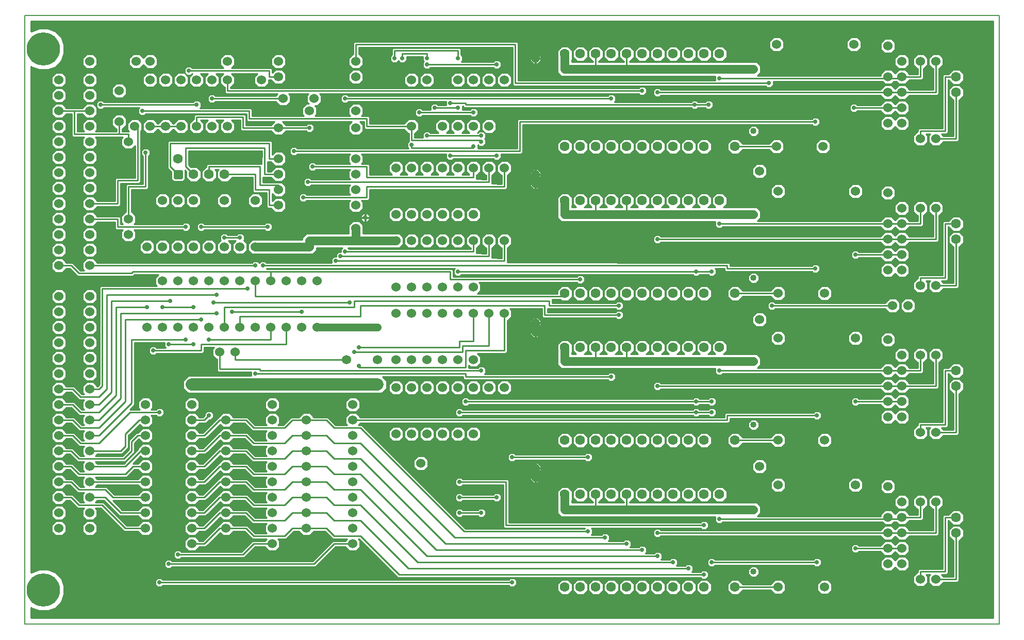
<source format=gbr>
G4 d274tox274  Date: 2022-08-17 13:23:01 *
G4 Design File: CPU09US4 *
G4 Layer name: top *
G4 Scale: 100 percent, Rotated: No, Reflected: No *
%FSLAX23Y23*%
%MOIN*%
%LN*%
%ADD10C,0.005*%
%ADD11C,0.006*%
%ADD12C,0.007*%
%ADD13C,0.008*%
%ADD14C,0.009*%
%ADD15C,0.010*%
%ADD16C,0.011*%
%ADD17C,0.012*%
%ADD18C,0.013*%
%ADD19C,0.014*%
%ADD20C,0.015*%
%ADD21C,0.016*%
%ADD22C,0.017*%
%ADD23C,0.018*%
%ADD24C,0.019*%
%ADD25C,0.020*%
%ADD26C,0.021*%
%ADD27C,0.022*%
%ADD28C,0.023*%
%ADD29C,0.024*%
%ADD30C,0.025*%
%ADD31C,0.026*%
%ADD32C,0.027*%
%ADD33C,0.028*%
%ADD34C,0.029*%
%ADD35C,0.030*%
%ADD36C,0.031*%
%ADD37C,0.032*%
%ADD38C,0.033*%
%ADD39C,0.034*%
%ADD40C,0.035*%
%ADD41C,0.036*%
%ADD42C,0.037*%
%ADD43C,0.038*%
%ADD44C,0.039*%
%ADD45C,0.040*%
%ADD46C,0.041*%
%ADD47C,0.042*%
%ADD48C,0.043*%
%ADD49C,0.044*%
%ADD50C,0.045*%
%ADD51C,0.046*%
%ADD52C,0.048*%
%ADD53C,0.049*%
%ADD54C,0.050*%
%ADD55C,0.051*%
%ADD56C,0.052*%
%ADD57C,0.053*%
%ADD58C,0.054*%
%ADD59C,0.055*%
%ADD60C,0.056*%
%ADD61C,0.057*%
%ADD62C,0.058*%
%ADD63C,0.059*%
%ADD64C,0.060*%
%ADD65C,0.061*%
%ADD66C,0.062*%
%ADD67C,0.063*%
%ADD68C,0.064*%
%ADD69C,0.065*%
%ADD70C,0.066*%
%ADD71C,0.067*%
%ADD72C,0.068*%
%ADD73C,0.069*%
%ADD74C,0.070*%
%ADD75C,0.071*%
%ADD76C,0.072*%
%ADD77C,0.073*%
%ADD78C,0.074*%
%ADD79C,0.075*%
%ADD80C,0.076*%
%ADD81C,0.077*%
%ADD82C,0.078*%
%ADD83C,0.079*%
%ADD84C,0.080*%
%ADD85C,0.081*%
%ADD86C,0.082*%
%ADD87C,0.083*%
%ADD88C,0.084*%
%ADD89C,0.085*%
%ADD90C,0.086*%
%ADD91C,0.087*%
%ADD92C,0.088*%
%ADD93C,0.089*%
%ADD94C,0.090*%
%ADD95C,0.091*%
%ADD96C,0.092*%
%ADD97C,0.093*%
%ADD98C,0.094*%
%ADD99C,0.095*%
%ADD100C,0.096*%
%ADD101C,0.097*%
%ADD102C,0.098*%
%ADD103C,0.099*%
%ADD104C,0.100*%
%ADD105C,0.101*%
%ADD106C,0.102*%
%ADD107C,0.103*%
%ADD108C,0.104*%
%ADD109C,0.105*%
%ADD110C,0.106*%
%ADD111C,0.107*%
%ADD112C,0.108*%
%ADD113C,0.109*%
%ADD114C,0.110*%
%ADD115C,0.111*%
%ADD116C,0.112*%
%ADD117C,0.113*%
%ADD118C,0.114*%
%ADD119C,0.115*%
%ADD120C,0.116*%
%ADD121C,0.117*%
%ADD122C,0.118*%
%ADD123C,0.119*%
%ADD124C,0.120*%
%ADD125C,0.121*%
%ADD126C,0.122*%
%ADD127C,0.123*%
%ADD128C,0.124*%
%ADD129C,0.125*%
%ADD130C,0.126*%
%ADD131C,0.127*%
%ADD132C,0.128*%
%ADD133C,0.129*%
%ADD134C,0.130*%
%ADD135C,0.131*%
%ADD136C,0.132*%
%ADD137C,0.133*%
%ADD138C,0.134*%
%ADD139C,0.135*%
%ADD140C,0.136*%
%ADD141C,0.137*%
%ADD142C,0.138*%
%ADD143C,0.139*%
%ADD144C,0.140*%
%ADD145C,0.141*%
%ADD146C,0.142*%
%ADD147C,0.143*%
%ADD148C,0.144*%
%ADD149C,0.145*%
%ADD150C,0.146*%
%ADD151C,0.148*%
%ADD152C,0.149*%
%ADD153C,0.150*%
%ADD154C,0.151*%
%ADD155C,0.152*%
%ADD156C,0.153*%
%ADD157C,0.154*%
%ADD158C,0.155*%
%ADD159C,0.156*%
%ADD160C,0.157*%
%ADD161C,0.158*%
%ADD162C,0.159*%
%ADD163C,0.160*%
%ADD164C,0.161*%
%ADD165C,0.162*%
%ADD166C,0.163*%
%ADD167C,0.164*%
%ADD168C,0.165*%
%ADD169C,0.166*%
%ADD170C,0.167*%
%ADD171C,0.168*%
%ADD172C,0.169*%
%ADD173C,0.170*%
%ADD174C,0.171*%
%ADD175C,0.172*%
%ADD176C,0.173*%
%ADD177C,0.174*%
%ADD178C,0.175*%
%ADD179C,0.176*%
%ADD180C,0.177*%
%ADD181C,0.178*%
%ADD182C,0.179*%
%ADD183C,0.180*%
%ADD184C,0.181*%
%ADD185C,0.182*%
%ADD186C,0.183*%
%ADD187C,0.184*%
%ADD188C,0.185*%
%ADD189C,0.186*%
%ADD190C,0.187*%
%ADD191C,0.188*%
%ADD192C,0.189*%
%ADD193C,0.190*%
%ADD194C,0.191*%
%ADD195C,0.192*%
%ADD196C,0.193*%
%ADD197C,0.194*%
%ADD198C,0.195*%
%ADD199C,0.196*%
%ADD200C,0.197*%
%ADD201C,0.198*%
%ADD202C,0.199*%
%ADD203C,0.200*%
%ADD204C,0.205*%
%ADD205C,0.210*%
%ADD206C,0.215*%
%ADD207C,0.220*%
%ADD208C,0.225*%
%ADD209C,0.230*%
%ADD210C,0.235*%
%ADD211C,0.240*%
%ADD212C,0.245*%
%ADD213C,0.250*%
%ADD214C,0.255*%
%ADD215C,0.260*%
%ADD216C,0.265*%
%ADD217C,0.270*%
%ADD218C,0.275*%
%ADD219C,0.280*%
%ADD220C,0.285*%
%ADD221C,0.290*%
%ADD222C,0.300*%
%ADD223C,0.305*%
%ADD224C,0.310*%
%ADD225C,0.315*%
%ADD226C,0.320*%
%ADD227C,0.325*%
G90*
G70D02*
G54D15*
G01X04870Y00240*
D01*
X04590Y00240*
D02*
X03150Y00270*
D01*
X00870Y00270*
D02*
X05890Y00290*
D01*
X06020Y00290*
X06020Y00590*
D02*
X04390Y00320*
D01*
X02420Y00320*
X02170Y00570*
X02000Y00570*
X01950Y00620*
X01730Y00620*
X01680Y00570*
X01480Y00570*
X01430Y00620*
X01260Y00620*
X01160Y00520*
X01080Y00520*
D02*
X05790Y00290*
D01*
X05790Y00340*
X05950Y00340*
X05950Y00690*
X06020Y00690*
D02*
X04290Y00360*
D01*
X02480Y00360*
X02170Y00670*
X02000Y00670*
X01950Y00720*
X01730Y00720*
X01680Y00670*
X01480Y00670*
X01430Y00720*
X01260Y00720*
X01160Y00620*
X01080Y00620*
D02*
X00930Y00390*
D01*
X01870Y00390*
X02000Y00520*
X02120Y00520*
D02*
X05120Y00400*
D01*
X04440Y00400*
D02*
X04190Y00400*
D01*
X02540Y00400*
X02170Y00770*
X02000Y00770*
X01950Y00820*
X01730Y00820*
X01680Y00770*
X01480Y00770*
X01430Y00820*
X01260Y00820*
X01160Y00720*
X01080Y00720*
D02*
X04090Y00440*
D01*
X02600Y00440*
X02170Y00870*
X02000Y00870*
X01950Y00920*
X01730Y00920*
X01680Y00870*
X01480Y00870*
X01430Y00920*
X01260Y00920*
X01160Y00820*
X01080Y00820*
D02*
X00990Y00450*
D01*
X01410Y00450*
X01480Y00520*
X01600Y00520*
D02*
X03990Y00480*
D01*
X02660Y00480*
X02170Y00970*
X02000Y00970*
X01950Y01020*
X01730Y01020*
X01680Y00970*
X01480Y00970*
X01430Y01020*
X01260Y01020*
X01160Y00920*
X01080Y00920*
D02*
X05670Y00490*
D01*
X05370Y00490*
D02*
X03890Y00520*
D01*
X02720Y00520*
X02170Y01070*
X02000Y01070*
X01950Y01120*
X01730Y01120*
X01680Y01070*
X01480Y01070*
X01430Y01120*
X01260Y01120*
X01160Y01020*
X01080Y01020*
D02*
X03750Y00560*
D01*
X02780Y00560*
X02170Y01170*
X02000Y01170*
X01950Y01220*
X01730Y01220*
X01680Y01170*
X01480Y01170*
X01430Y01220*
X01260Y01220*
X01160Y01120*
X01080Y01120*
D02*
X04090Y00590*
D01*
X05890Y00590*
X05890Y00790*
D02*
X03640Y00600*
D01*
X02840Y00600*
X02170Y01270*
X02000Y01270*
X01950Y01320*
X01730Y01320*
X01680Y01270*
X01480Y01270*
X01430Y01320*
X01260Y01320*
X01160Y01220*
X01080Y01220*
D02*
X00780Y00620*
D01*
X00650Y00620*
X00500Y00770*
X00350Y00770*
X00300Y00820*
X00220Y00820*
D02*
X04390Y00640*
D01*
X03110Y00640*
X03110Y00920*
X02810Y00920*
D02*
X04490Y00680*
D01*
X05670Y00680*
X05670Y00690*
X05790Y00690*
X05790Y00780*
D02*
X00780Y00720*
D01*
X00620Y00720*
X00520Y00820*
X00420Y00820*
D02*
X02950Y00720*
D01*
X02810Y00720*
D02*
G54D62*
G01X04710Y00740*
D01*
X03490Y00740*
X03490Y00840*
D02*
G54D15*
G01X03050Y00820*
D01*
X02810Y00820*
D02*
X00780Y00820*
D01*
X00570Y00820*
X00520Y00870*
X00350Y00870*
X00300Y00920*
X00220Y00920*
D02*
X00780Y00920*
D01*
X00420Y00920*
D02*
G54D62*
G01X02770Y01030*
D01*
X02770Y01010*
X03300Y01010*
X03300Y00950*
X04590Y00950*
X04590Y00840*
D02*
G54D15*
G01X00220Y01020*
D01*
X00300Y01020*
X00350Y00970*
X00650Y00970*
X00700Y01020*
X00780Y01020*
D02*
X00420Y01020*
D01*
X00650Y01020*
X00750Y01120*
X00780Y01120*
D02*
X00220Y01120*
D01*
X00300Y01120*
X00350Y01070*
X00640Y01070*
X00690Y01120*
X00690Y01180*
X00730Y01220*
X00770Y01220*
D02*
X03640Y01080*
D01*
X03150Y01080*
D02*
X00420Y01120*
D01*
X00620Y01120*
X00650Y01150*
X00650Y01230*
X00740Y01320*
X00780Y01320*
D02*
X00220Y01220*
D01*
X00310Y01220*
X00360Y01170*
X00480Y01170*
X00680Y01370*
X00870Y01370*
D02*
X04870Y01190*
D01*
X04590Y01190*
D02*
X00420Y01220*
D01*
X00480Y01220*
X00690Y01430*
X00690Y01840*
X01040Y01840*
D02*
X03100Y01230*
D01*
X03000Y01230*
D02*
X05890Y01240*
D01*
X06020Y01240*
X06020Y01540*
D02*
X00220Y01320*
D01*
X00310Y01320*
X00360Y01270*
X00480Y01270*
X00650Y01440*
X00650Y01970*
X01140Y01970*
D02*
X05790Y01240*
D01*
X05790Y01290*
X05950Y01290*
X05950Y01640*
X06020Y01640*
D02*
X00420Y01320*
D01*
X00480Y01320*
X00620Y01460*
X00620Y02010*
X01240Y02010*
D02*
X01080Y01320*
D01*
X01160Y01320*
X01190Y01350*
D02*
X02120Y01320*
D01*
X04540Y01320*
X04540Y01350*
X05120Y01350*
D02*
X00220Y01420*
D01*
X00310Y01420*
X00360Y01370*
X00480Y01370*
X00590Y01480*
X00590Y02050*
X00790Y02050*
D02*
X01300Y01420*
D01*
X01430Y01420*
X01480Y01370*
X01680Y01370*
X01730Y01420*
X01820Y01420*
D02*
X04440Y01370*
D01*
X02810Y01370*
D02*
X00420Y01420*
D01*
X00480Y01420*
X00560Y01500*
X00560Y02090*
X00940Y02090*
D02*
X04440Y01440*
D01*
X02850Y01440*
D02*
X05670Y01440*
D01*
X05370Y01440*
D02*
X00220Y01520*
D01*
X00310Y01520*
X00360Y01470*
X00480Y01470*
X00530Y01520*
X00530Y02130*
X01240Y02130*
D02*
X00420Y01520*
D01*
X00480Y01520*
X00500Y01540*
X00500Y02170*
X01440Y02170*
D02*
X04090Y01540*
D01*
X05890Y01540*
X05890Y01740*
D02*
G54D83*
G01X02280Y01550*
D01*
X01080Y01550*
D02*
G54D15*
G01X03790Y01600*
D01*
X02850Y01600*
X02850Y01620*
X01490Y01620*
D02*
X04490Y01640*
D01*
X05790Y01640*
X05790Y01740*
D02*
X02950Y01640*
D01*
X01520Y01640*
X01520Y01650*
X01260Y01650*
X01260Y01760*
D02*
X02160Y01670*
D01*
X02160Y01660*
X02850Y01660*
X02850Y01770*
X03100Y01770*
X03100Y02000*
D02*
G54D62*
G01X04710Y01700*
D01*
X03490Y01700*
X03490Y01790*
D02*
G54D15*
G01X03100Y01710*
D01*
X03000Y01710*
D02*
X02080Y01710*
D01*
X01360Y01710*
X01360Y01760*
D02*
X02130Y01760*
D01*
X02830Y01760*
X02830Y01800*
X03000Y01800*
X03000Y02010*
D02*
X00830Y01770*
D01*
X01140Y01770*
X01140Y01810*
X01690Y01810*
X01690Y01920*
D02*
X02160Y01790*
D01*
X02810Y01790*
X02810Y01830*
X02900Y01830*
X02900Y02010*
D02*
X01090Y01810*
D01*
X00930Y01810*
D02*
X01190Y01840*
D01*
X01590Y01840*
X01590Y01920*
D02*
G54D62*
G01X03300Y01950*
D01*
X03300Y01890*
X04590Y01890*
X04590Y01790*
D02*
G54D54*
G01X02280Y01920*
D01*
X01890Y01920*
D02*
G54D15*
G01X01390Y01920*
D01*
X01390Y01990*
X02170Y01990*
X02170Y02060*
X03360Y02060*
X03360Y02000*
X03840Y02000*
D02*
X01790Y02020*
D01*
X01340Y02020*
D02*
X01090Y02050*
D01*
X00890Y02050*
D02*
X01290Y01920*
D01*
X01290Y02050*
X02130Y02050*
X02130Y02090*
X03390Y02090*
X03390Y02060*
X03840Y02060*
D02*
X05610Y02060*
D01*
X04830Y02060*
D02*
X02100Y02080*
D01*
X01220Y02080*
D02*
X01490Y02220*
D01*
X01490Y02120*
X03490Y02120*
X03490Y02140*
D02*
X04870Y02140*
D01*
X04590Y02140*
D02*
X03100Y02180*
D01*
X03000Y02180*
D02*
X05890Y02190*
D01*
X06020Y02190*
X06020Y02490*
D02*
X03590Y02230*
D01*
X02750Y02230*
X02750Y02280*
X00700Y02280*
X00690Y02270*
X00350Y02270*
X00300Y02320*
X00220Y02320*
D02*
X05790Y02190*
D01*
X05790Y02240*
X05950Y02240*
X05950Y02590*
X06020Y02590*
D02*
X04440Y02280*
D01*
X02800Y02280*
D02*
X05110Y02300*
D01*
X04540Y02300*
X04540Y02320*
X01540Y02320*
D02*
X01490Y02320*
D01*
X00420Y02320*
D02*
X02010Y02350*
D01*
X03100Y02350*
X03100Y02480*
D02*
X02040Y02380*
D01*
X03000Y02380*
X03000Y02480*
D02*
X05680Y02390*
D01*
X05370Y02390*
D02*
X02070Y02410*
D01*
X02900Y02410*
X02900Y02470*
D02*
G54D62*
G01X01490Y02440*
D01*
X01840Y02440*
X01840Y02480*
X02400Y02480*
D02*
G54D15*
G01X04090Y02490*
D01*
X05890Y02490*
X05890Y02690*
D02*
X01390Y02500*
D01*
X01290Y02500*
D02*
X01040Y02570*
D01*
X00600Y02570*
X00600Y02620*
X00420Y02620*
D02*
X01570Y02570*
D01*
X01140Y02570*
D02*
X04490Y02590*
D01*
X05790Y02590*
X05790Y02690*
D02*
X02200Y02630*
D01*
X01940Y02630*
X01940Y02560*
D02*
X03100Y02650*
D01*
X03000Y02650*
D02*
G54D62*
G01X04710Y02650*
D01*
X03490Y02650*
X03490Y02740*
D02*
G54D15*
G01X01640Y02710*
D01*
X01580Y02710*
X01580Y02810*
X01490Y02810*
X01490Y02910*
X01290Y02910*
D02*
X00420Y02720*
D01*
X00600Y02720*
X00600Y02870*
X00730Y02870*
X00730Y03220*
X00710Y03220*
D02*
X01800Y02760*
D01*
X02210Y02760*
X02210Y02830*
X03100Y02830*
X03100Y02950*
D02*
X01190Y02740*
D01*
X01190Y02790*
X01390Y02790*
X01390Y02740*
D02*
X00670Y02620*
D01*
X00670Y02830*
X00780Y02830*
X00780Y03050*
D02*
X01190Y02910*
D01*
X01190Y02960*
X01520Y02960*
X01520Y02840*
X01640Y02840*
X01640Y02810*
D02*
G54D62*
G01X03300Y02910*
D01*
X03300Y02850*
X04590Y02850*
X04590Y02740*
D02*
G54D15*
G01X01830Y02860*
D01*
X03000Y02860*
X03000Y02950*
D02*
X01860Y02960*
D01*
X02210Y02960*
X02210Y02890*
X02900Y02890*
X02900Y02950*
D02*
X01640Y02910*
D01*
X01550Y02910*
X01550Y03080*
X01040Y03080*
X01040Y02960*
X01090Y02910*
D02*
X01640Y03010*
D01*
X01580Y03010*
X01580Y03110*
X00940Y03110*
X00940Y02960*
X00990Y02910*
D02*
X03050Y03030*
D01*
X02750Y03030*
D02*
X01740Y03060*
D01*
X03200Y03060*
X03200Y03250*
X05110Y03250*
D02*
X02500Y03100*
D01*
X02500Y03080*
X02900Y03080*
X02900Y03090*
D02*
X04860Y03090*
D01*
X04590Y03090*
D02*
X00760Y03320*
D01*
X01450Y03320*
X01450Y03270*
X02210Y03270*
X02210Y03220*
X02500Y03220*
X02500Y03130*
X02950Y03130*
X02950Y03120*
D02*
X05890Y03140*
D01*
X06020Y03140*
X06020Y03440*
D02*
X02950Y03160*
D01*
X02600Y03160*
D02*
X00320Y03320*
D01*
X00320Y03170*
X00670Y03170*
X00670Y03120*
D02*
X05790Y03140*
D01*
X05790Y03190*
X05950Y03190*
X05950Y03540*
X06020Y03540*
D02*
X01840Y03210*
D01*
X01410Y03210*
X01410Y03280*
X01110Y03280*
X01110Y03220*
D02*
X01010Y03220*
D01*
X00810Y03220*
D02*
X02600Y03220*
D01*
X02600Y03280*
X03100Y03280*
X03100Y03220*
D02*
X02900Y03310*
D01*
X02550Y03310*
D02*
X00420Y03320*
D01*
X00220Y03320*
D02*
X02800Y03340*
D01*
X02650Y03340*
D02*
X05680Y03340*
D01*
X05360Y03340*
D02*
X04420Y03360*
D01*
X02850Y03360*
X02850Y03370*
X02750Y03370*
D02*
X01110Y03360*
D01*
X00490Y03360*
D02*
X03790Y03400*
D01*
X02070Y03400*
D02*
X01670Y03400*
D01*
X01210Y03400*
D02*
X04090Y03440*
D01*
X05890Y03440*
X05890Y03640*
D02*
X03990Y03450*
D01*
X01310Y03450*
X01310Y03520*
D02*
X04810Y03500*
D01*
X03170Y03500*
X03170Y03750*
X02140Y03750*
X02140Y03640*
D02*
X05680Y03530*
D01*
X04490Y03530*
D02*
X01640Y03540*
D01*
X01580Y03540*
X01580Y03580*
X01060Y03580*
D02*
X05670Y03540*
D01*
X05790Y03540*
X05790Y03640*
D02*
G54D62*
G01X04710Y03590*
D01*
X03490Y03590*
X03490Y03690*
D02*
G54D15*
G01X03050Y03620*
D01*
X02600Y03620*
D02*
X02440Y03660*
D01*
X02440Y03690*
X02600Y03690*
X02600Y03660*
D02*
X02390Y03660*
D01*
X02390Y03710*
X02800Y03710*
X02800Y03660*
D02*
G54D62*
G01X03300Y03660*
D01*
X03300Y03790*
X04590Y03790*
X04590Y03690*
D02*
G54D15*
G01X00610Y03250*
D01*
X00610Y03170*
D02*
X01590Y02280*
D01*
X01590Y02220*
D02*
G54D62*
G01X02140Y02560*
D01*
X02140Y02480*
D02*
G54D15*
G01X03690Y00840*
D01*
X03690Y00740*
D02*
X03690Y01790*
D01*
X03690Y01700*
D02*
X03690Y02740*
D01*
X03690Y02650*
D02*
X03690Y03690*
D01*
X03690Y03590*
D02*
X03890Y03690*
D01*
X03890Y03590*
D02*
X03890Y02740*
D01*
X03890Y02650*
D02*
X03890Y01790*
D01*
X03890Y01700*
D02*
X03890Y00840*
D01*
X03890Y00740*
D02*
G54D62*
G01X04550Y02930*
D01*
X04550Y02850*
D02*
X04550Y01970*
D01*
X04550Y01890*
D02*
X04550Y01020*
D01*
X04550Y00950*
D02*
G54D15*
G01X05580Y00690*
D01*
X05580Y00680*
D02*
X05670Y00590*
D01*
X05670Y00580*
D02*
X05670Y00900*
D01*
X05670Y00880*
X05580Y00790*
D02*
X05670Y01840*
D01*
X05670Y01830*
X05580Y01740*
D02*
X05670Y03730*
D01*
X05580Y03640*
D02*
X05670Y02780*
D01*
X05580Y02690*
D02*
X00045Y00040*
D01*
X06255Y00040*
D02*
X00045Y00045*
D01*
X06255Y00045*
D02*
X00045Y00050*
D01*
X06255Y00050*
D02*
X00045Y00055*
D01*
X06255Y00055*
D02*
X00045Y00060*
D01*
X06255Y00060*
D02*
X00045Y00065*
D01*
X06255Y00065*
D02*
X00045Y00070*
D01*
X06255Y00070*
D02*
X00045Y00075*
D01*
X06255Y00075*
D02*
X00045Y00080*
D01*
X06255Y00080*
D02*
X00045Y00085*
D01*
X06255Y00085*
D02*
X00045Y00090*
D01*
X00079Y00090*
D02*
X00162Y00090*
D01*
X06255Y00090*
D02*
X00045Y00095*
D01*
X00064Y00095*
D02*
X00177Y00095*
D01*
X06255Y00095*
D02*
X00045Y00100*
D01*
X00050Y00100*
D02*
X00191Y00100*
D01*
X06255Y00100*
D02*
X00204Y00105*
D01*
X06255Y00105*
D02*
X00209Y00110*
D01*
X06255Y00110*
D02*
X00214Y00115*
D01*
X06255Y00115*
D02*
X00219Y00120*
D01*
X06255Y00120*
D02*
X00223Y00125*
D01*
X06255Y00125*
D02*
X00228Y00130*
D01*
X06255Y00130*
D02*
X00233Y00135*
D01*
X06255Y00135*
D02*
X00238Y00140*
D01*
X06255Y00140*
D02*
X00242Y00145*
D01*
X06255Y00145*
D02*
X00243Y00150*
D01*
X06255Y00150*
D02*
X00245Y00155*
D01*
X06255Y00155*
D02*
X00247Y00160*
D01*
X06255Y00160*
D02*
X00248Y00165*
D01*
X06255Y00165*
D02*
X00250Y00170*
D01*
X06255Y00170*
D02*
X00252Y00175*
D01*
X06255Y00175*
D02*
X00254Y00180*
D01*
X06255Y00180*
D02*
X00255Y00185*
D01*
X06255Y00185*
D02*
X00257Y00190*
D01*
X06255Y00190*
D02*
X00258Y00195*
D01*
X03460Y00195*
D02*
X03520Y00195*
D01*
X03560Y00195*
D02*
X03620Y00195*
D01*
X03660Y00195*
D02*
X03720Y00195*
D01*
X03760Y00195*
D02*
X03820Y00195*
D01*
X03860Y00195*
D02*
X03920Y00195*
D01*
X03960Y00195*
D02*
X04020Y00195*
D01*
X04060Y00195*
D02*
X04120Y00195*
D01*
X04160Y00195*
D02*
X04220Y00195*
D01*
X04260Y00195*
D02*
X04320Y00195*
D01*
X04360Y00195*
D02*
X04420Y00195*
D01*
X04560Y00195*
D02*
X04620Y00195*
D01*
X04842Y00195*
D02*
X04898Y00195*
D01*
X05142Y00195*
D02*
X05198Y00195*
D01*
X06255Y00195*
D02*
X00258Y00200*
D01*
X03455Y00200*
D02*
X03525Y00200*
D01*
X03555Y00200*
D02*
X03625Y00200*
D01*
X03655Y00200*
D02*
X03725Y00200*
D01*
X03755Y00200*
D02*
X03825Y00200*
D01*
X03855Y00200*
D02*
X03925Y00200*
D01*
X03955Y00200*
D02*
X04025Y00200*
D01*
X04055Y00200*
D02*
X04125Y00200*
D01*
X04155Y00200*
D02*
X04225Y00200*
D01*
X04255Y00200*
D02*
X04325Y00200*
D01*
X04355Y00200*
D02*
X04425Y00200*
D01*
X04555Y00200*
D02*
X04625Y00200*
D01*
X04837Y00200*
D02*
X04903Y00200*
D01*
X05137Y00200*
D02*
X05203Y00200*
D01*
X06255Y00200*
D02*
X00258Y00205*
D01*
X03450Y00205*
D02*
X03530Y00205*
D01*
X03550Y00205*
D02*
X03630Y00205*
D01*
X03650Y00205*
D02*
X03730Y00205*
D01*
X03750Y00205*
D02*
X03830Y00205*
D01*
X03850Y00205*
D02*
X03930Y00205*
D01*
X03950Y00205*
D02*
X04030Y00205*
D01*
X04050Y00205*
D02*
X04130Y00205*
D01*
X04150Y00205*
D02*
X04230Y00205*
D01*
X04250Y00205*
D02*
X04330Y00205*
D01*
X04350Y00205*
D02*
X04430Y00205*
D01*
X04550Y00205*
D02*
X04630Y00205*
D01*
X04832Y00205*
D02*
X04908Y00205*
D01*
X05132Y00205*
D02*
X05208Y00205*
D01*
X06255Y00205*
D02*
X00258Y00210*
D01*
X03445Y00210*
D02*
X03535Y00210*
D01*
X03545Y00210*
D02*
X03635Y00210*
D01*
X03645Y00210*
D02*
X03735Y00210*
D01*
X03745Y00210*
D02*
X03835Y00210*
D01*
X03845Y00210*
D02*
X03935Y00210*
D01*
X03945Y00210*
D02*
X04035Y00210*
D01*
X04045Y00210*
D02*
X04135Y00210*
D01*
X04145Y00210*
D02*
X04235Y00210*
D01*
X04245Y00210*
D02*
X04335Y00210*
D01*
X04345Y00210*
D02*
X04435Y00210*
D01*
X04545Y00210*
D02*
X04635Y00210*
D01*
X04827Y00210*
D02*
X04913Y00210*
D01*
X05127Y00210*
D02*
X05213Y00210*
D01*
X06255Y00210*
D02*
X00258Y00215*
D01*
X03440Y00215*
D02*
X04440Y00215*
D01*
X04540Y00215*
D02*
X04640Y00215*
D01*
X04822Y00215*
D02*
X04918Y00215*
D01*
X05122Y00215*
D02*
X05218Y00215*
D01*
X06255Y00215*
D02*
X00258Y00220*
D01*
X03437Y00220*
D02*
X04443Y00220*
D01*
X04537Y00220*
D02*
X04643Y00220*
D01*
X04818Y00220*
D02*
X04922Y00220*
D01*
X05118Y00220*
D02*
X05222Y00220*
D01*
X06255Y00220*
D02*
X00258Y00225*
D01*
X03437Y00225*
D02*
X04443Y00225*
D01*
X04476Y00225*
D02*
X04504Y00225*
D01*
X04537Y00225*
D02*
X04922Y00225*
D01*
X05118Y00225*
D02*
X05222Y00225*
D01*
X06255Y00225*
D02*
X00258Y00230*
D01*
X03437Y00230*
D02*
X04443Y00230*
D01*
X04471Y00230*
D02*
X04509Y00230*
D01*
X04537Y00230*
D02*
X04922Y00230*
D01*
X05118Y00230*
D02*
X05222Y00230*
D01*
X06255Y00230*
D02*
X00258Y00235*
D01*
X03437Y00235*
D02*
X04443Y00235*
D01*
X04469Y00235*
D02*
X04511Y00235*
D01*
X04537Y00235*
D02*
X04922Y00235*
D01*
X05118Y00235*
D02*
X05222Y00235*
D01*
X06255Y00235*
D02*
X00258Y00240*
D01*
X03437Y00240*
D02*
X04443Y00240*
D01*
X04469Y00240*
D02*
X04511Y00240*
D01*
X04537Y00240*
D02*
X04922Y00240*
D01*
X05118Y00240*
D02*
X05222Y00240*
D01*
X06255Y00240*
D02*
X00258Y00245*
D01*
X00849Y00245*
D02*
X00891Y00245*
D01*
X03129Y00245*
D02*
X03171Y00245*
D01*
X03437Y00245*
D02*
X04443Y00245*
D01*
X04469Y00245*
D02*
X04511Y00245*
D01*
X04537Y00245*
D02*
X04922Y00245*
D01*
X05118Y00245*
D02*
X05222Y00245*
D01*
X05762Y00245*
D02*
X05818Y00245*
D01*
X05862Y00245*
D02*
X05918Y00245*
D01*
X06255Y00245*
D02*
X00257Y00250*
D01*
X00844Y00250*
D02*
X00897Y00250*
D01*
X03124Y00250*
D02*
X03176Y00250*
D01*
X03437Y00250*
D02*
X04443Y00250*
D01*
X04471Y00250*
D02*
X04509Y00250*
D01*
X04537Y00250*
D02*
X04922Y00250*
D01*
X05118Y00250*
D02*
X05222Y00250*
D01*
X05757Y00250*
D02*
X05823Y00250*
D01*
X05857Y00250*
D02*
X05923Y00250*
D01*
X06255Y00250*
D02*
X00256Y00255*
D01*
X00839Y00255*
D02*
X03181Y00255*
D01*
X03437Y00255*
D02*
X04443Y00255*
D01*
X04476Y00255*
D02*
X04504Y00255*
D01*
X04537Y00255*
D02*
X04922Y00255*
D01*
X05118Y00255*
D02*
X05222Y00255*
D01*
X05752Y00255*
D02*
X05828Y00255*
D01*
X05852Y00255*
D02*
X05928Y00255*
D01*
X06255Y00255*
D02*
X00254Y00260*
D01*
X00837Y00260*
D02*
X03183Y00260*
D01*
X03437Y00260*
D02*
X04443Y00260*
D01*
X04537Y00260*
D02*
X04643Y00260*
D01*
X04818Y00260*
D02*
X04922Y00260*
D01*
X05118Y00260*
D02*
X05222Y00260*
D01*
X05747Y00260*
D02*
X05833Y00260*
D01*
X05847Y00260*
D02*
X05933Y00260*
D01*
X06255Y00260*
D02*
X00252Y00265*
D01*
X00837Y00265*
D02*
X03183Y00265*
D01*
X03440Y00265*
D02*
X04440Y00265*
D01*
X04540Y00265*
D02*
X04640Y00265*
D01*
X04822Y00265*
D02*
X04918Y00265*
D01*
X05122Y00265*
D02*
X05218Y00265*
D01*
X05742Y00265*
D02*
X05838Y00265*
D01*
X05842Y00265*
D02*
X05938Y00265*
D01*
X06255Y00265*
D02*
X00251Y00270*
D01*
X00837Y00270*
D02*
X03183Y00270*
D01*
X03445Y00270*
D02*
X03535Y00270*
D01*
X03545Y00270*
D02*
X03635Y00270*
D01*
X03645Y00270*
D02*
X03735Y00270*
D01*
X03745Y00270*
D02*
X03835Y00270*
D01*
X03845Y00270*
D02*
X03935Y00270*
D01*
X03945Y00270*
D02*
X04035Y00270*
D01*
X04045Y00270*
D02*
X04135Y00270*
D01*
X04145Y00270*
D02*
X04235Y00270*
D01*
X04245Y00270*
D02*
X04335Y00270*
D01*
X04345Y00270*
D02*
X04435Y00270*
D01*
X04545Y00270*
D02*
X04635Y00270*
D01*
X04827Y00270*
D02*
X04913Y00270*
D01*
X05127Y00270*
D02*
X05213Y00270*
D01*
X05738Y00270*
D02*
X05942Y00270*
D01*
X06255Y00270*
D02*
X00249Y00275*
D01*
X00837Y00275*
D02*
X03183Y00275*
D01*
X03450Y00275*
D02*
X03530Y00275*
D01*
X03550Y00275*
D02*
X03630Y00275*
D01*
X03650Y00275*
D02*
X03730Y00275*
D01*
X03750Y00275*
D02*
X03830Y00275*
D01*
X03850Y00275*
D02*
X03930Y00275*
D01*
X03950Y00275*
D02*
X04030Y00275*
D01*
X04050Y00275*
D02*
X04130Y00275*
D01*
X04150Y00275*
D02*
X04230Y00275*
D01*
X04250Y00275*
D02*
X04330Y00275*
D01*
X04350Y00275*
D02*
X04430Y00275*
D01*
X04550Y00275*
D02*
X04630Y00275*
D01*
X04832Y00275*
D02*
X04908Y00275*
D01*
X05132Y00275*
D02*
X05208Y00275*
D01*
X05738Y00275*
D02*
X06039Y00275*
D01*
X06255Y00275*
D02*
X00247Y00280*
D01*
X00837Y00280*
D02*
X03183Y00280*
D01*
X03455Y00280*
D02*
X03525Y00280*
D01*
X03555Y00280*
D02*
X03625Y00280*
D01*
X03655Y00280*
D02*
X03725Y00280*
D01*
X03755Y00280*
D02*
X03825Y00280*
D01*
X03855Y00280*
D02*
X03925Y00280*
D01*
X03955Y00280*
D02*
X04025Y00280*
D01*
X04055Y00280*
D02*
X04125Y00280*
D01*
X04155Y00280*
D02*
X04225Y00280*
D01*
X04255Y00280*
D02*
X04325Y00280*
D01*
X04355Y00280*
D02*
X04425Y00280*
D01*
X04555Y00280*
D02*
X04625Y00280*
D01*
X04837Y00280*
D02*
X04903Y00280*
D01*
X05137Y00280*
D02*
X05203Y00280*
D01*
X05738Y00280*
D02*
X06044Y00280*
D01*
X06255Y00280*
D02*
X00245Y00285*
D01*
X00839Y00285*
D02*
X03181Y00285*
D01*
X03460Y00285*
D02*
X03520Y00285*
D01*
X03560Y00285*
D02*
X03620Y00285*
D01*
X03660Y00285*
D02*
X03720Y00285*
D01*
X03760Y00285*
D02*
X03820Y00285*
D01*
X03860Y00285*
D02*
X03920Y00285*
D01*
X03960Y00285*
D02*
X04020Y00285*
D01*
X04060Y00285*
D02*
X04120Y00285*
D01*
X04160Y00285*
D02*
X04220Y00285*
D01*
X04260Y00285*
D02*
X04320Y00285*
D01*
X04360Y00285*
D02*
X04420Y00285*
D01*
X04560Y00285*
D02*
X04620Y00285*
D01*
X04842Y00285*
D02*
X04898Y00285*
D01*
X05142Y00285*
D02*
X05198Y00285*
D01*
X05738Y00285*
D02*
X06044Y00285*
D01*
X06255Y00285*
D02*
X00244Y00290*
D01*
X00844Y00290*
D02*
X00897Y00290*
D01*
X03124Y00290*
D02*
X03176Y00290*
D01*
X05738Y00290*
D02*
X06044Y00290*
D01*
X06255Y00290*
D02*
X00242Y00295*
D01*
X00849Y00295*
D02*
X00891Y00295*
D01*
X03129Y00295*
D02*
X03171Y00295*
D01*
X04369Y00295*
D02*
X04411Y00295*
D01*
X05738Y00295*
D02*
X06044Y00295*
D01*
X06255Y00295*
D02*
X00239Y00300*
D01*
X04364Y00300*
D02*
X04416Y00300*
D01*
X05738Y00300*
D02*
X06044Y00300*
D01*
X06255Y00300*
D02*
X00234Y00305*
D01*
X02401Y00305*
D02*
X04421Y00305*
D01*
X05738Y00305*
D02*
X06044Y00305*
D01*
X06255Y00305*
D02*
X00229Y00310*
D01*
X02396Y00310*
D02*
X04423Y00310*
D01*
X04685Y00310*
D02*
X04735Y00310*
D01*
X05738Y00310*
D02*
X05942Y00310*
D01*
X05996Y00310*
D02*
X06044Y00310*
D01*
X06255Y00310*
D02*
X00224Y00315*
D01*
X02391Y00315*
D02*
X04423Y00315*
D01*
X04680Y00315*
D02*
X04740Y00315*
D01*
X05742Y00315*
D02*
X05838Y00315*
D01*
X05842Y00315*
D02*
X05938Y00315*
D01*
X05996Y00315*
D02*
X06044Y00315*
D01*
X06255Y00315*
D02*
X00219Y00320*
D01*
X02386Y00320*
D02*
X04423Y00320*
D01*
X04675Y00320*
D02*
X04745Y00320*
D01*
X05747Y00320*
D02*
X05833Y00320*
D01*
X05847Y00320*
D02*
X05933Y00320*
D01*
X05996Y00320*
D02*
X06044Y00320*
D01*
X06255Y00320*
D02*
X00214Y00325*
D01*
X02381Y00325*
D02*
X04423Y00325*
D01*
X04671Y00325*
D02*
X04749Y00325*
D01*
X05752Y00325*
D02*
X05969Y00325*
D01*
X05996Y00325*
D02*
X06044Y00325*
D01*
X06255Y00325*
D02*
X00209Y00330*
D01*
X02376Y00330*
D02*
X04423Y00330*
D01*
X04671Y00330*
D02*
X04749Y00330*
D01*
X05757Y00330*
D02*
X05974Y00330*
D01*
X05996Y00330*
D02*
X06044Y00330*
D01*
X06255Y00330*
D02*
X00204Y00335*
D01*
X02371Y00335*
D02*
X04421Y00335*
D01*
X04671Y00335*
D02*
X04749Y00335*
D01*
X05762Y00335*
D02*
X05974Y00335*
D01*
X05996Y00335*
D02*
X06044Y00335*
D01*
X06255Y00335*
D02*
X00045Y00340*
D01*
X00050Y00340*
D02*
X00191Y00340*
D01*
X02366Y00340*
D02*
X04317Y00340*
D01*
X04364Y00340*
D02*
X04416Y00340*
D01*
X04671Y00340*
D02*
X04749Y00340*
D01*
X05766Y00340*
D02*
X05974Y00340*
D01*
X05996Y00340*
D02*
X06044Y00340*
D01*
X06255Y00340*
D02*
X00045Y00345*
D01*
X00064Y00345*
D02*
X00177Y00345*
D01*
X02361Y00345*
D02*
X04321Y00345*
D01*
X04369Y00345*
D02*
X04411Y00345*
D01*
X04671Y00345*
D02*
X04749Y00345*
D01*
X05552Y00345*
D02*
X05608Y00345*
D01*
X05642Y00345*
D02*
X05698Y00345*
D01*
X05766Y00345*
D02*
X05974Y00345*
D01*
X05996Y00345*
D02*
X06044Y00345*
D01*
X06255Y00345*
D02*
X00045Y00350*
D01*
X00079Y00350*
D02*
X00162Y00350*
D01*
X02356Y00350*
D02*
X04323Y00350*
D01*
X04671Y00350*
D02*
X04749Y00350*
D01*
X05547Y00350*
D02*
X05613Y00350*
D01*
X05637Y00350*
D02*
X05703Y00350*
D01*
X05766Y00350*
D02*
X05974Y00350*
D01*
X05996Y00350*
D02*
X06044Y00350*
D01*
X06255Y00350*
D02*
X00045Y00355*
D01*
X02351Y00355*
D02*
X04323Y00355*
D01*
X04671Y00355*
D02*
X04749Y00355*
D01*
X05542Y00355*
D02*
X05618Y00355*
D01*
X05632Y00355*
D02*
X05708Y00355*
D01*
X05771Y00355*
D02*
X05974Y00355*
D01*
X05996Y00355*
D02*
X06044Y00355*
D01*
X06255Y00355*
D02*
X00045Y00360*
D01*
X02346Y00360*
D02*
X04323Y00360*
D01*
X04675Y00360*
D02*
X04745Y00360*
D01*
X05537Y00360*
D02*
X05622Y00360*
D01*
X05628Y00360*
D02*
X05713Y00360*
D01*
X05926Y00360*
D02*
X05974Y00360*
D01*
X05996Y00360*
D02*
X06044Y00360*
D01*
X06255Y00360*
D02*
X00045Y00365*
D01*
X00909Y00365*
D02*
X00951Y00365*
D01*
X02341Y00365*
D02*
X04323Y00365*
D01*
X04680Y00365*
D02*
X04740Y00365*
D01*
X05532Y00365*
D02*
X05718Y00365*
D01*
X05926Y00365*
D02*
X05974Y00365*
D01*
X05996Y00365*
D02*
X06044Y00365*
D01*
X06255Y00365*
D02*
X00045Y00370*
D01*
X00904Y00370*
D02*
X00957Y00370*
D01*
X02336Y00370*
D02*
X04323Y00370*
D01*
X04685Y00370*
D02*
X04735Y00370*
D01*
X05528Y00370*
D02*
X05722Y00370*
D01*
X05926Y00370*
D02*
X05974Y00370*
D01*
X05996Y00370*
D02*
X06044Y00370*
D01*
X06255Y00370*
D02*
X00045Y00375*
D01*
X00899Y00375*
D02*
X01889Y00375*
D01*
X02331Y00375*
D02*
X04321Y00375*
D01*
X04419Y00375*
D02*
X04461Y00375*
D01*
X05099Y00375*
D02*
X05141Y00375*
D01*
X05528Y00375*
D02*
X05722Y00375*
D01*
X05926Y00375*
D02*
X05974Y00375*
D01*
X05996Y00375*
D02*
X06044Y00375*
D01*
X06255Y00375*
D02*
X00045Y00380*
D01*
X00897Y00380*
D02*
X01894Y00380*
D01*
X02326Y00380*
D02*
X04217Y00380*
D01*
X04264Y00380*
D02*
X04316Y00380*
D01*
X04414Y00380*
D02*
X04467Y00380*
D01*
X05094Y00380*
D02*
X05146Y00380*
D01*
X05528Y00380*
D02*
X05722Y00380*
D01*
X05926Y00380*
D02*
X05974Y00380*
D01*
X05996Y00380*
D02*
X06044Y00380*
D01*
X06255Y00380*
D02*
X00045Y00385*
D01*
X00897Y00385*
D02*
X01899Y00385*
D01*
X02321Y00385*
D02*
X04221Y00385*
D01*
X04269Y00385*
D02*
X04311Y00385*
D01*
X04409Y00385*
D02*
X05151Y00385*
D01*
X05528Y00385*
D02*
X05722Y00385*
D01*
X05926Y00385*
D02*
X05974Y00385*
D01*
X05996Y00385*
D02*
X06044Y00385*
D01*
X06255Y00385*
D02*
X00045Y00390*
D01*
X00897Y00390*
D02*
X01904Y00390*
D01*
X02316Y00390*
D02*
X04223Y00390*
D01*
X04407Y00390*
D02*
X05153Y00390*
D01*
X05528Y00390*
D02*
X05722Y00390*
D01*
X05926Y00390*
D02*
X05974Y00390*
D01*
X05996Y00390*
D02*
X06044Y00390*
D01*
X06255Y00390*
D02*
X00045Y00395*
D01*
X00897Y00395*
D02*
X01909Y00395*
D01*
X02311Y00395*
D02*
X04223Y00395*
D01*
X04407Y00395*
D02*
X05153Y00395*
D01*
X05528Y00395*
D02*
X05722Y00395*
D01*
X05926Y00395*
D02*
X05974Y00395*
D01*
X05996Y00395*
D02*
X06044Y00395*
D01*
X06255Y00395*
D02*
X00045Y00400*
D01*
X00897Y00400*
D02*
X01914Y00400*
D01*
X02306Y00400*
D02*
X04223Y00400*
D01*
X04407Y00400*
D02*
X05153Y00400*
D01*
X05528Y00400*
D02*
X05722Y00400*
D01*
X05926Y00400*
D02*
X05974Y00400*
D01*
X05996Y00400*
D02*
X06044Y00400*
D01*
X06255Y00400*
D02*
X00045Y00405*
D01*
X00208Y00405*
D02*
X00233Y00405*
D01*
X00408Y00405*
D02*
X00433Y00405*
D01*
X00899Y00405*
D02*
X01919Y00405*
D01*
X02301Y00405*
D02*
X04223Y00405*
D01*
X04407Y00405*
D02*
X05153Y00405*
D01*
X05528Y00405*
D02*
X05722Y00405*
D01*
X05926Y00405*
D02*
X05974Y00405*
D01*
X05996Y00405*
D02*
X06044Y00405*
D01*
X06255Y00405*
D02*
X00045Y00410*
D01*
X00203Y00410*
D02*
X00237Y00410*
D01*
X00403Y00410*
D02*
X00437Y00410*
D01*
X00904Y00410*
D02*
X00957Y00410*
D01*
X01856Y00410*
D02*
X01924Y00410*
D01*
X02296Y00410*
D02*
X04223Y00410*
D01*
X04407Y00410*
D02*
X05153Y00410*
D01*
X05528Y00410*
D02*
X05722Y00410*
D01*
X05926Y00410*
D02*
X05974Y00410*
D01*
X05996Y00410*
D02*
X06044Y00410*
D01*
X06255Y00410*
D02*
X00045Y00415*
D01*
X00200Y00415*
D02*
X00240Y00415*
D01*
X00400Y00415*
D02*
X00440Y00415*
D01*
X00909Y00415*
D02*
X00951Y00415*
D01*
X01861Y00415*
D02*
X01929Y00415*
D01*
X02291Y00415*
D02*
X04221Y00415*
D01*
X04409Y00415*
D02*
X05151Y00415*
D01*
X05532Y00415*
D02*
X05718Y00415*
D01*
X05926Y00415*
D02*
X05974Y00415*
D01*
X05996Y00415*
D02*
X06044Y00415*
D01*
X06255Y00415*
D02*
X00045Y00420*
D01*
X00200Y00420*
D02*
X00240Y00420*
D01*
X00400Y00420*
D02*
X00440Y00420*
D01*
X01866Y00420*
D02*
X01934Y00420*
D01*
X02286Y00420*
D02*
X04117Y00420*
D01*
X04164Y00420*
D02*
X04216Y00420*
D01*
X04414Y00420*
D02*
X04467Y00420*
D01*
X05094Y00420*
D02*
X05146Y00420*
D01*
X05537Y00420*
D02*
X05623Y00420*
D01*
X05627Y00420*
D02*
X05713Y00420*
D01*
X05926Y00420*
D02*
X05974Y00420*
D01*
X05996Y00420*
D02*
X06044Y00420*
D01*
X06255Y00420*
D02*
X00045Y00425*
D01*
X00200Y00425*
D02*
X00240Y00425*
D01*
X00400Y00425*
D02*
X00440Y00425*
D01*
X00969Y00425*
D02*
X01011Y00425*
D01*
X01871Y00425*
D02*
X01939Y00425*
D01*
X02281Y00425*
D02*
X04121Y00425*
D01*
X04169Y00425*
D02*
X04211Y00425*
D01*
X04419Y00425*
D02*
X04461Y00425*
D01*
X05099Y00425*
D02*
X05141Y00425*
D01*
X05542Y00425*
D02*
X05618Y00425*
D01*
X05632Y00425*
D02*
X05708Y00425*
D01*
X05926Y00425*
D02*
X05974Y00425*
D01*
X05996Y00425*
D02*
X06044Y00425*
D01*
X06255Y00425*
D02*
X00045Y00430*
D01*
X00202Y00430*
D02*
X00238Y00430*
D01*
X00402Y00430*
D02*
X00438Y00430*
D01*
X00964Y00430*
D02*
X01017Y00430*
D01*
X01876Y00430*
D02*
X01944Y00430*
D01*
X02276Y00430*
D02*
X04123Y00430*
D01*
X05547Y00430*
D02*
X05613Y00430*
D01*
X05637Y00430*
D02*
X05703Y00430*
D01*
X05926Y00430*
D02*
X05974Y00430*
D01*
X05996Y00430*
D02*
X06044Y00430*
D01*
X06255Y00430*
D02*
X00045Y00435*
D01*
X00208Y00435*
D02*
X00233Y00435*
D01*
X00408Y00435*
D02*
X00433Y00435*
D01*
X00959Y00435*
D02*
X01429Y00435*
D01*
X01881Y00435*
D02*
X01949Y00435*
D01*
X02271Y00435*
D02*
X04123Y00435*
D01*
X05552Y00435*
D02*
X05608Y00435*
D01*
X05642Y00435*
D02*
X05698Y00435*
D01*
X05926Y00435*
D02*
X05974Y00435*
D01*
X05996Y00435*
D02*
X06044Y00435*
D01*
X06255Y00435*
D02*
X00045Y00440*
D01*
X00957Y00440*
D02*
X01434Y00440*
D01*
X01886Y00440*
D02*
X01954Y00440*
D01*
X02266Y00440*
D02*
X04123Y00440*
D01*
X05926Y00440*
D02*
X05974Y00440*
D01*
X05996Y00440*
D02*
X06044Y00440*
D01*
X06255Y00440*
D02*
X00045Y00445*
D01*
X00957Y00445*
D02*
X01439Y00445*
D01*
X01891Y00445*
D02*
X01959Y00445*
D01*
X02261Y00445*
D02*
X04123Y00445*
D01*
X05552Y00445*
D02*
X05608Y00445*
D01*
X05642Y00445*
D02*
X05698Y00445*
D01*
X05926Y00445*
D02*
X05974Y00445*
D01*
X05996Y00445*
D02*
X06044Y00445*
D01*
X06255Y00445*
D02*
X00045Y00450*
D01*
X00957Y00450*
D02*
X01444Y00450*
D01*
X01896Y00450*
D02*
X01964Y00450*
D01*
X02256Y00450*
D02*
X04123Y00450*
D01*
X05547Y00450*
D02*
X05613Y00450*
D01*
X05637Y00450*
D02*
X05703Y00450*
D01*
X05926Y00450*
D02*
X05974Y00450*
D01*
X05996Y00450*
D02*
X06044Y00450*
D01*
X06255Y00450*
D02*
X00045Y00455*
D01*
X00957Y00455*
D02*
X01449Y00455*
D01*
X01901Y00455*
D02*
X01969Y00455*
D01*
X02251Y00455*
D02*
X04121Y00455*
D01*
X05542Y00455*
D02*
X05618Y00455*
D01*
X05632Y00455*
D02*
X05708Y00455*
D01*
X05926Y00455*
D02*
X05974Y00455*
D01*
X05996Y00455*
D02*
X06044Y00455*
D01*
X06255Y00455*
D02*
X00045Y00460*
D01*
X00957Y00460*
D02*
X01454Y00460*
D01*
X01906Y00460*
D02*
X01974Y00460*
D01*
X02246Y00460*
D02*
X04017Y00460*
D01*
X04064Y00460*
D02*
X04116Y00460*
D01*
X05537Y00460*
D02*
X05622Y00460*
D01*
X05628Y00460*
D02*
X05713Y00460*
D01*
X05926Y00460*
D02*
X05974Y00460*
D01*
X05996Y00460*
D02*
X06044Y00460*
D01*
X06255Y00460*
D02*
X00045Y00465*
D01*
X00959Y00465*
D02*
X01459Y00465*
D01*
X01911Y00465*
D02*
X01979Y00465*
D01*
X02241Y00465*
D02*
X04021Y00465*
D01*
X04069Y00465*
D02*
X04111Y00465*
D01*
X05349Y00465*
D02*
X05391Y00465*
D01*
X05532Y00465*
D02*
X05718Y00465*
D01*
X05926Y00465*
D02*
X05974Y00465*
D01*
X05996Y00465*
D02*
X06044Y00465*
D01*
X06255Y00465*
D02*
X00045Y00470*
D01*
X00964Y00470*
D02*
X01017Y00470*
D01*
X01396Y00470*
D02*
X01464Y00470*
D01*
X01916Y00470*
D02*
X01984Y00470*
D01*
X02236Y00470*
D02*
X04023Y00470*
D01*
X05344Y00470*
D02*
X05397Y00470*
D01*
X05528Y00470*
D02*
X05722Y00470*
D01*
X05926Y00470*
D02*
X05974Y00470*
D01*
X05996Y00470*
D02*
X06044Y00470*
D01*
X06255Y00470*
D02*
X00045Y00475*
D01*
X00969Y00475*
D02*
X01011Y00475*
D01*
X01052Y00475*
D02*
X01108Y00475*
D01*
X01401Y00475*
D02*
X01469Y00475*
D01*
X01572Y00475*
D02*
X01628Y00475*
D01*
X01921Y00475*
D02*
X01989Y00475*
D01*
X02092Y00475*
D02*
X02148Y00475*
D01*
X02231Y00475*
D02*
X04023Y00475*
D01*
X05339Y00475*
D02*
X05722Y00475*
D01*
X05926Y00475*
D02*
X05974Y00475*
D01*
X05996Y00475*
D02*
X06044Y00475*
D01*
X06255Y00475*
D02*
X00045Y00480*
D01*
X01047Y00480*
D02*
X01113Y00480*
D01*
X01406Y00480*
D02*
X01474Y00480*
D01*
X01567Y00480*
D02*
X01633Y00480*
D01*
X01926Y00480*
D02*
X01994Y00480*
D01*
X02087Y00480*
D02*
X02153Y00480*
D01*
X02226Y00480*
D02*
X04023Y00480*
D01*
X05337Y00480*
D02*
X05722Y00480*
D01*
X05926Y00480*
D02*
X05974Y00480*
D01*
X05996Y00480*
D02*
X06044Y00480*
D01*
X06255Y00480*
D02*
X00045Y00485*
D01*
X01042Y00485*
D02*
X01118Y00485*
D01*
X01411Y00485*
D02*
X01479Y00485*
D01*
X01562Y00485*
D02*
X01638Y00485*
D01*
X01931Y00485*
D02*
X01999Y00485*
D01*
X02082Y00485*
D02*
X02158Y00485*
D01*
X02221Y00485*
D02*
X04023Y00485*
D01*
X05337Y00485*
D02*
X05722Y00485*
D01*
X05926Y00485*
D02*
X05974Y00485*
D01*
X05996Y00485*
D02*
X06044Y00485*
D01*
X06255Y00485*
D02*
X00045Y00490*
D01*
X01037Y00490*
D02*
X01123Y00490*
D01*
X01416Y00490*
D02*
X01484Y00490*
D01*
X01557Y00490*
D02*
X01643Y00490*
D01*
X01936Y00490*
D02*
X02004Y00490*
D01*
X02077Y00490*
D02*
X02163Y00490*
D01*
X02216Y00490*
D02*
X04023Y00490*
D01*
X05337Y00490*
D02*
X05722Y00490*
D01*
X05926Y00490*
D02*
X05974Y00490*
D01*
X05996Y00490*
D02*
X06044Y00490*
D01*
X06255Y00490*
D02*
X00045Y00495*
D01*
X01032Y00495*
D02*
X01128Y00495*
D01*
X01421Y00495*
D02*
X01489Y00495*
D01*
X01552Y00495*
D02*
X01648Y00495*
D01*
X01941Y00495*
D02*
X02009Y00495*
D01*
X02072Y00495*
D02*
X02168Y00495*
D01*
X02211Y00495*
D02*
X04021Y00495*
D01*
X05337Y00495*
D02*
X05722Y00495*
D01*
X05926Y00495*
D02*
X05974Y00495*
D01*
X05996Y00495*
D02*
X06044Y00495*
D01*
X06255Y00495*
D02*
X00045Y00500*
D01*
X01028Y00500*
D02*
X01132Y00500*
D01*
X01426Y00500*
D02*
X01494Y00500*
D01*
X01548Y00500*
D02*
X01652Y00500*
D01*
X01946Y00500*
D02*
X02014Y00500*
D01*
X02068Y00500*
D02*
X02172Y00500*
D01*
X02206Y00500*
D02*
X03917Y00500*
D01*
X03964Y00500*
D02*
X04016Y00500*
D01*
X05337Y00500*
D02*
X05722Y00500*
D01*
X05926Y00500*
D02*
X05974Y00500*
D01*
X05996Y00500*
D02*
X06044Y00500*
D01*
X06255Y00500*
D02*
X00045Y00505*
D01*
X00208Y00505*
D02*
X00233Y00505*
D01*
X00408Y00505*
D02*
X00433Y00505*
D01*
X00768Y00505*
D02*
X00793Y00505*
D01*
X01028Y00505*
D02*
X01179Y00505*
D01*
X01288Y00505*
D02*
X01313Y00505*
D01*
X01431Y00505*
D02*
X01652Y00505*
D01*
X01808Y00505*
D02*
X01833Y00505*
D01*
X01951Y00505*
D02*
X02172Y00505*
D01*
X02201Y00505*
D02*
X03921Y00505*
D01*
X03969Y00505*
D02*
X04011Y00505*
D01*
X05339Y00505*
D02*
X05722Y00505*
D01*
X05926Y00505*
D02*
X05974Y00505*
D01*
X05996Y00505*
D02*
X06044Y00505*
D01*
X06255Y00505*
D02*
X00045Y00510*
D01*
X00203Y00510*
D02*
X00237Y00510*
D01*
X00403Y00510*
D02*
X00437Y00510*
D01*
X00763Y00510*
D02*
X00797Y00510*
D01*
X01028Y00510*
D02*
X01184Y00510*
D01*
X01283Y00510*
D02*
X01317Y00510*
D01*
X01436Y00510*
D02*
X01652Y00510*
D01*
X01803Y00510*
D02*
X01837Y00510*
D01*
X01956Y00510*
D02*
X02172Y00510*
D01*
X02196Y00510*
D02*
X03923Y00510*
D01*
X05344Y00510*
D02*
X05397Y00510*
D01*
X05528Y00510*
D02*
X05722Y00510*
D01*
X05926Y00510*
D02*
X05974Y00510*
D01*
X05996Y00510*
D02*
X06044Y00510*
D01*
X06255Y00510*
D02*
X00045Y00515*
D01*
X00200Y00515*
D02*
X00240Y00515*
D01*
X00400Y00515*
D02*
X00440Y00515*
D01*
X00760Y00515*
D02*
X00800Y00515*
D01*
X01028Y00515*
D02*
X01189Y00515*
D01*
X01280Y00515*
D02*
X01320Y00515*
D01*
X01441Y00515*
D02*
X01652Y00515*
D01*
X01800Y00515*
D02*
X01840Y00515*
D01*
X01961Y00515*
D02*
X02172Y00515*
D01*
X02191Y00515*
D02*
X03923Y00515*
D01*
X05349Y00515*
D02*
X05391Y00515*
D01*
X05532Y00515*
D02*
X05718Y00515*
D01*
X05926Y00515*
D02*
X05974Y00515*
D01*
X05996Y00515*
D02*
X06044Y00515*
D01*
X06255Y00515*
D02*
X00045Y00520*
D01*
X00200Y00520*
D02*
X00240Y00520*
D01*
X00400Y00520*
D02*
X00440Y00520*
D01*
X00760Y00520*
D02*
X00800Y00520*
D01*
X01028Y00520*
D02*
X01194Y00520*
D01*
X01280Y00520*
D02*
X01320Y00520*
D01*
X01446Y00520*
D02*
X01652Y00520*
D01*
X01800Y00520*
D02*
X01840Y00520*
D01*
X01966Y00520*
D02*
X02172Y00520*
D01*
X02186Y00520*
D02*
X03923Y00520*
D01*
X05537Y00520*
D02*
X05623Y00520*
D01*
X05627Y00520*
D02*
X05713Y00520*
D01*
X05926Y00520*
D02*
X05974Y00520*
D01*
X05996Y00520*
D02*
X06044Y00520*
D01*
X06255Y00520*
D02*
X00045Y00525*
D01*
X00200Y00525*
D02*
X00240Y00525*
D01*
X00400Y00525*
D02*
X00440Y00525*
D01*
X00760Y00525*
D02*
X00800Y00525*
D01*
X01028Y00525*
D02*
X01199Y00525*
D01*
X01280Y00525*
D02*
X01320Y00525*
D01*
X01451Y00525*
D02*
X01652Y00525*
D01*
X01800Y00525*
D02*
X01840Y00525*
D01*
X01971Y00525*
D02*
X02172Y00525*
D01*
X02181Y00525*
D02*
X03923Y00525*
D01*
X05542Y00525*
D02*
X05618Y00525*
D01*
X05632Y00525*
D02*
X05708Y00525*
D01*
X05926Y00525*
D02*
X05974Y00525*
D01*
X05996Y00525*
D02*
X06044Y00525*
D01*
X06255Y00525*
D02*
X00045Y00530*
D01*
X00202Y00530*
D02*
X00238Y00530*
D01*
X00402Y00530*
D02*
X00438Y00530*
D01*
X00762Y00530*
D02*
X00798Y00530*
D01*
X01028Y00530*
D02*
X01204Y00530*
D01*
X01282Y00530*
D02*
X01318Y00530*
D01*
X01456Y00530*
D02*
X01652Y00530*
D01*
X01802Y00530*
D02*
X01838Y00530*
D01*
X01976Y00530*
D02*
X02172Y00530*
D01*
X02176Y00530*
D02*
X03923Y00530*
D01*
X05547Y00530*
D02*
X05613Y00530*
D01*
X05637Y00530*
D02*
X05703Y00530*
D01*
X05926Y00530*
D02*
X05974Y00530*
D01*
X05996Y00530*
D02*
X06044Y00530*
D01*
X06255Y00530*
D02*
X00045Y00535*
D01*
X00208Y00535*
D02*
X00233Y00535*
D01*
X00408Y00535*
D02*
X00433Y00535*
D01*
X00768Y00535*
D02*
X00793Y00535*
D01*
X01028Y00535*
D02*
X01209Y00535*
D01*
X01288Y00535*
D02*
X01313Y00535*
D01*
X01461Y00535*
D02*
X01652Y00535*
D01*
X01808Y00535*
D02*
X01833Y00535*
D01*
X01981Y00535*
D02*
X03921Y00535*
D01*
X05552Y00535*
D02*
X05608Y00535*
D01*
X05642Y00535*
D02*
X05698Y00535*
D01*
X05926Y00535*
D02*
X05974Y00535*
D01*
X05996Y00535*
D02*
X06044Y00535*
D01*
X06255Y00535*
D02*
X00045Y00540*
D01*
X01028Y00540*
D02*
X01132Y00540*
D01*
X01146Y00540*
D02*
X01214Y00540*
D01*
X01548Y00540*
D02*
X01652Y00540*
D01*
X02068Y00540*
D02*
X03777Y00540*
D01*
X03864Y00540*
D02*
X03916Y00540*
D01*
X05926Y00540*
D02*
X05974Y00540*
D01*
X05996Y00540*
D02*
X06044Y00540*
D01*
X06255Y00540*
D02*
X00045Y00545*
D01*
X01032Y00545*
D02*
X01128Y00545*
D01*
X01151Y00545*
D02*
X01219Y00545*
D01*
X01552Y00545*
D02*
X01648Y00545*
D01*
X02072Y00545*
D02*
X03781Y00545*
D01*
X03869Y00545*
D02*
X03911Y00545*
D01*
X05552Y00545*
D02*
X05608Y00545*
D01*
X05642Y00545*
D02*
X05698Y00545*
D01*
X05926Y00545*
D02*
X05974Y00545*
D01*
X05990Y00545*
D02*
X06050Y00545*
D01*
X06255Y00545*
D02*
X00045Y00550*
D01*
X01037Y00550*
D02*
X01123Y00550*
D01*
X01156Y00550*
D02*
X01224Y00550*
D01*
X01557Y00550*
D02*
X01643Y00550*
D01*
X02077Y00550*
D02*
X03783Y00550*
D01*
X05547Y00550*
D02*
X05613Y00550*
D01*
X05637Y00550*
D02*
X05703Y00550*
D01*
X05926Y00550*
D02*
X05974Y00550*
D01*
X05985Y00550*
D02*
X06055Y00550*
D01*
X06255Y00550*
D02*
X00045Y00555*
D01*
X01042Y00555*
D02*
X01118Y00555*
D01*
X01161Y00555*
D02*
X01229Y00555*
D01*
X01461Y00555*
D02*
X01699Y00555*
D01*
X01981Y00555*
D02*
X03783Y00555*
D01*
X05542Y00555*
D02*
X05618Y00555*
D01*
X05632Y00555*
D02*
X05708Y00555*
D01*
X05926Y00555*
D02*
X05974Y00555*
D01*
X05980Y00555*
D02*
X06060Y00555*
D01*
X06255Y00555*
D02*
X00045Y00560*
D01*
X01047Y00560*
D02*
X01113Y00560*
D01*
X01166Y00560*
D02*
X01234Y00560*
D01*
X01456Y00560*
D02*
X01704Y00560*
D01*
X01976Y00560*
D02*
X03783Y00560*
D01*
X05537Y00560*
D02*
X05622Y00560*
D01*
X05628Y00560*
D02*
X05713Y00560*
D01*
X05926Y00560*
D02*
X05974Y00560*
D01*
X05975Y00560*
D02*
X06065Y00560*
D01*
X06255Y00560*
D02*
X00045Y00565*
D01*
X01052Y00565*
D02*
X01108Y00565*
D01*
X01171Y00565*
D02*
X01239Y00565*
D01*
X01451Y00565*
D02*
X01709Y00565*
D01*
X01971Y00565*
D02*
X03783Y00565*
D01*
X04069Y00565*
D02*
X04111Y00565*
D01*
X05532Y00565*
D02*
X05718Y00565*
D01*
X05926Y00565*
D02*
X06070Y00565*
D01*
X06255Y00565*
D02*
X00045Y00570*
D01*
X01176Y00570*
D02*
X01244Y00570*
D01*
X01446Y00570*
D02*
X01714Y00570*
D01*
X01966Y00570*
D02*
X03783Y00570*
D01*
X04064Y00570*
D02*
X04117Y00570*
D01*
X05528Y00570*
D02*
X05722Y00570*
D01*
X05926Y00570*
D02*
X06073Y00570*
D01*
X06255Y00570*
D02*
X00045Y00575*
D01*
X00192Y00575*
D02*
X00248Y00575*
D01*
X00392Y00575*
D02*
X00448Y00575*
D01*
X00752Y00575*
D02*
X00808Y00575*
D01*
X01052Y00575*
D02*
X01108Y00575*
D01*
X01181Y00575*
D02*
X01249Y00575*
D01*
X01272Y00575*
D02*
X01328Y00575*
D01*
X01441Y00575*
D02*
X01719Y00575*
D01*
X01792Y00575*
D02*
X01848Y00575*
D01*
X01961Y00575*
D02*
X03781Y00575*
D01*
X04059Y00575*
D02*
X05909Y00575*
D01*
X05926Y00575*
D02*
X06073Y00575*
D01*
X06255Y00575*
D02*
X00045Y00580*
D01*
X00187Y00580*
D02*
X00253Y00580*
D01*
X00387Y00580*
D02*
X00453Y00580*
D01*
X00747Y00580*
D02*
X00813Y00580*
D01*
X01047Y00580*
D02*
X01113Y00580*
D01*
X01186Y00580*
D02*
X01254Y00580*
D01*
X01267Y00580*
D02*
X01333Y00580*
D01*
X01436Y00580*
D02*
X01724Y00580*
D01*
X01787Y00580*
D02*
X01853Y00580*
D01*
X01956Y00580*
D02*
X03667Y00580*
D01*
X03724Y00580*
D02*
X03776Y00580*
D01*
X04057Y00580*
D02*
X05914Y00580*
D01*
X05926Y00580*
D02*
X06073Y00580*
D01*
X06255Y00580*
D02*
X00045Y00585*
D01*
X00182Y00585*
D02*
X00258Y00585*
D01*
X00382Y00585*
D02*
X00458Y00585*
D01*
X00742Y00585*
D02*
X00818Y00585*
D01*
X01042Y00585*
D02*
X01118Y00585*
D01*
X01191Y00585*
D02*
X01259Y00585*
D01*
X01263Y00585*
D02*
X01338Y00585*
D01*
X01431Y00585*
D02*
X01729Y00585*
D01*
X01782Y00585*
D02*
X01858Y00585*
D01*
X01951Y00585*
D02*
X03671Y00585*
D01*
X03729Y00585*
D02*
X03771Y00585*
D01*
X04057Y00585*
D02*
X05914Y00585*
D01*
X05926Y00585*
D02*
X06073Y00585*
D01*
X06255Y00585*
D02*
X00045Y00590*
D01*
X00177Y00590*
D02*
X00263Y00590*
D01*
X00377Y00590*
D02*
X00463Y00590*
D01*
X00737Y00590*
D02*
X00823Y00590*
D01*
X01037Y00590*
D02*
X01123Y00590*
D01*
X01196Y00590*
D02*
X01343Y00590*
D01*
X01426Y00590*
D02*
X01494Y00590*
D01*
X01557Y00590*
D02*
X01734Y00590*
D01*
X01777Y00590*
D02*
X01863Y00590*
D01*
X01946Y00590*
D02*
X03673Y00590*
D01*
X04057Y00590*
D02*
X05914Y00590*
D01*
X05926Y00590*
D02*
X06073Y00590*
D01*
X06255Y00590*
D02*
X00045Y00595*
D01*
X00172Y00595*
D02*
X00268Y00595*
D01*
X00372Y00595*
D02*
X00468Y00595*
D01*
X00732Y00595*
D02*
X00828Y00595*
D01*
X01032Y00595*
D02*
X01128Y00595*
D01*
X01201Y00595*
D02*
X01348Y00595*
D01*
X01421Y00595*
D02*
X01489Y00595*
D01*
X01552Y00595*
D02*
X01739Y00595*
D01*
X01772Y00595*
D02*
X01868Y00595*
D01*
X01941Y00595*
D02*
X03673Y00595*
D01*
X04057Y00595*
D02*
X05914Y00595*
D01*
X05926Y00595*
D02*
X06073Y00595*
D01*
X06255Y00595*
D02*
X00045Y00600*
D01*
X00168Y00600*
D02*
X00272Y00600*
D01*
X00368Y00600*
D02*
X00472Y00600*
D01*
X00728Y00600*
D02*
X00832Y00600*
D01*
X01028Y00600*
D02*
X01132Y00600*
D01*
X01206Y00600*
D02*
X01352Y00600*
D01*
X01416Y00600*
D02*
X01484Y00600*
D01*
X01548Y00600*
D02*
X01744Y00600*
D01*
X01768Y00600*
D02*
X01872Y00600*
D01*
X01936Y00600*
D02*
X03673Y00600*
D01*
X04057Y00600*
D02*
X05914Y00600*
D01*
X05926Y00600*
D02*
X06073Y00600*
D01*
X06255Y00600*
D02*
X00045Y00605*
D01*
X00168Y00605*
D02*
X00272Y00605*
D01*
X00368Y00605*
D02*
X00472Y00605*
D01*
X00631Y00605*
D02*
X00832Y00605*
D01*
X01028Y00605*
D02*
X01179Y00605*
D01*
X01211Y00605*
D02*
X01479Y00605*
D01*
X01548Y00605*
D02*
X03673Y00605*
D01*
X04059Y00605*
D02*
X05914Y00605*
D01*
X05926Y00605*
D02*
X06073Y00605*
D01*
X06255Y00605*
D02*
X00045Y00610*
D01*
X00168Y00610*
D02*
X00272Y00610*
D01*
X00368Y00610*
D02*
X00472Y00610*
D01*
X00626Y00610*
D02*
X00832Y00610*
D01*
X01028Y00610*
D02*
X01184Y00610*
D01*
X01216Y00610*
D02*
X01474Y00610*
D01*
X01548Y00610*
D02*
X03673Y00610*
D01*
X04064Y00610*
D02*
X04117Y00610*
D01*
X05528Y00610*
D02*
X05722Y00610*
D01*
X05866Y00610*
D02*
X05914Y00610*
D01*
X05926Y00610*
D02*
X06073Y00610*
D01*
X06255Y00610*
D02*
X00045Y00615*
D01*
X00168Y00615*
D02*
X00272Y00615*
D01*
X00368Y00615*
D02*
X00472Y00615*
D01*
X00621Y00615*
D02*
X00832Y00615*
D01*
X01028Y00615*
D02*
X01189Y00615*
D01*
X01221Y00615*
D02*
X01469Y00615*
D01*
X01548Y00615*
D02*
X03671Y00615*
D01*
X04069Y00615*
D02*
X04111Y00615*
D01*
X04369Y00615*
D02*
X04411Y00615*
D01*
X05532Y00615*
D02*
X05718Y00615*
D01*
X05866Y00615*
D02*
X05914Y00615*
D01*
X05926Y00615*
D02*
X06070Y00615*
D01*
X06255Y00615*
D02*
X00045Y00620*
D01*
X00168Y00620*
D02*
X00272Y00620*
D01*
X00368Y00620*
D02*
X00472Y00620*
D01*
X00616Y00620*
D02*
X00832Y00620*
D01*
X01028Y00620*
D02*
X01194Y00620*
D01*
X01226Y00620*
D02*
X01464Y00620*
D01*
X01548Y00620*
D02*
X02854Y00620*
D01*
X03614Y00620*
D02*
X03667Y00620*
D01*
X04364Y00620*
D02*
X04416Y00620*
D01*
X05537Y00620*
D02*
X05623Y00620*
D01*
X05627Y00620*
D02*
X05713Y00620*
D01*
X05866Y00620*
D02*
X05914Y00620*
D01*
X05926Y00620*
D02*
X05974Y00620*
D01*
X05975Y00620*
D02*
X06065Y00620*
D01*
X06255Y00620*
D02*
X00045Y00625*
D01*
X00168Y00625*
D02*
X00272Y00625*
D01*
X00368Y00625*
D02*
X00472Y00625*
D01*
X00611Y00625*
D02*
X00832Y00625*
D01*
X01028Y00625*
D02*
X01199Y00625*
D01*
X01231Y00625*
D02*
X01459Y00625*
D01*
X01548Y00625*
D02*
X02849Y00625*
D01*
X03091Y00625*
D02*
X04421Y00625*
D01*
X05542Y00625*
D02*
X05618Y00625*
D01*
X05632Y00625*
D02*
X05708Y00625*
D01*
X05866Y00625*
D02*
X05914Y00625*
D01*
X05926Y00625*
D02*
X05974Y00625*
D01*
X05980Y00625*
D02*
X06060Y00625*
D01*
X06255Y00625*
D02*
X00045Y00630*
D01*
X00168Y00630*
D02*
X00272Y00630*
D01*
X00368Y00630*
D02*
X00472Y00630*
D01*
X00606Y00630*
D02*
X00832Y00630*
D01*
X01028Y00630*
D02*
X01204Y00630*
D01*
X01236Y00630*
D02*
X01454Y00630*
D01*
X01548Y00630*
D02*
X02844Y00630*
D01*
X03086Y00630*
D02*
X04423Y00630*
D01*
X05547Y00630*
D02*
X05613Y00630*
D01*
X05637Y00630*
D02*
X05703Y00630*
D01*
X05866Y00630*
D02*
X05914Y00630*
D01*
X05926Y00630*
D02*
X05974Y00630*
D01*
X05985Y00630*
D02*
X06055Y00630*
D01*
X06255Y00630*
D02*
X00045Y00635*
D01*
X00168Y00635*
D02*
X00272Y00635*
D01*
X00368Y00635*
D02*
X00472Y00635*
D01*
X00601Y00635*
D02*
X00832Y00635*
D01*
X01028Y00635*
D02*
X01209Y00635*
D01*
X01241Y00635*
D02*
X01449Y00635*
D01*
X01548Y00635*
D02*
X02839Y00635*
D01*
X03086Y00635*
D02*
X04423Y00635*
D01*
X05552Y00635*
D02*
X05608Y00635*
D01*
X05642Y00635*
D02*
X05698Y00635*
D01*
X05866Y00635*
D02*
X05914Y00635*
D01*
X05926Y00635*
D02*
X05974Y00635*
D01*
X05990Y00635*
D02*
X06050Y00635*
D01*
X06255Y00635*
D02*
X00045Y00640*
D01*
X00168Y00640*
D02*
X00272Y00640*
D01*
X00368Y00640*
D02*
X00472Y00640*
D01*
X00596Y00640*
D02*
X00664Y00640*
D01*
X00728Y00640*
D02*
X00832Y00640*
D01*
X01028Y00640*
D02*
X01132Y00640*
D01*
X01146Y00640*
D02*
X01214Y00640*
D01*
X01248Y00640*
D02*
X01352Y00640*
D01*
X01548Y00640*
D02*
X02834Y00640*
D01*
X03086Y00640*
D02*
X04423Y00640*
D01*
X05866Y00640*
D02*
X05914Y00640*
D01*
X05926Y00640*
D02*
X05974Y00640*
D01*
X06255Y00640*
D02*
X00045Y00645*
D01*
X00172Y00645*
D02*
X00268Y00645*
D01*
X00372Y00645*
D02*
X00468Y00645*
D01*
X00591Y00645*
D02*
X00659Y00645*
D01*
X00732Y00645*
D02*
X00828Y00645*
D01*
X01032Y00645*
D02*
X01128Y00645*
D01*
X01151Y00645*
D02*
X01219Y00645*
D01*
X01252Y00645*
D02*
X01348Y00645*
D01*
X01552Y00645*
D02*
X02829Y00645*
D01*
X03086Y00645*
D02*
X04423Y00645*
D01*
X05552Y00645*
D02*
X05608Y00645*
D01*
X05642Y00645*
D02*
X05698Y00645*
D01*
X05866Y00645*
D02*
X05914Y00645*
D01*
X05926Y00645*
D02*
X05974Y00645*
D01*
X05990Y00645*
D02*
X06050Y00645*
D01*
X06255Y00645*
D02*
X00045Y00650*
D01*
X00177Y00650*
D02*
X00263Y00650*
D01*
X00377Y00650*
D02*
X00463Y00650*
D01*
X00586Y00650*
D02*
X00654Y00650*
D01*
X00737Y00650*
D02*
X00823Y00650*
D01*
X01037Y00650*
D02*
X01123Y00650*
D01*
X01156Y00650*
D02*
X01224Y00650*
D01*
X01257Y00650*
D02*
X01343Y00650*
D01*
X01557Y00650*
D02*
X02824Y00650*
D01*
X03086Y00650*
D02*
X04423Y00650*
D01*
X05547Y00650*
D02*
X05613Y00650*
D01*
X05637Y00650*
D02*
X05703Y00650*
D01*
X05866Y00650*
D02*
X05914Y00650*
D01*
X05926Y00650*
D02*
X05974Y00650*
D01*
X05985Y00650*
D02*
X06055Y00650*
D01*
X06255Y00650*
D02*
X00045Y00655*
D01*
X00182Y00655*
D02*
X00258Y00655*
D01*
X00382Y00655*
D02*
X00458Y00655*
D01*
X00581Y00655*
D02*
X00649Y00655*
D01*
X00742Y00655*
D02*
X00818Y00655*
D01*
X01042Y00655*
D02*
X01118Y00655*
D01*
X01161Y00655*
D02*
X01229Y00655*
D01*
X01262Y00655*
D02*
X01338Y00655*
D01*
X01461Y00655*
D02*
X02819Y00655*
D01*
X03086Y00655*
D02*
X04421Y00655*
D01*
X04469Y00655*
D02*
X04511Y00655*
D01*
X05543Y00655*
D02*
X05617Y00655*
D01*
X05633Y00655*
D02*
X05708Y00655*
D01*
X05866Y00655*
D02*
X05914Y00655*
D01*
X05926Y00655*
D02*
X05974Y00655*
D01*
X05980Y00655*
D02*
X06060Y00655*
D01*
X06255Y00655*
D02*
X00045Y00660*
D01*
X00187Y00660*
D02*
X00253Y00660*
D01*
X00387Y00660*
D02*
X00453Y00660*
D01*
X00576Y00660*
D02*
X00644Y00660*
D01*
X00747Y00660*
D02*
X00813Y00660*
D01*
X01047Y00660*
D02*
X01113Y00660*
D01*
X01166Y00660*
D02*
X01234Y00660*
D01*
X01267Y00660*
D02*
X01333Y00660*
D01*
X01456Y00660*
D02*
X02814Y00660*
D01*
X03086Y00660*
D02*
X03134Y00660*
D01*
X04364Y00660*
D02*
X04416Y00660*
D01*
X04464Y00660*
D02*
X04517Y00660*
D01*
X05538Y00660*
D02*
X05622Y00660*
D01*
X05628Y00660*
D02*
X05713Y00660*
D01*
X05866Y00660*
D02*
X05914Y00660*
D01*
X05926Y00660*
D02*
X05974Y00660*
D01*
X05975Y00660*
D02*
X06065Y00660*
D01*
X06255Y00660*
D02*
X00045Y00665*
D01*
X00192Y00665*
D02*
X00248Y00665*
D01*
X00392Y00665*
D02*
X00448Y00665*
D01*
X00571Y00665*
D02*
X00639Y00665*
D01*
X00752Y00665*
D02*
X00808Y00665*
D01*
X01052Y00665*
D02*
X01108Y00665*
D01*
X01171Y00665*
D02*
X01239Y00665*
D01*
X01272Y00665*
D02*
X01328Y00665*
D01*
X01451Y00665*
D02*
X02809Y00665*
D01*
X03086Y00665*
D02*
X03134Y00665*
D01*
X04369Y00665*
D02*
X04411Y00665*
D01*
X04459Y00665*
D02*
X05718Y00665*
D01*
X05866Y00665*
D02*
X05914Y00665*
D01*
X05926Y00665*
D02*
X06070Y00665*
D01*
X06255Y00665*
D02*
X00045Y00670*
D01*
X00566Y00670*
D02*
X00634Y00670*
D01*
X01176Y00670*
D02*
X01244Y00670*
D01*
X01446Y00670*
D02*
X02804Y00670*
D01*
X03086Y00670*
D02*
X03134Y00670*
D01*
X04457Y00670*
D02*
X05722Y00670*
D01*
X05866Y00670*
D02*
X05914Y00670*
D01*
X05926Y00670*
D02*
X06073Y00670*
D01*
X06255Y00670*
D02*
X00045Y00675*
D01*
X00192Y00675*
D02*
X00248Y00675*
D01*
X00392Y00675*
D02*
X00448Y00675*
D01*
X00561Y00675*
D02*
X00629Y00675*
D01*
X00752Y00675*
D02*
X00808Y00675*
D01*
X01052Y00675*
D02*
X01108Y00675*
D01*
X01181Y00675*
D02*
X01249Y00675*
D01*
X01272Y00675*
D02*
X01328Y00675*
D01*
X01441Y00675*
D02*
X02799Y00675*
D01*
X03086Y00675*
D02*
X03134Y00675*
D01*
X04457Y00675*
D02*
X05809Y00675*
D01*
X05866Y00675*
D02*
X05914Y00675*
D01*
X05926Y00675*
D02*
X06073Y00675*
D01*
X06255Y00675*
D02*
X00045Y00680*
D01*
X00187Y00680*
D02*
X00253Y00680*
D01*
X00387Y00680*
D02*
X00453Y00680*
D01*
X00556Y00680*
D02*
X00624Y00680*
D01*
X00747Y00680*
D02*
X00813Y00680*
D01*
X01047Y00680*
D02*
X01113Y00680*
D01*
X01186Y00680*
D02*
X01254Y00680*
D01*
X01267Y00680*
D02*
X01333Y00680*
D01*
X01436Y00680*
D02*
X02794Y00680*
D01*
X03086Y00680*
D02*
X03134Y00680*
D01*
X04457Y00680*
D02*
X05814Y00680*
D01*
X05866Y00680*
D02*
X05914Y00680*
D01*
X05926Y00680*
D02*
X06073Y00680*
D01*
X06255Y00680*
D02*
X00045Y00685*
D01*
X00182Y00685*
D02*
X00258Y00685*
D01*
X00382Y00685*
D02*
X00458Y00685*
D01*
X00551Y00685*
D02*
X00619Y00685*
D01*
X00742Y00685*
D02*
X00818Y00685*
D01*
X01042Y00685*
D02*
X01118Y00685*
D01*
X01191Y00685*
D02*
X01259Y00685*
D01*
X01263Y00685*
D02*
X01338Y00685*
D01*
X01431Y00685*
D02*
X02789Y00685*
D01*
X03086Y00685*
D02*
X03134Y00685*
D01*
X04457Y00685*
D02*
X05814Y00685*
D01*
X05866Y00685*
D02*
X05914Y00685*
D01*
X05926Y00685*
D02*
X06073Y00685*
D01*
X06255Y00685*
D02*
X00045Y00690*
D01*
X00177Y00690*
D02*
X00263Y00690*
D01*
X00377Y00690*
D02*
X00463Y00690*
D01*
X00546Y00690*
D02*
X00614Y00690*
D01*
X00737Y00690*
D02*
X00823Y00690*
D01*
X01037Y00690*
D02*
X01123Y00690*
D01*
X01196Y00690*
D02*
X01343Y00690*
D01*
X01426Y00690*
D02*
X01494Y00690*
D01*
X01557Y00690*
D02*
X02784Y00690*
D01*
X03086Y00690*
D02*
X03134Y00690*
D01*
X04457Y00690*
D02*
X05814Y00690*
D01*
X05866Y00690*
D02*
X05914Y00690*
D01*
X05926Y00690*
D02*
X06073Y00690*
D01*
X06255Y00690*
D02*
X00045Y00695*
D01*
X00172Y00695*
D02*
X00268Y00695*
D01*
X00372Y00695*
D02*
X00468Y00695*
D01*
X00541Y00695*
D02*
X00609Y00695*
D01*
X00732Y00695*
D02*
X00828Y00695*
D01*
X01032Y00695*
D02*
X01128Y00695*
D01*
X01201Y00695*
D02*
X01348Y00695*
D01*
X01421Y00695*
D02*
X01489Y00695*
D01*
X01552Y00695*
D02*
X02779Y00695*
D01*
X02789Y00695*
D02*
X02831Y00695*
D01*
X02929Y00695*
D02*
X02971Y00695*
D01*
X03086Y00695*
D02*
X03134Y00695*
D01*
X03462Y00695*
D02*
X05814Y00695*
D01*
X05866Y00695*
D02*
X05914Y00695*
D01*
X05926Y00695*
D02*
X06073Y00695*
D01*
X06255Y00695*
D02*
X00045Y00700*
D01*
X00168Y00700*
D02*
X00272Y00700*
D01*
X00368Y00700*
D02*
X00472Y00700*
D01*
X00536Y00700*
D02*
X00604Y00700*
D01*
X00728Y00700*
D02*
X00832Y00700*
D01*
X01028Y00700*
D02*
X01132Y00700*
D01*
X01206Y00700*
D02*
X01352Y00700*
D01*
X01416Y00700*
D02*
X01484Y00700*
D01*
X01548Y00700*
D02*
X02774Y00700*
D01*
X02784Y00700*
D02*
X02837Y00700*
D01*
X02924Y00700*
D02*
X02976Y00700*
D01*
X03086Y00700*
D02*
X03134Y00700*
D01*
X03457Y00700*
D02*
X04743Y00700*
D01*
X05528Y00700*
D02*
X05814Y00700*
D01*
X05866Y00700*
D02*
X05914Y00700*
D01*
X05926Y00700*
D02*
X06073Y00700*
D01*
X06255Y00700*
D02*
X00045Y00705*
D01*
X00168Y00705*
D02*
X00272Y00705*
D01*
X00368Y00705*
D02*
X00472Y00705*
D01*
X00531Y00705*
D02*
X00599Y00705*
D01*
X00601Y00705*
D02*
X00832Y00705*
D01*
X01028Y00705*
D02*
X01179Y00705*
D01*
X01211Y00705*
D02*
X01479Y00705*
D01*
X01548Y00705*
D02*
X02769Y00705*
D01*
X02779Y00705*
D02*
X02981Y00705*
D01*
X03086Y00705*
D02*
X03134Y00705*
D01*
X03452Y00705*
D02*
X04748Y00705*
D01*
X05528Y00705*
D02*
X05814Y00705*
D01*
X05866Y00705*
D02*
X05914Y00705*
D01*
X05931Y00705*
D02*
X06073Y00705*
D01*
X06255Y00705*
D02*
X00045Y00710*
D01*
X00168Y00710*
D02*
X00272Y00710*
D01*
X00368Y00710*
D02*
X00472Y00710*
D01*
X00526Y00710*
D02*
X00594Y00710*
D01*
X00596Y00710*
D02*
X00832Y00710*
D01*
X01028Y00710*
D02*
X01184Y00710*
D01*
X01216Y00710*
D02*
X01474Y00710*
D01*
X01548Y00710*
D02*
X02764Y00710*
D01*
X02777Y00710*
D02*
X02983Y00710*
D01*
X03086Y00710*
D02*
X03134Y00710*
D01*
X03447Y00710*
D02*
X04753Y00710*
D01*
X05528Y00710*
D02*
X05722Y00710*
D01*
X05766Y00710*
D02*
X05814Y00710*
D01*
X05866Y00710*
D02*
X05914Y00710*
D01*
X05967Y00710*
D02*
X06073Y00710*
D01*
X06255Y00710*
D02*
X00045Y00715*
D01*
X00168Y00715*
D02*
X00272Y00715*
D01*
X00368Y00715*
D02*
X00472Y00715*
D01*
X00521Y00715*
D02*
X00589Y00715*
D01*
X00591Y00715*
D02*
X00832Y00715*
D01*
X01028Y00715*
D02*
X01189Y00715*
D01*
X01221Y00715*
D02*
X01469Y00715*
D01*
X01548Y00715*
D02*
X02759Y00715*
D01*
X02777Y00715*
D02*
X02983Y00715*
D01*
X03086Y00715*
D02*
X03134Y00715*
D01*
X03442Y00715*
D02*
X04758Y00715*
D01*
X05532Y00715*
D02*
X05718Y00715*
D01*
X05766Y00715*
D02*
X05814Y00715*
D01*
X05866Y00715*
D02*
X05914Y00715*
D01*
X05970Y00715*
D02*
X06070Y00715*
D01*
X06255Y00715*
D02*
X00045Y00720*
D01*
X00168Y00720*
D02*
X00272Y00720*
D01*
X00368Y00720*
D02*
X00472Y00720*
D01*
X00516Y00720*
D02*
X00584Y00720*
D01*
X00586Y00720*
D02*
X00832Y00720*
D01*
X01028Y00720*
D02*
X01194Y00720*
D01*
X01226Y00720*
D02*
X01464Y00720*
D01*
X01548Y00720*
D02*
X02754Y00720*
D01*
X02777Y00720*
D02*
X02983Y00720*
D01*
X03086Y00720*
D02*
X03134Y00720*
D01*
X03438Y00720*
D02*
X04762Y00720*
D01*
X05537Y00720*
D02*
X05623Y00720*
D01*
X05627Y00720*
D02*
X05713Y00720*
D01*
X05766Y00720*
D02*
X05814Y00720*
D01*
X05866Y00720*
D02*
X05914Y00720*
D01*
X05975Y00720*
D02*
X06065Y00720*
D01*
X06255Y00720*
D02*
X00045Y00725*
D01*
X00168Y00725*
D02*
X00272Y00725*
D01*
X00368Y00725*
D02*
X00472Y00725*
D01*
X00511Y00725*
D02*
X00579Y00725*
D01*
X00581Y00725*
D02*
X00832Y00725*
D01*
X01028Y00725*
D02*
X01199Y00725*
D01*
X01231Y00725*
D02*
X01459Y00725*
D01*
X01548Y00725*
D02*
X02749Y00725*
D01*
X02777Y00725*
D02*
X02983Y00725*
D01*
X03086Y00725*
D02*
X03134Y00725*
D01*
X03438Y00725*
D02*
X04762Y00725*
D01*
X05542Y00725*
D02*
X05618Y00725*
D01*
X05632Y00725*
D02*
X05708Y00725*
D01*
X05766Y00725*
D02*
X05814Y00725*
D01*
X05866Y00725*
D02*
X05914Y00725*
D01*
X05980Y00725*
D02*
X06060Y00725*
D01*
X06255Y00725*
D02*
X00045Y00730*
D01*
X00168Y00730*
D02*
X00272Y00730*
D01*
X00368Y00730*
D02*
X00472Y00730*
D01*
X00506Y00730*
D02*
X00574Y00730*
D01*
X00576Y00730*
D02*
X00832Y00730*
D01*
X01028Y00730*
D02*
X01204Y00730*
D01*
X01236Y00730*
D02*
X01454Y00730*
D01*
X01548Y00730*
D02*
X02744Y00730*
D01*
X02777Y00730*
D02*
X02983Y00730*
D01*
X03086Y00730*
D02*
X03134Y00730*
D01*
X03438Y00730*
D02*
X04762Y00730*
D01*
X05547Y00730*
D02*
X05613Y00730*
D01*
X05637Y00730*
D02*
X05703Y00730*
D01*
X05766Y00730*
D02*
X05814Y00730*
D01*
X05866Y00730*
D02*
X05914Y00730*
D01*
X05985Y00730*
D02*
X06055Y00730*
D01*
X06255Y00730*
D02*
X00045Y00735*
D01*
X00168Y00735*
D02*
X00272Y00735*
D01*
X00368Y00735*
D02*
X00472Y00735*
D01*
X00501Y00735*
D02*
X00569Y00735*
D01*
X00571Y00735*
D02*
X00832Y00735*
D01*
X01028Y00735*
D02*
X01209Y00735*
D01*
X01241Y00735*
D02*
X01449Y00735*
D01*
X01548Y00735*
D02*
X02739Y00735*
D01*
X02779Y00735*
D02*
X02981Y00735*
D01*
X03086Y00735*
D02*
X03134Y00735*
D01*
X03438Y00735*
D02*
X04762Y00735*
D01*
X05552Y00735*
D02*
X05608Y00735*
D01*
X05642Y00735*
D02*
X05698Y00735*
D01*
X05766Y00735*
D02*
X05814Y00735*
D01*
X05866Y00735*
D02*
X05914Y00735*
D01*
X05990Y00735*
D02*
X06050Y00735*
D01*
X06255Y00735*
D02*
X00045Y00740*
D01*
X00168Y00740*
D02*
X00272Y00740*
D01*
X00368Y00740*
D02*
X00472Y00740*
D01*
X00496Y00740*
D02*
X00564Y00740*
D01*
X00566Y00740*
D02*
X00634Y00740*
D01*
X00728Y00740*
D02*
X00832Y00740*
D01*
X01028Y00740*
D02*
X01132Y00740*
D01*
X01146Y00740*
D02*
X01214Y00740*
D01*
X01248Y00740*
D02*
X01352Y00740*
D01*
X01548Y00740*
D02*
X02734Y00740*
D01*
X02784Y00740*
D02*
X02837Y00740*
D01*
X02924Y00740*
D02*
X02976Y00740*
D01*
X03086Y00740*
D02*
X03134Y00740*
D01*
X03438Y00740*
D02*
X04762Y00740*
D01*
X05766Y00740*
D02*
X05814Y00740*
D01*
X05866Y00740*
D02*
X05914Y00740*
D01*
X06255Y00740*
D02*
X00045Y00745*
D01*
X00172Y00745*
D02*
X00268Y00745*
D01*
X00372Y00745*
D02*
X00468Y00745*
D01*
X00491Y00745*
D02*
X00559Y00745*
D01*
X00561Y00745*
D02*
X00629Y00745*
D01*
X00732Y00745*
D02*
X00828Y00745*
D01*
X01032Y00745*
D02*
X01128Y00745*
D01*
X01151Y00745*
D02*
X01219Y00745*
D01*
X01252Y00745*
D02*
X01348Y00745*
D01*
X01552Y00745*
D02*
X02729Y00745*
D01*
X02789Y00745*
D02*
X02831Y00745*
D01*
X02929Y00745*
D02*
X02971Y00745*
D01*
X03086Y00745*
D02*
X03134Y00745*
D01*
X03438Y00745*
D02*
X04762Y00745*
D01*
X05642Y00745*
D02*
X05698Y00745*
D01*
X05762Y00745*
D02*
X05818Y00745*
D01*
X05862Y00745*
D02*
X05918Y00745*
D01*
X06255Y00745*
D02*
X00045Y00750*
D01*
X00177Y00750*
D02*
X00263Y00750*
D01*
X00377Y00750*
D02*
X00463Y00750*
D01*
X00486Y00750*
D02*
X00554Y00750*
D01*
X00556Y00750*
D02*
X00624Y00750*
D01*
X00737Y00750*
D02*
X00823Y00750*
D01*
X01037Y00750*
D02*
X01123Y00750*
D01*
X01156Y00750*
D02*
X01224Y00750*
D01*
X01257Y00750*
D02*
X01343Y00750*
D01*
X01557Y00750*
D02*
X02724Y00750*
D01*
X03086Y00750*
D02*
X03134Y00750*
D01*
X03438Y00750*
D02*
X04762Y00750*
D01*
X05637Y00750*
D02*
X05703Y00750*
D01*
X05757Y00750*
D02*
X05823Y00750*
D01*
X05857Y00750*
D02*
X05923Y00750*
D01*
X06255Y00750*
D02*
X00045Y00755*
D01*
X00182Y00755*
D02*
X00258Y00755*
D01*
X00331Y00755*
D02*
X00549Y00755*
D01*
X00551Y00755*
D02*
X00619Y00755*
D01*
X00742Y00755*
D02*
X00818Y00755*
D01*
X01042Y00755*
D02*
X01118Y00755*
D01*
X01161Y00755*
D02*
X01229Y00755*
D01*
X01262Y00755*
D02*
X01338Y00755*
D01*
X01461Y00755*
D02*
X02719Y00755*
D01*
X03086Y00755*
D02*
X03134Y00755*
D01*
X03438Y00755*
D02*
X04762Y00755*
D01*
X05632Y00755*
D02*
X05708Y00755*
D01*
X05752Y00755*
D02*
X05828Y00755*
D01*
X05852Y00755*
D02*
X05928Y00755*
D01*
X06255Y00755*
D02*
X00045Y00760*
D01*
X00187Y00760*
D02*
X00253Y00760*
D01*
X00326Y00760*
D02*
X00544Y00760*
D01*
X00546Y00760*
D02*
X00614Y00760*
D01*
X00747Y00760*
D02*
X00813Y00760*
D01*
X01047Y00760*
D02*
X01113Y00760*
D01*
X01166Y00760*
D02*
X01234Y00760*
D01*
X01267Y00760*
D02*
X01333Y00760*
D01*
X01456Y00760*
D02*
X02714Y00760*
D01*
X03086Y00760*
D02*
X03134Y00760*
D01*
X03438Y00760*
D02*
X04762Y00760*
D01*
X05627Y00760*
D02*
X05713Y00760*
D01*
X05747Y00760*
D02*
X05833Y00760*
D01*
X05847Y00760*
D02*
X05933Y00760*
D01*
X06255Y00760*
D02*
X00045Y00765*
D01*
X00192Y00765*
D02*
X00248Y00765*
D01*
X00321Y00765*
D02*
X00539Y00765*
D01*
X00541Y00765*
D02*
X00609Y00765*
D01*
X00752Y00765*
D02*
X00808Y00765*
D01*
X01052Y00765*
D02*
X01108Y00765*
D01*
X01171Y00765*
D02*
X01239Y00765*
D01*
X01272Y00765*
D02*
X01328Y00765*
D01*
X01451Y00765*
D02*
X02709Y00765*
D01*
X03086Y00765*
D02*
X03134Y00765*
D01*
X03438Y00765*
D02*
X04758Y00765*
D01*
X05622Y00765*
D02*
X05718Y00765*
D01*
X05742Y00765*
D02*
X05838Y00765*
D01*
X05842Y00765*
D02*
X05938Y00765*
D01*
X06255Y00765*
D02*
X00045Y00770*
D01*
X00316Y00770*
D02*
X00534Y00770*
D01*
X00536Y00770*
D02*
X00604Y00770*
D01*
X01176Y00770*
D02*
X01244Y00770*
D01*
X01446Y00770*
D02*
X02704Y00770*
D01*
X03086Y00770*
D02*
X03134Y00770*
D01*
X03438Y00770*
D02*
X04753Y00770*
D01*
X05618Y00770*
D02*
X05722Y00770*
D01*
X05738Y00770*
D02*
X05942Y00770*
D01*
X06255Y00770*
D02*
X00045Y00775*
D01*
X00192Y00775*
D02*
X00248Y00775*
D01*
X00311Y00775*
D02*
X00529Y00775*
D01*
X00531Y00775*
D02*
X00599Y00775*
D01*
X00752Y00775*
D02*
X00808Y00775*
D01*
X01052Y00775*
D02*
X01108Y00775*
D01*
X01181Y00775*
D02*
X01249Y00775*
D01*
X01272Y00775*
D02*
X01328Y00775*
D01*
X01441Y00775*
D02*
X02699Y00775*
D01*
X03086Y00775*
D02*
X03134Y00775*
D01*
X03438Y00775*
D02*
X04748Y00775*
D01*
X05568Y00775*
D02*
X05593Y00775*
D01*
X05618Y00775*
D02*
X05722Y00775*
D01*
X05738Y00775*
D02*
X05942Y00775*
D01*
X06008Y00775*
D02*
X06033Y00775*
D01*
X06255Y00775*
D02*
X00045Y00780*
D01*
X00187Y00780*
D02*
X00253Y00780*
D01*
X00306Y00780*
D02*
X00524Y00780*
D01*
X00526Y00780*
D02*
X00594Y00780*
D01*
X00747Y00780*
D02*
X00813Y00780*
D01*
X01047Y00780*
D02*
X01113Y00780*
D01*
X01186Y00780*
D02*
X01254Y00780*
D01*
X01267Y00780*
D02*
X01333Y00780*
D01*
X01436Y00780*
D02*
X02694Y00780*
D01*
X03086Y00780*
D02*
X03134Y00780*
D01*
X03438Y00780*
D02*
X04743Y00780*
D01*
X05563Y00780*
D02*
X05597Y00780*
D01*
X05618Y00780*
D02*
X05722Y00780*
D01*
X05738Y00780*
D02*
X05942Y00780*
D01*
X06003Y00780*
D02*
X06037Y00780*
D01*
X06255Y00780*
D02*
X00045Y00785*
D01*
X00182Y00785*
D02*
X00258Y00785*
D01*
X00301Y00785*
D02*
X00519Y00785*
D01*
X00521Y00785*
D02*
X00589Y00785*
D01*
X00742Y00785*
D02*
X00818Y00785*
D01*
X01042Y00785*
D02*
X01118Y00785*
D01*
X01191Y00785*
D02*
X01259Y00785*
D01*
X01263Y00785*
D02*
X01338Y00785*
D01*
X01431Y00785*
D02*
X02689Y00785*
D01*
X03086Y00785*
D02*
X03134Y00785*
D01*
X03438Y00785*
D02*
X04738Y00785*
D01*
X05560Y00785*
D02*
X05600Y00785*
D01*
X05618Y00785*
D02*
X05722Y00785*
D01*
X05738Y00785*
D02*
X05942Y00785*
D01*
X06000Y00785*
D02*
X06040Y00785*
D01*
X06255Y00785*
D02*
X00045Y00790*
D01*
X00177Y00790*
D02*
X00263Y00790*
D01*
X00296Y00790*
D02*
X00364Y00790*
D01*
X00377Y00790*
D02*
X00463Y00790*
D01*
X00516Y00790*
D02*
X00584Y00790*
D01*
X00737Y00790*
D02*
X00823Y00790*
D01*
X01037Y00790*
D02*
X01123Y00790*
D01*
X01196Y00790*
D02*
X01343Y00790*
D01*
X01426Y00790*
D02*
X01494Y00790*
D01*
X01557Y00790*
D02*
X02684Y00790*
D01*
X03086Y00790*
D02*
X03134Y00790*
D01*
X03438Y00790*
D02*
X03542Y00790*
D01*
X03666Y00790*
D02*
X03714Y00790*
D01*
X03866Y00790*
D02*
X03914Y00790*
D01*
X05560Y00790*
D02*
X05600Y00790*
D01*
X05618Y00790*
D02*
X05722Y00790*
D01*
X05738Y00790*
D02*
X05942Y00790*
D01*
X06000Y00790*
D02*
X06040Y00790*
D01*
X06255Y00790*
D02*
X00045Y00795*
D01*
X00172Y00795*
D02*
X00268Y00795*
D01*
X00291Y00795*
D02*
X00359Y00795*
D01*
X00372Y00795*
D02*
X00468Y00795*
D01*
X00511Y00795*
D02*
X00579Y00795*
D01*
X00732Y00795*
D02*
X00828Y00795*
D01*
X01032Y00795*
D02*
X01128Y00795*
D01*
X01201Y00795*
D02*
X01348Y00795*
D01*
X01421Y00795*
D02*
X01489Y00795*
D01*
X01552Y00795*
D02*
X02679Y00795*
D01*
X02789Y00795*
D02*
X02831Y00795*
D01*
X03029Y00795*
D02*
X03071Y00795*
D01*
X03086Y00795*
D02*
X03134Y00795*
D01*
X03438Y00795*
D02*
X03542Y00795*
D01*
X03560Y00795*
D02*
X03620Y00795*
D01*
X03660Y00795*
D02*
X03720Y00795*
D01*
X03760Y00795*
D02*
X03820Y00795*
D01*
X03860Y00795*
D02*
X03920Y00795*
D01*
X03960Y00795*
D02*
X04020Y00795*
D01*
X04060Y00795*
D02*
X04120Y00795*
D01*
X04160Y00795*
D02*
X04220Y00795*
D01*
X04260Y00795*
D02*
X04320Y00795*
D01*
X04360Y00795*
D02*
X04420Y00795*
D01*
X04460Y00795*
D02*
X04520Y00795*
D01*
X05560Y00795*
D02*
X05600Y00795*
D01*
X05618Y00795*
D02*
X05722Y00795*
D01*
X05738Y00795*
D02*
X05942Y00795*
D01*
X06000Y00795*
D02*
X06040Y00795*
D01*
X06255Y00795*
D02*
X00045Y00800*
D01*
X00168Y00800*
D02*
X00272Y00800*
D01*
X00286Y00800*
D02*
X00354Y00800*
D01*
X00368Y00800*
D02*
X00472Y00800*
D01*
X00506Y00800*
D02*
X00574Y00800*
D01*
X00728Y00800*
D02*
X00832Y00800*
D01*
X01028Y00800*
D02*
X01132Y00800*
D01*
X01206Y00800*
D02*
X01352Y00800*
D01*
X01416Y00800*
D02*
X01484Y00800*
D01*
X01548Y00800*
D02*
X02674Y00800*
D01*
X02784Y00800*
D02*
X02837Y00800*
D01*
X03024Y00800*
D02*
X03076Y00800*
D01*
X03086Y00800*
D02*
X03134Y00800*
D01*
X03438Y00800*
D02*
X03542Y00800*
D01*
X03555Y00800*
D02*
X03625Y00800*
D01*
X03655Y00800*
D02*
X03725Y00800*
D01*
X03755Y00800*
D02*
X03825Y00800*
D01*
X03855Y00800*
D02*
X03925Y00800*
D01*
X03955Y00800*
D02*
X04025Y00800*
D01*
X04055Y00800*
D02*
X04125Y00800*
D01*
X04155Y00800*
D02*
X04225Y00800*
D01*
X04255Y00800*
D02*
X04325Y00800*
D01*
X04355Y00800*
D02*
X04425Y00800*
D01*
X04455Y00800*
D02*
X04525Y00800*
D01*
X05562Y00800*
D02*
X05598Y00800*
D01*
X05618Y00800*
D02*
X05722Y00800*
D01*
X05738Y00800*
D02*
X05942Y00800*
D01*
X06002Y00800*
D02*
X06038Y00800*
D01*
X06255Y00800*
D02*
X00045Y00805*
D01*
X00168Y00805*
D02*
X00349Y00805*
D01*
X00368Y00805*
D02*
X00832Y00805*
D01*
X01028Y00805*
D02*
X01179Y00805*
D01*
X01211Y00805*
D02*
X01479Y00805*
D01*
X01548Y00805*
D02*
X02669Y00805*
D01*
X02779Y00805*
D02*
X03081Y00805*
D01*
X03086Y00805*
D02*
X03134Y00805*
D01*
X03438Y00805*
D02*
X03542Y00805*
D01*
X03550Y00805*
D02*
X03630Y00805*
D01*
X03650Y00805*
D02*
X03730Y00805*
D01*
X03750Y00805*
D02*
X03830Y00805*
D01*
X03850Y00805*
D02*
X03930Y00805*
D01*
X03950Y00805*
D02*
X04030Y00805*
D01*
X04050Y00805*
D02*
X04130Y00805*
D01*
X04150Y00805*
D02*
X04230Y00805*
D01*
X04250Y00805*
D02*
X04330Y00805*
D01*
X04350Y00805*
D02*
X04430Y00805*
D01*
X04450Y00805*
D02*
X04530Y00805*
D01*
X05568Y00805*
D02*
X05593Y00805*
D01*
X05618Y00805*
D02*
X05722Y00805*
D01*
X05738Y00805*
D02*
X05942Y00805*
D01*
X06008Y00805*
D02*
X06033Y00805*
D01*
X06255Y00805*
D02*
X00045Y00810*
D01*
X00168Y00810*
D02*
X00344Y00810*
D01*
X00368Y00810*
D02*
X00832Y00810*
D01*
X01028Y00810*
D02*
X01184Y00810*
D01*
X01216Y00810*
D02*
X01474Y00810*
D01*
X01548Y00810*
D02*
X02664Y00810*
D01*
X02777Y00810*
D02*
X03083Y00810*
D01*
X03086Y00810*
D02*
X03134Y00810*
D01*
X03438Y00810*
D02*
X03542Y00810*
D01*
X03545Y00810*
D02*
X03635Y00810*
D01*
X03645Y00810*
D02*
X03735Y00810*
D01*
X03745Y00810*
D02*
X03835Y00810*
D01*
X03845Y00810*
D02*
X03935Y00810*
D01*
X03945Y00810*
D02*
X04035Y00810*
D01*
X04045Y00810*
D02*
X04135Y00810*
D01*
X04145Y00810*
D02*
X04235Y00810*
D01*
X04245Y00810*
D02*
X04335Y00810*
D01*
X04345Y00810*
D02*
X04435Y00810*
D01*
X04445Y00810*
D02*
X04535Y00810*
D01*
X05618Y00810*
D02*
X05722Y00810*
D01*
X05738Y00810*
D02*
X05942Y00810*
D01*
X06255Y00810*
D02*
X00045Y00815*
D01*
X00168Y00815*
D02*
X00339Y00815*
D01*
X00368Y00815*
D02*
X00832Y00815*
D01*
X01028Y00815*
D02*
X01189Y00815*
D01*
X01221Y00815*
D02*
X01469Y00815*
D01*
X01548Y00815*
D02*
X02659Y00815*
D01*
X02777Y00815*
D02*
X03083Y00815*
D01*
X03086Y00815*
D02*
X03134Y00815*
D01*
X03438Y00815*
D02*
X04540Y00815*
D01*
X05622Y00815*
D02*
X05718Y00815*
D01*
X05742Y00815*
D02*
X05838Y00815*
D01*
X05842Y00815*
D02*
X05938Y00815*
D01*
X06255Y00815*
D02*
X00045Y00820*
D01*
X00168Y00820*
D02*
X00334Y00820*
D01*
X00368Y00820*
D02*
X00832Y00820*
D01*
X01028Y00820*
D02*
X01194Y00820*
D01*
X01226Y00820*
D02*
X01464Y00820*
D01*
X01548Y00820*
D02*
X02654Y00820*
D01*
X02777Y00820*
D02*
X03083Y00820*
D01*
X03086Y00820*
D02*
X03134Y00820*
D01*
X03437Y00820*
D02*
X04543Y00820*
D01*
X05627Y00820*
D02*
X05713Y00820*
D01*
X05747Y00820*
D02*
X05833Y00820*
D01*
X05847Y00820*
D02*
X05933Y00820*
D01*
X06255Y00820*
D02*
X00045Y00825*
D01*
X00168Y00825*
D02*
X00329Y00825*
D01*
X00368Y00825*
D02*
X00832Y00825*
D01*
X01028Y00825*
D02*
X01199Y00825*
D01*
X01231Y00825*
D02*
X01459Y00825*
D01*
X01548Y00825*
D02*
X02649Y00825*
D01*
X02777Y00825*
D02*
X03083Y00825*
D01*
X03086Y00825*
D02*
X03134Y00825*
D01*
X03437Y00825*
D02*
X04543Y00825*
D01*
X04578Y00825*
D02*
X04603Y00825*
D01*
X05632Y00825*
D02*
X05708Y00825*
D01*
X05752Y00825*
D02*
X05828Y00825*
D01*
X05852Y00825*
D02*
X05928Y00825*
D01*
X06255Y00825*
D02*
X00045Y00830*
D01*
X00168Y00830*
D02*
X00324Y00830*
D01*
X00368Y00830*
D02*
X00832Y00830*
D01*
X01028Y00830*
D02*
X01204Y00830*
D01*
X01236Y00830*
D02*
X01454Y00830*
D01*
X01548Y00830*
D02*
X02644Y00830*
D01*
X02777Y00830*
D02*
X03083Y00830*
D01*
X03086Y00830*
D02*
X03134Y00830*
D01*
X03437Y00830*
D02*
X04543Y00830*
D01*
X04573Y00830*
D02*
X04607Y00830*
D01*
X05637Y00830*
D02*
X05703Y00830*
D01*
X05757Y00830*
D02*
X05823Y00830*
D01*
X05857Y00830*
D02*
X05923Y00830*
D01*
X06255Y00830*
D02*
X00045Y00835*
D01*
X00168Y00835*
D02*
X00319Y00835*
D01*
X00368Y00835*
D02*
X00832Y00835*
D01*
X01028Y00835*
D02*
X01209Y00835*
D01*
X01241Y00835*
D02*
X01449Y00835*
D01*
X01548Y00835*
D02*
X02639Y00835*
D01*
X02779Y00835*
D02*
X03081Y00835*
D01*
X03086Y00835*
D02*
X03134Y00835*
D01*
X03437Y00835*
D02*
X04543Y00835*
D01*
X04570Y00835*
D02*
X04610Y00835*
D01*
X05642Y00835*
D02*
X05698Y00835*
D01*
X05762Y00835*
D02*
X05818Y00835*
D01*
X05862Y00835*
D02*
X05918Y00835*
D01*
X06255Y00835*
D02*
X00045Y00840*
D01*
X00168Y00840*
D02*
X00272Y00840*
D01*
X00368Y00840*
D02*
X00584Y00840*
D01*
X00728Y00840*
D02*
X00832Y00840*
D01*
X01028Y00840*
D02*
X01132Y00840*
D01*
X01146Y00840*
D02*
X01214Y00840*
D01*
X01248Y00840*
D02*
X01352Y00840*
D01*
X01548Y00840*
D02*
X02634Y00840*
D01*
X02784Y00840*
D02*
X02837Y00840*
D01*
X03024Y00840*
D02*
X03076Y00840*
D01*
X03086Y00840*
D02*
X03134Y00840*
D01*
X03437Y00840*
D02*
X04543Y00840*
D01*
X04570Y00840*
D02*
X04610Y00840*
D01*
X06255Y00840*
D02*
X00045Y00845*
D01*
X00172Y00845*
D02*
X00268Y00845*
D01*
X00372Y00845*
D02*
X00579Y00845*
D01*
X00732Y00845*
D02*
X00828Y00845*
D01*
X01032Y00845*
D02*
X01128Y00845*
D01*
X01151Y00845*
D02*
X01219Y00845*
D01*
X01252Y00845*
D02*
X01348Y00845*
D01*
X01552Y00845*
D02*
X02629Y00845*
D01*
X02789Y00845*
D02*
X02831Y00845*
D01*
X03029Y00845*
D02*
X03071Y00845*
D01*
X03086Y00845*
D02*
X03134Y00845*
D01*
X03437Y00845*
D02*
X04543Y00845*
D01*
X04570Y00845*
D02*
X04610Y00845*
D01*
X05552Y00845*
D02*
X05608Y00845*
D01*
X06255Y00845*
D02*
X00045Y00850*
D01*
X00177Y00850*
D02*
X00263Y00850*
D01*
X00377Y00850*
D02*
X00574Y00850*
D01*
X00737Y00850*
D02*
X00823Y00850*
D01*
X01037Y00850*
D02*
X01123Y00850*
D01*
X01156Y00850*
D02*
X01224Y00850*
D01*
X01257Y00850*
D02*
X01343Y00850*
D01*
X01557Y00850*
D02*
X02624Y00850*
D01*
X03086Y00850*
D02*
X03134Y00850*
D01*
X03437Y00850*
D02*
X04543Y00850*
D01*
X04572Y00850*
D02*
X04608Y00850*
D01*
X05547Y00850*
D02*
X05613Y00850*
D01*
X06255Y00850*
D02*
X00045Y00855*
D01*
X00182Y00855*
D02*
X00258Y00855*
D01*
X00331Y00855*
D02*
X00569Y00855*
D01*
X00742Y00855*
D02*
X00818Y00855*
D01*
X01042Y00855*
D02*
X01118Y00855*
D01*
X01161Y00855*
D02*
X01229Y00855*
D01*
X01262Y00855*
D02*
X01338Y00855*
D01*
X01461Y00855*
D02*
X02619Y00855*
D01*
X03086Y00855*
D02*
X03134Y00855*
D01*
X03437Y00855*
D02*
X04543Y00855*
D01*
X04578Y00855*
D02*
X04603Y00855*
D01*
X04842Y00855*
D02*
X04898Y00855*
D01*
X05342Y00855*
D02*
X05398Y00855*
D01*
X05542Y00855*
D02*
X05618Y00855*
D01*
X06255Y00855*
D02*
X00045Y00860*
D01*
X00187Y00860*
D02*
X00253Y00860*
D01*
X00326Y00860*
D02*
X00564Y00860*
D01*
X00747Y00860*
D02*
X00813Y00860*
D01*
X01047Y00860*
D02*
X01113Y00860*
D01*
X01166Y00860*
D02*
X01234Y00860*
D01*
X01267Y00860*
D02*
X01333Y00860*
D01*
X01456Y00860*
D02*
X02614Y00860*
D01*
X03086Y00860*
D02*
X03134Y00860*
D01*
X03437Y00860*
D02*
X04543Y00860*
D01*
X04837Y00860*
D02*
X04903Y00860*
D01*
X05337Y00860*
D02*
X05403Y00860*
D01*
X05537Y00860*
D02*
X05623Y00860*
D01*
X06255Y00860*
D02*
X00045Y00865*
D01*
X00192Y00865*
D02*
X00248Y00865*
D01*
X00321Y00865*
D02*
X00559Y00865*
D01*
X00752Y00865*
D02*
X00808Y00865*
D01*
X01052Y00865*
D02*
X01108Y00865*
D01*
X01171Y00865*
D02*
X01239Y00865*
D01*
X01272Y00865*
D02*
X01328Y00865*
D01*
X01451Y00865*
D02*
X02609Y00865*
D01*
X03086Y00865*
D02*
X03134Y00865*
D01*
X03440Y00865*
D02*
X04540Y00865*
D01*
X04832Y00865*
D02*
X04908Y00865*
D01*
X05332Y00865*
D02*
X05408Y00865*
D01*
X05532Y00865*
D02*
X05628Y00865*
D01*
X06255Y00865*
D02*
X00045Y00870*
D01*
X00316Y00870*
D02*
X00554Y00870*
D01*
X01176Y00870*
D02*
X01244Y00870*
D01*
X01446Y00870*
D02*
X02604Y00870*
D01*
X03086Y00870*
D02*
X03134Y00870*
D01*
X03445Y00870*
D02*
X03535Y00870*
D01*
X03545Y00870*
D02*
X03635Y00870*
D01*
X03645Y00870*
D02*
X03735Y00870*
D01*
X03745Y00870*
D02*
X03835Y00870*
D01*
X03845Y00870*
D02*
X03935Y00870*
D01*
X03945Y00870*
D02*
X04035Y00870*
D01*
X04045Y00870*
D02*
X04135Y00870*
D01*
X04145Y00870*
D02*
X04235Y00870*
D01*
X04245Y00870*
D02*
X04335Y00870*
D01*
X04345Y00870*
D02*
X04435Y00870*
D01*
X04445Y00870*
D02*
X04535Y00870*
D01*
X04827Y00870*
D02*
X04913Y00870*
D01*
X05327Y00870*
D02*
X05413Y00870*
D01*
X05528Y00870*
D02*
X05632Y00870*
D01*
X06255Y00870*
D02*
X00045Y00875*
D01*
X00192Y00875*
D02*
X00248Y00875*
D01*
X00311Y00875*
D02*
X00549Y00875*
D01*
X00752Y00875*
D02*
X00808Y00875*
D01*
X01052Y00875*
D02*
X01108Y00875*
D01*
X01181Y00875*
D02*
X01249Y00875*
D01*
X01272Y00875*
D02*
X01328Y00875*
D01*
X01441Y00875*
D02*
X02599Y00875*
D01*
X03086Y00875*
D02*
X03134Y00875*
D01*
X03450Y00875*
D02*
X03530Y00875*
D01*
X03550Y00875*
D02*
X03630Y00875*
D01*
X03650Y00875*
D02*
X03730Y00875*
D01*
X03750Y00875*
D02*
X03830Y00875*
D01*
X03850Y00875*
D02*
X03930Y00875*
D01*
X03950Y00875*
D02*
X04030Y00875*
D01*
X04050Y00875*
D02*
X04130Y00875*
D01*
X04150Y00875*
D02*
X04230Y00875*
D01*
X04250Y00875*
D02*
X04330Y00875*
D01*
X04350Y00875*
D02*
X04430Y00875*
D01*
X04450Y00875*
D02*
X04530Y00875*
D01*
X04822Y00875*
D02*
X04918Y00875*
D01*
X05322Y00875*
D02*
X05418Y00875*
D01*
X05528Y00875*
D02*
X05632Y00875*
D01*
X05658Y00875*
D02*
X05683Y00875*
D01*
X06255Y00875*
D02*
X00045Y00880*
D01*
X00187Y00880*
D02*
X00253Y00880*
D01*
X00306Y00880*
D02*
X00544Y00880*
D01*
X00747Y00880*
D02*
X00813Y00880*
D01*
X01047Y00880*
D02*
X01113Y00880*
D01*
X01186Y00880*
D02*
X01254Y00880*
D01*
X01267Y00880*
D02*
X01333Y00880*
D01*
X01436Y00880*
D02*
X02594Y00880*
D01*
X03086Y00880*
D02*
X03134Y00880*
D01*
X03455Y00880*
D02*
X03525Y00880*
D01*
X03555Y00880*
D02*
X03625Y00880*
D01*
X03655Y00880*
D02*
X03725Y00880*
D01*
X03755Y00880*
D02*
X03825Y00880*
D01*
X03855Y00880*
D02*
X03925Y00880*
D01*
X03955Y00880*
D02*
X04025Y00880*
D01*
X04055Y00880*
D02*
X04125Y00880*
D01*
X04155Y00880*
D02*
X04225Y00880*
D01*
X04255Y00880*
D02*
X04325Y00880*
D01*
X04355Y00880*
D02*
X04425Y00880*
D01*
X04455Y00880*
D02*
X04525Y00880*
D01*
X04818Y00880*
D02*
X04922Y00880*
D01*
X05318Y00880*
D02*
X05422Y00880*
D01*
X05528Y00880*
D02*
X05632Y00880*
D01*
X05653Y00880*
D02*
X05687Y00880*
D01*
X06255Y00880*
D02*
X00045Y00885*
D01*
X00182Y00885*
D02*
X00258Y00885*
D01*
X00301Y00885*
D02*
X00539Y00885*
D01*
X00742Y00885*
D02*
X00818Y00885*
D01*
X01042Y00885*
D02*
X01118Y00885*
D01*
X01191Y00885*
D02*
X01259Y00885*
D01*
X01263Y00885*
D02*
X01338Y00885*
D01*
X01431Y00885*
D02*
X02589Y00885*
D01*
X03086Y00885*
D02*
X03134Y00885*
D01*
X03460Y00885*
D02*
X03520Y00885*
D01*
X03560Y00885*
D02*
X03620Y00885*
D01*
X03660Y00885*
D02*
X03720Y00885*
D01*
X03760Y00885*
D02*
X03820Y00885*
D01*
X03860Y00885*
D02*
X03920Y00885*
D01*
X03960Y00885*
D02*
X04020Y00885*
D01*
X04060Y00885*
D02*
X04120Y00885*
D01*
X04160Y00885*
D02*
X04220Y00885*
D01*
X04260Y00885*
D02*
X04320Y00885*
D01*
X04360Y00885*
D02*
X04420Y00885*
D01*
X04460Y00885*
D02*
X04520Y00885*
D01*
X04818Y00885*
D02*
X04922Y00885*
D01*
X05318Y00885*
D02*
X05422Y00885*
D01*
X05528Y00885*
D02*
X05632Y00885*
D01*
X05650Y00885*
D02*
X05690Y00885*
D01*
X06255Y00885*
D02*
X00045Y00890*
D01*
X00177Y00890*
D02*
X00263Y00890*
D01*
X00296Y00890*
D02*
X00364Y00890*
D01*
X00377Y00890*
D02*
X00463Y00890*
D01*
X00737Y00890*
D02*
X00823Y00890*
D01*
X01037Y00890*
D02*
X01123Y00890*
D01*
X01196Y00890*
D02*
X01343Y00890*
D01*
X01426Y00890*
D02*
X01494Y00890*
D01*
X01557Y00890*
D02*
X02584Y00890*
D01*
X03086Y00890*
D02*
X03134Y00890*
D01*
X04818Y00890*
D02*
X04922Y00890*
D01*
X05318Y00890*
D02*
X05422Y00890*
D01*
X05528Y00890*
D02*
X05632Y00890*
D01*
X05650Y00890*
D02*
X05690Y00890*
D01*
X06255Y00890*
D02*
X00045Y00895*
D01*
X00172Y00895*
D02*
X00268Y00895*
D01*
X00291Y00895*
D02*
X00359Y00895*
D01*
X00372Y00895*
D02*
X00468Y00895*
D01*
X00732Y00895*
D02*
X00828Y00895*
D01*
X01032Y00895*
D02*
X01128Y00895*
D01*
X01201Y00895*
D02*
X01348Y00895*
D01*
X01421Y00895*
D02*
X01489Y00895*
D01*
X01552Y00895*
D02*
X02579Y00895*
D01*
X02789Y00895*
D02*
X02831Y00895*
D01*
X03086Y00895*
D02*
X03134Y00895*
D01*
X04818Y00895*
D02*
X04922Y00895*
D01*
X05318Y00895*
D02*
X05422Y00895*
D01*
X05528Y00895*
D02*
X05632Y00895*
D01*
X05650Y00895*
D02*
X05690Y00895*
D01*
X06255Y00895*
D02*
X00045Y00900*
D01*
X00168Y00900*
D02*
X00272Y00900*
D01*
X00286Y00900*
D02*
X00354Y00900*
D01*
X00368Y00900*
D02*
X00472Y00900*
D01*
X00728Y00900*
D02*
X00832Y00900*
D01*
X01028Y00900*
D02*
X01132Y00900*
D01*
X01206Y00900*
D02*
X01352Y00900*
D01*
X01416Y00900*
D02*
X01484Y00900*
D01*
X01548Y00900*
D02*
X02574Y00900*
D01*
X02784Y00900*
D02*
X02837Y00900*
D01*
X03086Y00900*
D02*
X03134Y00900*
D01*
X04818Y00900*
D02*
X04922Y00900*
D01*
X05318Y00900*
D02*
X05422Y00900*
D01*
X05528Y00900*
D02*
X05632Y00900*
D01*
X05652Y00900*
D02*
X05688Y00900*
D01*
X06255Y00900*
D02*
X00045Y00905*
D01*
X00168Y00905*
D02*
X00349Y00905*
D01*
X00368Y00905*
D02*
X00832Y00905*
D01*
X01028Y00905*
D02*
X01179Y00905*
D01*
X01211Y00905*
D02*
X01479Y00905*
D01*
X01548Y00905*
D02*
X02569Y00905*
D01*
X02779Y00905*
D02*
X03134Y00905*
D01*
X04818Y00905*
D02*
X04922Y00905*
D01*
X05318Y00905*
D02*
X05422Y00905*
D01*
X05528Y00905*
D02*
X05632Y00905*
D01*
X05658Y00905*
D02*
X05683Y00905*
D01*
X06255Y00905*
D02*
X00045Y00910*
D01*
X00168Y00910*
D02*
X00344Y00910*
D01*
X00368Y00910*
D02*
X00832Y00910*
D01*
X01028Y00910*
D02*
X01184Y00910*
D01*
X01216Y00910*
D02*
X01474Y00910*
D01*
X01548Y00910*
D02*
X02564Y00910*
D01*
X02777Y00910*
D02*
X03134Y00910*
D01*
X04818Y00910*
D02*
X04922Y00910*
D01*
X05318Y00910*
D02*
X05422Y00910*
D01*
X05528Y00910*
D02*
X05632Y00910*
D01*
X06255Y00910*
D02*
X00045Y00915*
D01*
X00168Y00915*
D02*
X00339Y00915*
D01*
X00368Y00915*
D02*
X00832Y00915*
D01*
X01028Y00915*
D02*
X01189Y00915*
D01*
X01221Y00915*
D02*
X01469Y00915*
D01*
X01548Y00915*
D02*
X02559Y00915*
D01*
X02777Y00915*
D02*
X03134Y00915*
D01*
X04818Y00915*
D02*
X04922Y00915*
D01*
X05318Y00915*
D02*
X05422Y00915*
D01*
X05532Y00915*
D02*
X05628Y00915*
D01*
X06255Y00915*
D02*
X00045Y00920*
D01*
X00168Y00920*
D02*
X00334Y00920*
D01*
X00368Y00920*
D02*
X00832Y00920*
D01*
X01028Y00920*
D02*
X01194Y00920*
D01*
X01226Y00920*
D02*
X01464Y00920*
D01*
X01548Y00920*
D02*
X02554Y00920*
D01*
X02777Y00920*
D02*
X03134Y00920*
D01*
X03275Y00920*
D02*
X03325Y00920*
D01*
X04818Y00920*
D02*
X04922Y00920*
D01*
X05318Y00920*
D02*
X05422Y00920*
D01*
X05537Y00920*
D02*
X05623Y00920*
D01*
X06255Y00920*
D02*
X00045Y00925*
D01*
X00168Y00925*
D02*
X00329Y00925*
D01*
X00368Y00925*
D02*
X00832Y00925*
D01*
X01028Y00925*
D02*
X01199Y00925*
D01*
X01231Y00925*
D02*
X01459Y00925*
D01*
X01548Y00925*
D02*
X02549Y00925*
D01*
X02777Y00925*
D02*
X03134Y00925*
D01*
X03270Y00925*
D02*
X03330Y00925*
D01*
X04822Y00925*
D02*
X04918Y00925*
D01*
X05322Y00925*
D02*
X05418Y00925*
D01*
X05542Y00925*
D02*
X05618Y00925*
D01*
X06255Y00925*
D02*
X00045Y00930*
D01*
X00168Y00930*
D02*
X00324Y00930*
D01*
X00368Y00930*
D02*
X00832Y00930*
D01*
X01028Y00930*
D02*
X01204Y00930*
D01*
X01236Y00930*
D02*
X01454Y00930*
D01*
X01548Y00930*
D02*
X02544Y00930*
D01*
X02777Y00930*
D02*
X03134Y00930*
D01*
X03265Y00930*
D02*
X03335Y00930*
D01*
X04827Y00930*
D02*
X04913Y00930*
D01*
X05327Y00930*
D02*
X05413Y00930*
D01*
X05547Y00930*
D02*
X05613Y00930*
D01*
X06255Y00930*
D02*
X00045Y00935*
D01*
X00168Y00935*
D02*
X00319Y00935*
D01*
X00368Y00935*
D02*
X00832Y00935*
D01*
X01028Y00935*
D02*
X01209Y00935*
D01*
X01241Y00935*
D02*
X01449Y00935*
D01*
X01548Y00935*
D02*
X02539Y00935*
D01*
X02779Y00935*
D02*
X03129Y00935*
D01*
X03261Y00935*
D02*
X03339Y00935*
D01*
X04832Y00935*
D02*
X04908Y00935*
D01*
X05332Y00935*
D02*
X05408Y00935*
D01*
X05552Y00935*
D02*
X05608Y00935*
D01*
X06255Y00935*
D02*
X00045Y00940*
D01*
X00168Y00940*
D02*
X00272Y00940*
D01*
X00368Y00940*
D02*
X00472Y00940*
D01*
X00728Y00940*
D02*
X00832Y00940*
D01*
X01028Y00940*
D02*
X01132Y00940*
D01*
X01146Y00940*
D02*
X01214Y00940*
D01*
X01248Y00940*
D02*
X01352Y00940*
D01*
X01548Y00940*
D02*
X02534Y00940*
D01*
X02784Y00940*
D02*
X02837Y00940*
D01*
X03261Y00940*
D02*
X03339Y00940*
D01*
X04837Y00940*
D02*
X04903Y00940*
D01*
X05337Y00940*
D02*
X05403Y00940*
D01*
X06255Y00940*
D02*
X00045Y00945*
D01*
X00172Y00945*
D02*
X00268Y00945*
D01*
X00372Y00945*
D02*
X00468Y00945*
D01*
X00732Y00945*
D02*
X00828Y00945*
D01*
X01032Y00945*
D02*
X01128Y00945*
D01*
X01151Y00945*
D02*
X01219Y00945*
D01*
X01252Y00945*
D02*
X01348Y00945*
D01*
X01552Y00945*
D02*
X02529Y00945*
D01*
X02789Y00945*
D02*
X02831Y00945*
D01*
X03261Y00945*
D02*
X03339Y00945*
D01*
X04842Y00945*
D02*
X04898Y00945*
D01*
X05342Y00945*
D02*
X05398Y00945*
D01*
X06255Y00945*
D02*
X00045Y00950*
D01*
X00177Y00950*
D02*
X00263Y00950*
D01*
X00377Y00950*
D02*
X00463Y00950*
D01*
X00737Y00950*
D02*
X00823Y00950*
D01*
X01037Y00950*
D02*
X01123Y00950*
D01*
X01156Y00950*
D02*
X01224Y00950*
D01*
X01257Y00950*
D02*
X01343Y00950*
D01*
X01557Y00950*
D02*
X02524Y00950*
D01*
X03285Y00950*
D02*
X03315Y00950*
D01*
X06255Y00950*
D02*
X00045Y00955*
D01*
X00182Y00955*
D02*
X00258Y00955*
D01*
X00331Y00955*
D02*
X00669Y00955*
D01*
X00742Y00955*
D02*
X00818Y00955*
D01*
X01042Y00955*
D02*
X01118Y00955*
D01*
X01161Y00955*
D02*
X01229Y00955*
D01*
X01262Y00955*
D02*
X01338Y00955*
D01*
X01461Y00955*
D02*
X02519Y00955*
D01*
X03261Y00955*
D02*
X03339Y00955*
D01*
X06255Y00955*
D02*
X00045Y00960*
D01*
X00187Y00960*
D02*
X00253Y00960*
D01*
X00326Y00960*
D02*
X00674Y00960*
D01*
X00747Y00960*
D02*
X00813Y00960*
D01*
X01047Y00960*
D02*
X01113Y00960*
D01*
X01166Y00960*
D02*
X01234Y00960*
D01*
X01267Y00960*
D02*
X01333Y00960*
D01*
X01456Y00960*
D02*
X02514Y00960*
D01*
X03261Y00960*
D02*
X03339Y00960*
D01*
X06255Y00960*
D02*
X00045Y00965*
D01*
X00192Y00965*
D02*
X00248Y00965*
D01*
X00321Y00965*
D02*
X00679Y00965*
D01*
X00752Y00965*
D02*
X00808Y00965*
D01*
X01052Y00965*
D02*
X01108Y00965*
D01*
X01171Y00965*
D02*
X01239Y00965*
D01*
X01272Y00965*
D02*
X01328Y00965*
D01*
X01451Y00965*
D02*
X02509Y00965*
D01*
X03261Y00965*
D02*
X03339Y00965*
D01*
X06255Y00965*
D02*
X00045Y00970*
D01*
X00316Y00970*
D02*
X00684Y00970*
D01*
X01176Y00970*
D02*
X01244Y00970*
D01*
X01446Y00970*
D02*
X02504Y00970*
D01*
X03265Y00970*
D02*
X03335Y00970*
D01*
X06255Y00970*
D02*
X00045Y00975*
D01*
X00192Y00975*
D02*
X00248Y00975*
D01*
X00311Y00975*
D02*
X00689Y00975*
D01*
X00752Y00975*
D02*
X00808Y00975*
D01*
X01052Y00975*
D02*
X01108Y00975*
D01*
X01181Y00975*
D02*
X01249Y00975*
D01*
X01272Y00975*
D02*
X01328Y00975*
D01*
X01441Y00975*
D02*
X02499Y00975*
D01*
X03270Y00975*
D02*
X03330Y00975*
D01*
X04722Y00975*
D02*
X04778Y00975*
D01*
X06255Y00975*
D02*
X00045Y00980*
D01*
X00187Y00980*
D02*
X00253Y00980*
D01*
X00306Y00980*
D02*
X00694Y00980*
D01*
X00747Y00980*
D02*
X00813Y00980*
D01*
X01047Y00980*
D02*
X01113Y00980*
D01*
X01186Y00980*
D02*
X01254Y00980*
D01*
X01267Y00980*
D02*
X01333Y00980*
D01*
X01436Y00980*
D02*
X02494Y00980*
D01*
X03275Y00980*
D02*
X03325Y00980*
D01*
X04717Y00980*
D02*
X04783Y00980*
D01*
X06255Y00980*
D02*
X00045Y00985*
D01*
X00182Y00985*
D02*
X00258Y00985*
D01*
X00301Y00985*
D02*
X00699Y00985*
D01*
X00742Y00985*
D02*
X00818Y00985*
D01*
X01042Y00985*
D02*
X01118Y00985*
D01*
X01191Y00985*
D02*
X01259Y00985*
D01*
X01263Y00985*
D02*
X01338Y00985*
D01*
X01431Y00985*
D02*
X02489Y00985*
D01*
X03270Y00985*
D02*
X03330Y00985*
D01*
X04712Y00985*
D02*
X04788Y00985*
D01*
X06255Y00985*
D02*
X00045Y00990*
D01*
X00177Y00990*
D02*
X00263Y00990*
D01*
X00296Y00990*
D02*
X00364Y00990*
D01*
X00377Y00990*
D02*
X00704Y00990*
D01*
X00737Y00990*
D02*
X00823Y00990*
D01*
X01037Y00990*
D02*
X01123Y00990*
D01*
X01196Y00990*
D02*
X01343Y00990*
D01*
X01426Y00990*
D02*
X01494Y00990*
D01*
X01557Y00990*
D02*
X02484Y00990*
D01*
X03265Y00990*
D02*
X03335Y00990*
D01*
X04707Y00990*
D02*
X04793Y00990*
D01*
X06255Y00990*
D02*
X00045Y00995*
D01*
X00172Y00995*
D02*
X00268Y00995*
D01*
X00291Y00995*
D02*
X00359Y00995*
D01*
X00372Y00995*
D02*
X00709Y00995*
D01*
X00732Y00995*
D02*
X00828Y00995*
D01*
X01032Y00995*
D02*
X01128Y00995*
D01*
X01201Y00995*
D02*
X01348Y00995*
D01*
X01421Y00995*
D02*
X01489Y00995*
D01*
X01552Y00995*
D02*
X02479Y00995*
D01*
X02532Y00995*
D02*
X02588Y00995*
D01*
X03261Y00995*
D02*
X03339Y00995*
D01*
X04702Y00995*
D02*
X04798Y00995*
D01*
X06255Y00995*
D02*
X00045Y01000*
D01*
X00168Y01000*
D02*
X00272Y01000*
D01*
X00286Y01000*
D02*
X00354Y01000*
D01*
X00368Y01000*
D02*
X00714Y01000*
D01*
X00728Y01000*
D02*
X00832Y01000*
D01*
X01028Y01000*
D02*
X01132Y01000*
D01*
X01206Y01000*
D02*
X01352Y01000*
D01*
X01416Y01000*
D02*
X01484Y01000*
D01*
X01548Y01000*
D02*
X02474Y01000*
D01*
X02527Y01000*
D02*
X02593Y01000*
D01*
X03261Y01000*
D02*
X03339Y01000*
D01*
X04698Y01000*
D02*
X04802Y01000*
D01*
X06255Y01000*
D02*
X00045Y01005*
D01*
X00168Y01005*
D02*
X00349Y01005*
D01*
X00368Y01005*
D02*
X00832Y01005*
D01*
X01028Y01005*
D02*
X01179Y01005*
D01*
X01211Y01005*
D02*
X01479Y01005*
D01*
X01548Y01005*
D02*
X02469Y01005*
D01*
X02522Y01005*
D02*
X02598Y01005*
D01*
X03261Y01005*
D02*
X03339Y01005*
D01*
X04538Y01005*
D02*
X04563Y01005*
D01*
X04698Y01005*
D02*
X04802Y01005*
D01*
X06255Y01005*
D02*
X00045Y01010*
D01*
X00168Y01010*
D02*
X00344Y01010*
D01*
X00368Y01010*
D02*
X00832Y01010*
D01*
X01028Y01010*
D02*
X01184Y01010*
D01*
X01216Y01010*
D02*
X01474Y01010*
D01*
X01548Y01010*
D02*
X02464Y01010*
D01*
X02517Y01010*
D02*
X02603Y01010*
D01*
X03285Y01010*
D02*
X03315Y01010*
D01*
X04533Y01010*
D02*
X04567Y01010*
D01*
X04698Y01010*
D02*
X04802Y01010*
D01*
X06255Y01010*
D02*
X00045Y01015*
D01*
X00168Y01015*
D02*
X00339Y01015*
D01*
X00368Y01015*
D02*
X00832Y01015*
D01*
X01028Y01015*
D02*
X01189Y01015*
D01*
X01221Y01015*
D02*
X01469Y01015*
D01*
X01548Y01015*
D02*
X02459Y01015*
D01*
X02512Y01015*
D02*
X02608Y01015*
D01*
X03261Y01015*
D02*
X03339Y01015*
D01*
X04530Y01015*
D02*
X04570Y01015*
D01*
X04698Y01015*
D02*
X04802Y01015*
D01*
X06255Y01015*
D02*
X00045Y01020*
D01*
X00168Y01020*
D02*
X00334Y01020*
D01*
X00368Y01020*
D02*
X00832Y01020*
D01*
X01028Y01020*
D02*
X01194Y01020*
D01*
X01226Y01020*
D02*
X01464Y01020*
D01*
X01548Y01020*
D02*
X02454Y01020*
D01*
X02508Y01020*
D02*
X02612Y01020*
D01*
X03261Y01020*
D02*
X03339Y01020*
D01*
X04530Y01020*
D02*
X04570Y01020*
D01*
X04698Y01020*
D02*
X04802Y01020*
D01*
X06255Y01020*
D02*
X00045Y01025*
D01*
X00168Y01025*
D02*
X00329Y01025*
D01*
X00368Y01025*
D02*
X00832Y01025*
D01*
X01028Y01025*
D02*
X01199Y01025*
D01*
X01231Y01025*
D02*
X01459Y01025*
D01*
X01548Y01025*
D02*
X02449Y01025*
D01*
X02508Y01025*
D02*
X02612Y01025*
D01*
X02748Y01025*
D02*
X02773Y01025*
D01*
X03261Y01025*
D02*
X03339Y01025*
D01*
X04530Y01025*
D02*
X04570Y01025*
D01*
X04698Y01025*
D02*
X04802Y01025*
D01*
X06255Y01025*
D02*
X00045Y01030*
D01*
X00168Y01030*
D02*
X00324Y01030*
D01*
X00368Y01030*
D02*
X00832Y01030*
D01*
X01028Y01030*
D02*
X01204Y01030*
D01*
X01236Y01030*
D02*
X01454Y01030*
D01*
X01548Y01030*
D02*
X02444Y01030*
D01*
X02508Y01030*
D02*
X02612Y01030*
D01*
X02743Y01030*
D02*
X02777Y01030*
D01*
X03265Y01030*
D02*
X03335Y01030*
D01*
X04532Y01030*
D02*
X04568Y01030*
D01*
X04698Y01030*
D02*
X04802Y01030*
D01*
X06255Y01030*
D02*
X00045Y01035*
D01*
X00168Y01035*
D02*
X00319Y01035*
D01*
X00368Y01035*
D02*
X00832Y01035*
D01*
X01028Y01035*
D02*
X01209Y01035*
D01*
X01241Y01035*
D02*
X01449Y01035*
D01*
X01548Y01035*
D02*
X02439Y01035*
D01*
X02508Y01035*
D02*
X02612Y01035*
D01*
X02740Y01035*
D02*
X02780Y01035*
D01*
X03270Y01035*
D02*
X03330Y01035*
D01*
X04538Y01035*
D02*
X04563Y01035*
D01*
X04698Y01035*
D02*
X04802Y01035*
D01*
X06255Y01035*
D02*
X00045Y01040*
D01*
X00168Y01040*
D02*
X00272Y01040*
D01*
X00368Y01040*
D02*
X00472Y01040*
D01*
X00636Y01040*
D02*
X00704Y01040*
D01*
X00728Y01040*
D02*
X00832Y01040*
D01*
X01028Y01040*
D02*
X01132Y01040*
D01*
X01146Y01040*
D02*
X01214Y01040*
D01*
X01248Y01040*
D02*
X01352Y01040*
D01*
X01548Y01040*
D02*
X02434Y01040*
D01*
X02508Y01040*
D02*
X02612Y01040*
D01*
X02740Y01040*
D02*
X02780Y01040*
D01*
X03275Y01040*
D02*
X03325Y01040*
D01*
X04698Y01040*
D02*
X04802Y01040*
D01*
X06255Y01040*
D02*
X00045Y01045*
D01*
X00172Y01045*
D02*
X00268Y01045*
D01*
X00372Y01045*
D02*
X00468Y01045*
D01*
X00641Y01045*
D02*
X00709Y01045*
D01*
X00732Y01045*
D02*
X00828Y01045*
D01*
X01032Y01045*
D02*
X01128Y01045*
D01*
X01151Y01045*
D02*
X01219Y01045*
D01*
X01252Y01045*
D02*
X01348Y01045*
D01*
X01552Y01045*
D02*
X02429Y01045*
D01*
X02508Y01045*
D02*
X02612Y01045*
D01*
X02740Y01045*
D02*
X02780Y01045*
D01*
X04702Y01045*
D02*
X04798Y01045*
D01*
X06255Y01045*
D02*
X00045Y01050*
D01*
X00177Y01050*
D02*
X00263Y01050*
D01*
X00377Y01050*
D02*
X00463Y01050*
D01*
X00646Y01050*
D02*
X00714Y01050*
D01*
X00737Y01050*
D02*
X00823Y01050*
D01*
X01037Y01050*
D02*
X01123Y01050*
D01*
X01156Y01050*
D02*
X01224Y01050*
D01*
X01257Y01050*
D02*
X01343Y01050*
D01*
X01557Y01050*
D02*
X02424Y01050*
D01*
X02508Y01050*
D02*
X02612Y01050*
D01*
X02742Y01050*
D02*
X02778Y01050*
D01*
X04707Y01050*
D02*
X04793Y01050*
D01*
X06255Y01050*
D02*
X00045Y01055*
D01*
X00182Y01055*
D02*
X00258Y01055*
D01*
X00331Y01055*
D02*
X00719Y01055*
D01*
X00742Y01055*
D02*
X00818Y01055*
D01*
X01042Y01055*
D02*
X01118Y01055*
D01*
X01161Y01055*
D02*
X01229Y01055*
D01*
X01262Y01055*
D02*
X01338Y01055*
D01*
X01461Y01055*
D02*
X02419Y01055*
D01*
X02508Y01055*
D02*
X02612Y01055*
D01*
X02748Y01055*
D02*
X02773Y01055*
D01*
X03129Y01055*
D02*
X03171Y01055*
D01*
X03619Y01055*
D02*
X03661Y01055*
D01*
X04712Y01055*
D02*
X04788Y01055*
D01*
X06255Y01055*
D02*
X00045Y01060*
D01*
X00187Y01060*
D02*
X00253Y01060*
D01*
X00326Y01060*
D02*
X00724Y01060*
D01*
X00747Y01060*
D02*
X00813Y01060*
D01*
X01047Y01060*
D02*
X01113Y01060*
D01*
X01166Y01060*
D02*
X01234Y01060*
D01*
X01267Y01060*
D02*
X01333Y01060*
D01*
X01456Y01060*
D02*
X02414Y01060*
D01*
X02508Y01060*
D02*
X02612Y01060*
D01*
X03124Y01060*
D02*
X03177Y01060*
D01*
X03614Y01060*
D02*
X03666Y01060*
D01*
X04717Y01060*
D02*
X04783Y01060*
D01*
X06255Y01060*
D02*
X00045Y01065*
D01*
X00192Y01065*
D02*
X00248Y01065*
D01*
X00321Y01065*
D02*
X00729Y01065*
D01*
X00752Y01065*
D02*
X00808Y01065*
D01*
X01052Y01065*
D02*
X01108Y01065*
D01*
X01171Y01065*
D02*
X01239Y01065*
D01*
X01272Y01065*
D02*
X01328Y01065*
D01*
X01451Y01065*
D02*
X02409Y01065*
D01*
X02512Y01065*
D02*
X02608Y01065*
D01*
X03119Y01065*
D02*
X03671Y01065*
D01*
X04722Y01065*
D02*
X04778Y01065*
D01*
X06255Y01065*
D02*
X00045Y01070*
D01*
X00316Y01070*
D02*
X00734Y01070*
D01*
X01176Y01070*
D02*
X01244Y01070*
D01*
X01446Y01070*
D02*
X02404Y01070*
D01*
X02517Y01070*
D02*
X02603Y01070*
D01*
X03117Y01070*
D02*
X03673Y01070*
D01*
X06255Y01070*
D02*
X00045Y01075*
D01*
X00192Y01075*
D02*
X00248Y01075*
D01*
X00311Y01075*
D02*
X00739Y01075*
D01*
X00752Y01075*
D02*
X00808Y01075*
D01*
X01052Y01075*
D02*
X01108Y01075*
D01*
X01181Y01075*
D02*
X01249Y01075*
D01*
X01272Y01075*
D02*
X01328Y01075*
D01*
X01441Y01075*
D02*
X02399Y01075*
D01*
X02522Y01075*
D02*
X02598Y01075*
D01*
X03117Y01075*
D02*
X03673Y01075*
D01*
X06255Y01075*
D02*
X00045Y01080*
D01*
X00187Y01080*
D02*
X00253Y01080*
D01*
X00306Y01080*
D02*
X00744Y01080*
D01*
X00748Y01080*
D02*
X00813Y01080*
D01*
X01047Y01080*
D02*
X01113Y01080*
D01*
X01186Y01080*
D02*
X01254Y01080*
D01*
X01267Y01080*
D02*
X01333Y01080*
D01*
X01436Y01080*
D02*
X02394Y01080*
D01*
X02527Y01080*
D02*
X02593Y01080*
D01*
X03117Y01080*
D02*
X03673Y01080*
D01*
X06255Y01080*
D02*
X00045Y01085*
D01*
X00182Y01085*
D02*
X00258Y01085*
D01*
X00301Y01085*
D02*
X00818Y01085*
D01*
X01042Y01085*
D02*
X01118Y01085*
D01*
X01191Y01085*
D02*
X01259Y01085*
D01*
X01263Y01085*
D02*
X01338Y01085*
D01*
X01431Y01085*
D02*
X02389Y01085*
D01*
X02532Y01085*
D02*
X02588Y01085*
D01*
X03117Y01085*
D02*
X03673Y01085*
D01*
X06255Y01085*
D02*
X00045Y01090*
D01*
X00177Y01090*
D02*
X00263Y01090*
D01*
X00296Y01090*
D02*
X00364Y01090*
D01*
X00377Y01090*
D02*
X00463Y01090*
D01*
X00626Y01090*
D02*
X00823Y01090*
D01*
X01037Y01090*
D02*
X01123Y01090*
D01*
X01196Y01090*
D02*
X01343Y01090*
D01*
X01426Y01090*
D02*
X01494Y01090*
D01*
X01557Y01090*
D02*
X02384Y01090*
D01*
X03117Y01090*
D02*
X03673Y01090*
D01*
X06255Y01090*
D02*
X00045Y01095*
D01*
X00172Y01095*
D02*
X00268Y01095*
D01*
X00291Y01095*
D02*
X00359Y01095*
D01*
X00372Y01095*
D02*
X00468Y01095*
D01*
X00631Y01095*
D02*
X00828Y01095*
D01*
X01032Y01095*
D02*
X01128Y01095*
D01*
X01201Y01095*
D02*
X01348Y01095*
D01*
X01421Y01095*
D02*
X01489Y01095*
D01*
X01552Y01095*
D02*
X02379Y01095*
D01*
X03119Y01095*
D02*
X03671Y01095*
D01*
X06255Y01095*
D02*
X00045Y01100*
D01*
X00168Y01100*
D02*
X00272Y01100*
D01*
X00286Y01100*
D02*
X00354Y01100*
D01*
X00368Y01100*
D02*
X00472Y01100*
D01*
X00636Y01100*
D02*
X00832Y01100*
D01*
X01028Y01100*
D02*
X01132Y01100*
D01*
X01206Y01100*
D02*
X01352Y01100*
D01*
X01416Y01100*
D02*
X01484Y01100*
D01*
X01548Y01100*
D02*
X02374Y01100*
D01*
X03124Y01100*
D02*
X03177Y01100*
D01*
X03614Y01100*
D02*
X03666Y01100*
D01*
X06255Y01100*
D02*
X00045Y01105*
D01*
X00168Y01105*
D02*
X00349Y01105*
D01*
X00368Y01105*
D02*
X00639Y01105*
D01*
X00641Y01105*
D02*
X00832Y01105*
D01*
X01028Y01105*
D02*
X01179Y01105*
D01*
X01211Y01105*
D02*
X01479Y01105*
D01*
X01548Y01105*
D02*
X02369Y01105*
D01*
X03129Y01105*
D02*
X03171Y01105*
D01*
X03619Y01105*
D02*
X03661Y01105*
D01*
X06255Y01105*
D02*
X00045Y01110*
D01*
X00168Y01110*
D02*
X00344Y01110*
D01*
X00368Y01110*
D02*
X00644Y01110*
D01*
X00646Y01110*
D02*
X00832Y01110*
D01*
X01028Y01110*
D02*
X01184Y01110*
D01*
X01216Y01110*
D02*
X01474Y01110*
D01*
X01548Y01110*
D02*
X02364Y01110*
D01*
X06255Y01110*
D02*
X00045Y01115*
D01*
X00168Y01115*
D02*
X00339Y01115*
D01*
X00368Y01115*
D02*
X00649Y01115*
D01*
X00651Y01115*
D02*
X00832Y01115*
D01*
X01028Y01115*
D02*
X01189Y01115*
D01*
X01221Y01115*
D02*
X01469Y01115*
D01*
X01548Y01115*
D02*
X02359Y01115*
D01*
X06255Y01115*
D02*
X00045Y01120*
D01*
X00168Y01120*
D02*
X00334Y01120*
D01*
X00368Y01120*
D02*
X00654Y01120*
D01*
X00656Y01120*
D02*
X00714Y01120*
D01*
X00715Y01120*
D02*
X00832Y01120*
D01*
X01028Y01120*
D02*
X01194Y01120*
D01*
X01226Y01120*
D02*
X01464Y01120*
D01*
X01548Y01120*
D02*
X02354Y01120*
D01*
X06255Y01120*
D02*
X00045Y01125*
D01*
X00168Y01125*
D02*
X00329Y01125*
D01*
X00368Y01125*
D02*
X00659Y01125*
D01*
X00661Y01125*
D02*
X00714Y01125*
D01*
X00720Y01125*
D02*
X00832Y01125*
D01*
X01028Y01125*
D02*
X01199Y01125*
D01*
X01231Y01125*
D02*
X01459Y01125*
D01*
X01548Y01125*
D02*
X02349Y01125*
D01*
X06255Y01125*
D02*
X00045Y01130*
D01*
X00168Y01130*
D02*
X00324Y01130*
D01*
X00368Y01130*
D02*
X00664Y01130*
D01*
X00666Y01130*
D02*
X00714Y01130*
D01*
X00725Y01130*
D02*
X00832Y01130*
D01*
X01028Y01130*
D02*
X01204Y01130*
D01*
X01236Y01130*
D02*
X01454Y01130*
D01*
X01548Y01130*
D02*
X02344Y01130*
D01*
X06255Y01130*
D02*
X00045Y01135*
D01*
X00168Y01135*
D02*
X00319Y01135*
D01*
X00368Y01135*
D02*
X00714Y01135*
D01*
X00728Y01135*
D02*
X00832Y01135*
D01*
X01028Y01135*
D02*
X01209Y01135*
D01*
X01241Y01135*
D02*
X01449Y01135*
D01*
X01548Y01135*
D02*
X02339Y01135*
D01*
X06255Y01135*
D02*
X00045Y01140*
D01*
X00168Y01140*
D02*
X00272Y01140*
D01*
X00368Y01140*
D02*
X00714Y01140*
D01*
X00728Y01140*
D02*
X00832Y01140*
D01*
X01028Y01140*
D02*
X01132Y01140*
D01*
X01146Y01140*
D02*
X01214Y01140*
D01*
X01248Y01140*
D02*
X01352Y01140*
D01*
X01548Y01140*
D02*
X02334Y01140*
D01*
X06255Y01140*
D02*
X00045Y01145*
D01*
X00172Y01145*
D02*
X00268Y01145*
D01*
X00372Y01145*
D02*
X00714Y01145*
D01*
X00732Y01145*
D02*
X00828Y01145*
D01*
X01032Y01145*
D02*
X01128Y01145*
D01*
X01151Y01145*
D02*
X01219Y01145*
D01*
X01252Y01145*
D02*
X01348Y01145*
D01*
X01552Y01145*
D02*
X02329Y01145*
D01*
X03460Y01145*
D02*
X03520Y01145*
D01*
X03560Y01145*
D02*
X03620Y01145*
D01*
X03660Y01145*
D02*
X03720Y01145*
D01*
X03760Y01145*
D02*
X03820Y01145*
D01*
X03860Y01145*
D02*
X03920Y01145*
D01*
X03960Y01145*
D02*
X04020Y01145*
D01*
X04060Y01145*
D02*
X04120Y01145*
D01*
X04160Y01145*
D02*
X04220Y01145*
D01*
X04260Y01145*
D02*
X04320Y01145*
D01*
X04360Y01145*
D02*
X04420Y01145*
D01*
X04560Y01145*
D02*
X04620Y01145*
D01*
X04842Y01145*
D02*
X04898Y01145*
D01*
X05142Y01145*
D02*
X05198Y01145*
D01*
X06255Y01145*
D02*
X00045Y01150*
D01*
X00177Y01150*
D02*
X00263Y01150*
D01*
X00377Y01150*
D02*
X00714Y01150*
D01*
X00737Y01150*
D02*
X00823Y01150*
D01*
X01037Y01150*
D02*
X01123Y01150*
D01*
X01156Y01150*
D02*
X01224Y01150*
D01*
X01257Y01150*
D02*
X01343Y01150*
D01*
X01557Y01150*
D02*
X02324Y01150*
D01*
X03455Y01150*
D02*
X03525Y01150*
D01*
X03555Y01150*
D02*
X03625Y01150*
D01*
X03655Y01150*
D02*
X03725Y01150*
D01*
X03755Y01150*
D02*
X03825Y01150*
D01*
X03855Y01150*
D02*
X03925Y01150*
D01*
X03955Y01150*
D02*
X04025Y01150*
D01*
X04055Y01150*
D02*
X04125Y01150*
D01*
X04155Y01150*
D02*
X04225Y01150*
D01*
X04255Y01150*
D02*
X04325Y01150*
D01*
X04355Y01150*
D02*
X04425Y01150*
D01*
X04555Y01150*
D02*
X04625Y01150*
D01*
X04837Y01150*
D02*
X04903Y01150*
D01*
X05137Y01150*
D02*
X05203Y01150*
D01*
X06255Y01150*
D02*
X00045Y01155*
D01*
X00182Y01155*
D02*
X00258Y01155*
D01*
X00341Y01155*
D02*
X00714Y01155*
D01*
X00742Y01155*
D02*
X00818Y01155*
D01*
X01042Y01155*
D02*
X01118Y01155*
D01*
X01161Y01155*
D02*
X01229Y01155*
D01*
X01262Y01155*
D02*
X01338Y01155*
D01*
X01461Y01155*
D02*
X02319Y01155*
D01*
X03450Y01155*
D02*
X03530Y01155*
D01*
X03550Y01155*
D02*
X03630Y01155*
D01*
X03650Y01155*
D02*
X03730Y01155*
D01*
X03750Y01155*
D02*
X03830Y01155*
D01*
X03850Y01155*
D02*
X03930Y01155*
D01*
X03950Y01155*
D02*
X04030Y01155*
D01*
X04050Y01155*
D02*
X04130Y01155*
D01*
X04150Y01155*
D02*
X04230Y01155*
D01*
X04250Y01155*
D02*
X04330Y01155*
D01*
X04350Y01155*
D02*
X04430Y01155*
D01*
X04550Y01155*
D02*
X04630Y01155*
D01*
X04832Y01155*
D02*
X04908Y01155*
D01*
X05132Y01155*
D02*
X05208Y01155*
D01*
X06255Y01155*
D02*
X00045Y01160*
D01*
X00187Y01160*
D02*
X00253Y01160*
D01*
X00336Y01160*
D02*
X00714Y01160*
D01*
X00747Y01160*
D02*
X00813Y01160*
D01*
X01047Y01160*
D02*
X01113Y01160*
D01*
X01166Y01160*
D02*
X01234Y01160*
D01*
X01267Y01160*
D02*
X01333Y01160*
D01*
X01456Y01160*
D02*
X02314Y01160*
D01*
X03445Y01160*
D02*
X03535Y01160*
D01*
X03545Y01160*
D02*
X03635Y01160*
D01*
X03645Y01160*
D02*
X03735Y01160*
D01*
X03745Y01160*
D02*
X03835Y01160*
D01*
X03845Y01160*
D02*
X03935Y01160*
D01*
X03945Y01160*
D02*
X04035Y01160*
D01*
X04045Y01160*
D02*
X04135Y01160*
D01*
X04145Y01160*
D02*
X04235Y01160*
D01*
X04245Y01160*
D02*
X04335Y01160*
D01*
X04345Y01160*
D02*
X04435Y01160*
D01*
X04545Y01160*
D02*
X04635Y01160*
D01*
X04827Y01160*
D02*
X04913Y01160*
D01*
X05127Y01160*
D02*
X05213Y01160*
D01*
X06255Y01160*
D02*
X00045Y01165*
D01*
X00192Y01165*
D02*
X00248Y01165*
D01*
X00331Y01165*
D02*
X00714Y01165*
D01*
X00752Y01165*
D02*
X00808Y01165*
D01*
X01052Y01165*
D02*
X01108Y01165*
D01*
X01171Y01165*
D02*
X01239Y01165*
D01*
X01272Y01165*
D02*
X01328Y01165*
D01*
X01451Y01165*
D02*
X02309Y01165*
D01*
X03440Y01165*
D02*
X04440Y01165*
D01*
X04540Y01165*
D02*
X04640Y01165*
D01*
X04822Y01165*
D02*
X04918Y01165*
D01*
X05122Y01165*
D02*
X05218Y01165*
D01*
X06255Y01165*
D02*
X00045Y01170*
D01*
X00326Y01170*
D02*
X00714Y01170*
D01*
X01176Y01170*
D02*
X01244Y01170*
D01*
X01446Y01170*
D02*
X02304Y01170*
D01*
X03437Y01170*
D02*
X04443Y01170*
D01*
X04537Y01170*
D02*
X04643Y01170*
D01*
X04818Y01170*
D02*
X04922Y01170*
D01*
X05118Y01170*
D02*
X05222Y01170*
D01*
X06255Y01170*
D02*
X00045Y01175*
D01*
X00192Y01175*
D02*
X00248Y01175*
D01*
X00321Y01175*
D02*
X00719Y01175*
D01*
X00752Y01175*
D02*
X00808Y01175*
D01*
X01052Y01175*
D02*
X01108Y01175*
D01*
X01181Y01175*
D02*
X01249Y01175*
D01*
X01272Y01175*
D02*
X01328Y01175*
D01*
X01441Y01175*
D02*
X02299Y01175*
D01*
X03437Y01175*
D02*
X04443Y01175*
D01*
X04476Y01175*
D02*
X04504Y01175*
D01*
X04537Y01175*
D02*
X04922Y01175*
D01*
X05118Y01175*
D02*
X05222Y01175*
D01*
X06255Y01175*
D02*
X00045Y01180*
D01*
X00187Y01180*
D02*
X00253Y01180*
D01*
X00316Y01180*
D02*
X00724Y01180*
D01*
X00747Y01180*
D02*
X00813Y01180*
D01*
X01047Y01180*
D02*
X01113Y01180*
D01*
X01186Y01180*
D02*
X01254Y01180*
D01*
X01267Y01180*
D02*
X01333Y01180*
D01*
X01436Y01180*
D02*
X02294Y01180*
D01*
X03437Y01180*
D02*
X04443Y01180*
D01*
X04471Y01180*
D02*
X04509Y01180*
D01*
X04537Y01180*
D02*
X04922Y01180*
D01*
X05118Y01180*
D02*
X05222Y01180*
D01*
X06255Y01180*
D02*
X00045Y01185*
D01*
X00182Y01185*
D02*
X00258Y01185*
D01*
X00311Y01185*
D02*
X00729Y01185*
D01*
X00743Y01185*
D02*
X00818Y01185*
D01*
X01042Y01185*
D02*
X01118Y01185*
D01*
X01191Y01185*
D02*
X01259Y01185*
D01*
X01263Y01185*
D02*
X01338Y01185*
D01*
X01431Y01185*
D02*
X02289Y01185*
D01*
X02372Y01185*
D02*
X02428Y01185*
D01*
X02472Y01185*
D02*
X02528Y01185*
D01*
X02572Y01185*
D02*
X02628Y01185*
D01*
X02672Y01185*
D02*
X02728Y01185*
D01*
X02772Y01185*
D02*
X02828Y01185*
D01*
X02872Y01185*
D02*
X02928Y01185*
D01*
X03437Y01185*
D02*
X04443Y01185*
D01*
X04469Y01185*
D02*
X04511Y01185*
D01*
X04537Y01185*
D02*
X04922Y01185*
D01*
X05118Y01185*
D02*
X05222Y01185*
D01*
X06255Y01185*
D02*
X00045Y01190*
D01*
X00177Y01190*
D02*
X00263Y01190*
D01*
X00306Y01190*
D02*
X00374Y01190*
D01*
X00377Y01190*
D02*
X00734Y01190*
D01*
X00738Y01190*
D02*
X00823Y01190*
D01*
X01037Y01190*
D02*
X01123Y01190*
D01*
X01196Y01190*
D02*
X01343Y01190*
D01*
X01426Y01190*
D02*
X01494Y01190*
D01*
X01557Y01190*
D02*
X02284Y01190*
D01*
X02367Y01190*
D02*
X02433Y01190*
D01*
X02467Y01190*
D02*
X02533Y01190*
D01*
X02567Y01190*
D02*
X02633Y01190*
D01*
X02667Y01190*
D02*
X02733Y01190*
D01*
X02767Y01190*
D02*
X02833Y01190*
D01*
X02867Y01190*
D02*
X02933Y01190*
D01*
X03437Y01190*
D02*
X04443Y01190*
D01*
X04469Y01190*
D02*
X04511Y01190*
D01*
X04537Y01190*
D02*
X04922Y01190*
D01*
X05118Y01190*
D02*
X05222Y01190*
D01*
X06255Y01190*
D02*
X00045Y01195*
D01*
X00172Y01195*
D02*
X00268Y01195*
D01*
X00301Y01195*
D02*
X00369Y01195*
D01*
X00372Y01195*
D02*
X00828Y01195*
D01*
X01032Y01195*
D02*
X01128Y01195*
D01*
X01201Y01195*
D02*
X01348Y01195*
D01*
X01421Y01195*
D02*
X01489Y01195*
D01*
X01552Y01195*
D02*
X02279Y01195*
D01*
X02362Y01195*
D02*
X02438Y01195*
D01*
X02462Y01195*
D02*
X02538Y01195*
D01*
X02562Y01195*
D02*
X02638Y01195*
D01*
X02662Y01195*
D02*
X02738Y01195*
D01*
X02762Y01195*
D02*
X02838Y01195*
D01*
X02862Y01195*
D02*
X02938Y01195*
D01*
X03437Y01195*
D02*
X04443Y01195*
D01*
X04469Y01195*
D02*
X04511Y01195*
D01*
X04537Y01195*
D02*
X04922Y01195*
D01*
X05118Y01195*
D02*
X05222Y01195*
D01*
X05762Y01195*
D02*
X05818Y01195*
D01*
X05862Y01195*
D02*
X05918Y01195*
D01*
X06255Y01195*
D02*
X00045Y01200*
D01*
X00168Y01200*
D02*
X00272Y01200*
D01*
X00296Y01200*
D02*
X00364Y01200*
D01*
X00368Y01200*
D02*
X00674Y01200*
D01*
X00676Y01200*
D02*
X00832Y01200*
D01*
X01028Y01200*
D02*
X01132Y01200*
D01*
X01206Y01200*
D02*
X01352Y01200*
D01*
X01416Y01200*
D02*
X01484Y01200*
D01*
X01548Y01200*
D02*
X02274Y01200*
D01*
X02357Y01200*
D02*
X02443Y01200*
D01*
X02457Y01200*
D02*
X02543Y01200*
D01*
X02557Y01200*
D02*
X02643Y01200*
D01*
X02657Y01200*
D02*
X02743Y01200*
D01*
X02757Y01200*
D02*
X02843Y01200*
D01*
X02857Y01200*
D02*
X02943Y01200*
D01*
X03437Y01200*
D02*
X04443Y01200*
D01*
X04471Y01200*
D02*
X04509Y01200*
D01*
X04537Y01200*
D02*
X04922Y01200*
D01*
X05118Y01200*
D02*
X05222Y01200*
D01*
X05757Y01200*
D02*
X05823Y01200*
D01*
X05857Y01200*
D02*
X05923Y01200*
D01*
X06255Y01200*
D02*
X00045Y01205*
D01*
X00168Y01205*
D02*
X00359Y01205*
D01*
X00368Y01205*
D02*
X00674Y01205*
D01*
X00681Y01205*
D02*
X00832Y01205*
D01*
X01028Y01205*
D02*
X01179Y01205*
D01*
X01211Y01205*
D02*
X01479Y01205*
D01*
X01548Y01205*
D02*
X02269Y01205*
D01*
X02352Y01205*
D02*
X02448Y01205*
D01*
X02452Y01205*
D02*
X02548Y01205*
D01*
X02552Y01205*
D02*
X02648Y01205*
D01*
X02652Y01205*
D02*
X02748Y01205*
D01*
X02752Y01205*
D02*
X02848Y01205*
D01*
X02852Y01205*
D02*
X02948Y01205*
D01*
X03437Y01205*
D02*
X04443Y01205*
D01*
X04476Y01205*
D02*
X04504Y01205*
D01*
X04537Y01205*
D02*
X04922Y01205*
D01*
X05118Y01205*
D02*
X05222Y01205*
D01*
X05752Y01205*
D02*
X05828Y01205*
D01*
X05852Y01205*
D02*
X05928Y01205*
D01*
X06255Y01205*
D02*
X00045Y01210*
D01*
X00168Y01210*
D02*
X00354Y01210*
D01*
X00368Y01210*
D02*
X00674Y01210*
D01*
X00686Y01210*
D02*
X00832Y01210*
D01*
X01028Y01210*
D02*
X01184Y01210*
D01*
X01216Y01210*
D02*
X01474Y01210*
D01*
X01548Y01210*
D02*
X02264Y01210*
D01*
X02348Y01210*
D02*
X02952Y01210*
D01*
X03437Y01210*
D02*
X04443Y01210*
D01*
X04537Y01210*
D02*
X04643Y01210*
D01*
X04818Y01210*
D02*
X04922Y01210*
D01*
X05118Y01210*
D02*
X05222Y01210*
D01*
X05747Y01210*
D02*
X05833Y01210*
D01*
X05847Y01210*
D02*
X05933Y01210*
D01*
X06255Y01210*
D02*
X00045Y01215*
D01*
X00168Y01215*
D02*
X00349Y01215*
D01*
X00368Y01215*
D02*
X00674Y01215*
D01*
X00691Y01215*
D02*
X00832Y01215*
D01*
X01028Y01215*
D02*
X01189Y01215*
D01*
X01221Y01215*
D02*
X01469Y01215*
D01*
X01548Y01215*
D02*
X02259Y01215*
D01*
X02348Y01215*
D02*
X02952Y01215*
D01*
X02988Y01215*
D02*
X03013Y01215*
D01*
X03088Y01215*
D02*
X03113Y01215*
D01*
X03440Y01215*
D02*
X04440Y01215*
D01*
X04540Y01215*
D02*
X04640Y01215*
D01*
X04822Y01215*
D02*
X04918Y01215*
D01*
X05122Y01215*
D02*
X05218Y01215*
D01*
X05742Y01215*
D02*
X05838Y01215*
D01*
X05842Y01215*
D02*
X05938Y01215*
D01*
X06255Y01215*
D02*
X00045Y01220*
D01*
X00168Y01220*
D02*
X00344Y01220*
D01*
X00368Y01220*
D02*
X00674Y01220*
D01*
X00696Y01220*
D02*
X00832Y01220*
D01*
X01028Y01220*
D02*
X01194Y01220*
D01*
X01226Y01220*
D02*
X01464Y01220*
D01*
X01548Y01220*
D02*
X02254Y01220*
D01*
X02348Y01220*
D02*
X02952Y01220*
D01*
X02983Y01220*
D02*
X03017Y01220*
D01*
X03083Y01220*
D02*
X03117Y01220*
D01*
X03445Y01220*
D02*
X03535Y01220*
D01*
X03545Y01220*
D02*
X03635Y01220*
D01*
X03645Y01220*
D02*
X03735Y01220*
D01*
X03745Y01220*
D02*
X03835Y01220*
D01*
X03845Y01220*
D02*
X03935Y01220*
D01*
X03945Y01220*
D02*
X04035Y01220*
D01*
X04045Y01220*
D02*
X04135Y01220*
D01*
X04145Y01220*
D02*
X04235Y01220*
D01*
X04245Y01220*
D02*
X04335Y01220*
D01*
X04345Y01220*
D02*
X04435Y01220*
D01*
X04545Y01220*
D02*
X04635Y01220*
D01*
X04827Y01220*
D02*
X04913Y01220*
D01*
X05127Y01220*
D02*
X05213Y01220*
D01*
X05738Y01220*
D02*
X05942Y01220*
D01*
X06255Y01220*
D02*
X00045Y01225*
D01*
X00168Y01225*
D02*
X00339Y01225*
D01*
X00368Y01225*
D02*
X00679Y01225*
D01*
X00701Y01225*
D02*
X00832Y01225*
D01*
X01028Y01225*
D02*
X01199Y01225*
D01*
X01231Y01225*
D02*
X01459Y01225*
D01*
X01548Y01225*
D02*
X02249Y01225*
D01*
X02348Y01225*
D02*
X02952Y01225*
D01*
X02980Y01225*
D02*
X03020Y01225*
D01*
X03080Y01225*
D02*
X03120Y01225*
D01*
X03450Y01225*
D02*
X03530Y01225*
D01*
X03550Y01225*
D02*
X03630Y01225*
D01*
X03650Y01225*
D02*
X03730Y01225*
D01*
X03750Y01225*
D02*
X03830Y01225*
D01*
X03850Y01225*
D02*
X03930Y01225*
D01*
X03950Y01225*
D02*
X04030Y01225*
D01*
X04050Y01225*
D02*
X04130Y01225*
D01*
X04150Y01225*
D02*
X04230Y01225*
D01*
X04250Y01225*
D02*
X04330Y01225*
D01*
X04350Y01225*
D02*
X04430Y01225*
D01*
X04550Y01225*
D02*
X04630Y01225*
D01*
X04832Y01225*
D02*
X04908Y01225*
D01*
X05132Y01225*
D02*
X05208Y01225*
D01*
X05738Y01225*
D02*
X06039Y01225*
D01*
X06255Y01225*
D02*
X00045Y01230*
D01*
X00168Y01230*
D02*
X00334Y01230*
D01*
X00368Y01230*
D02*
X00684Y01230*
D01*
X00706Y01230*
D02*
X00832Y01230*
D01*
X01028Y01230*
D02*
X01204Y01230*
D01*
X01236Y01230*
D02*
X01454Y01230*
D01*
X01548Y01230*
D02*
X02244Y01230*
D01*
X02348Y01230*
D02*
X02952Y01230*
D01*
X02980Y01230*
D02*
X03020Y01230*
D01*
X03080Y01230*
D02*
X03120Y01230*
D01*
X03455Y01230*
D02*
X03525Y01230*
D01*
X03555Y01230*
D02*
X03625Y01230*
D01*
X03655Y01230*
D02*
X03725Y01230*
D01*
X03755Y01230*
D02*
X03825Y01230*
D01*
X03855Y01230*
D02*
X03925Y01230*
D01*
X03955Y01230*
D02*
X04025Y01230*
D01*
X04055Y01230*
D02*
X04125Y01230*
D01*
X04155Y01230*
D02*
X04225Y01230*
D01*
X04255Y01230*
D02*
X04325Y01230*
D01*
X04355Y01230*
D02*
X04425Y01230*
D01*
X04555Y01230*
D02*
X04625Y01230*
D01*
X04837Y01230*
D02*
X04903Y01230*
D01*
X05137Y01230*
D02*
X05203Y01230*
D01*
X05738Y01230*
D02*
X06044Y01230*
D01*
X06255Y01230*
D02*
X00045Y01235*
D01*
X00168Y01235*
D02*
X00329Y01235*
D01*
X00368Y01235*
D02*
X00689Y01235*
D01*
X00711Y01235*
D02*
X00832Y01235*
D01*
X01028Y01235*
D02*
X01209Y01235*
D01*
X01241Y01235*
D02*
X01449Y01235*
D01*
X01548Y01235*
D02*
X02239Y01235*
D01*
X02348Y01235*
D02*
X02952Y01235*
D01*
X02980Y01235*
D02*
X03020Y01235*
D01*
X03080Y01235*
D02*
X03120Y01235*
D01*
X03460Y01235*
D02*
X03520Y01235*
D01*
X03560Y01235*
D02*
X03620Y01235*
D01*
X03660Y01235*
D02*
X03720Y01235*
D01*
X03760Y01235*
D02*
X03820Y01235*
D01*
X03860Y01235*
D02*
X03920Y01235*
D01*
X03960Y01235*
D02*
X04020Y01235*
D01*
X04060Y01235*
D02*
X04120Y01235*
D01*
X04160Y01235*
D02*
X04220Y01235*
D01*
X04260Y01235*
D02*
X04320Y01235*
D01*
X04360Y01235*
D02*
X04420Y01235*
D01*
X04560Y01235*
D02*
X04620Y01235*
D01*
X04842Y01235*
D02*
X04898Y01235*
D01*
X05142Y01235*
D02*
X05198Y01235*
D01*
X05738Y01235*
D02*
X06044Y01235*
D01*
X06255Y01235*
D02*
X00045Y01240*
D01*
X00168Y01240*
D02*
X00272Y01240*
D01*
X00368Y01240*
D02*
X00694Y01240*
D01*
X00728Y01240*
D02*
X00832Y01240*
D01*
X01028Y01240*
D02*
X01132Y01240*
D01*
X01146Y01240*
D02*
X01214Y01240*
D01*
X01248Y01240*
D02*
X01352Y01240*
D01*
X01548Y01240*
D02*
X02234Y01240*
D01*
X02348Y01240*
D02*
X02952Y01240*
D01*
X02982Y01240*
D02*
X03018Y01240*
D01*
X03082Y01240*
D02*
X03118Y01240*
D01*
X05738Y01240*
D02*
X06044Y01240*
D01*
X06255Y01240*
D02*
X00045Y01245*
D01*
X00172Y01245*
D02*
X00268Y01245*
D01*
X00372Y01245*
D02*
X00699Y01245*
D01*
X00732Y01245*
D02*
X00828Y01245*
D01*
X01032Y01245*
D02*
X01128Y01245*
D01*
X01151Y01245*
D02*
X01219Y01245*
D01*
X01252Y01245*
D02*
X01348Y01245*
D01*
X01552Y01245*
D02*
X02229Y01245*
D01*
X02348Y01245*
D02*
X02952Y01245*
D01*
X02988Y01245*
D02*
X03013Y01245*
D01*
X03088Y01245*
D02*
X03113Y01245*
D01*
X05738Y01245*
D02*
X06044Y01245*
D01*
X06255Y01245*
D02*
X00045Y01250*
D01*
X00177Y01250*
D02*
X00263Y01250*
D01*
X00377Y01250*
D02*
X00704Y01250*
D01*
X00737Y01250*
D02*
X00823Y01250*
D01*
X01037Y01250*
D02*
X01123Y01250*
D01*
X01156Y01250*
D02*
X01224Y01250*
D01*
X01257Y01250*
D02*
X01343Y01250*
D01*
X01557Y01250*
D02*
X02224Y01250*
D01*
X02348Y01250*
D02*
X02952Y01250*
D01*
X05738Y01250*
D02*
X06044Y01250*
D01*
X06255Y01250*
D02*
X00045Y01255*
D01*
X00182Y01255*
D02*
X00258Y01255*
D01*
X00341Y01255*
D02*
X00709Y01255*
D01*
X00742Y01255*
D02*
X00818Y01255*
D01*
X01042Y01255*
D02*
X01118Y01255*
D01*
X01161Y01255*
D02*
X01229Y01255*
D01*
X01262Y01255*
D02*
X01338Y01255*
D01*
X01461Y01255*
D02*
X02219Y01255*
D01*
X02352Y01255*
D02*
X02448Y01255*
D01*
X02452Y01255*
D02*
X02548Y01255*
D01*
X02552Y01255*
D02*
X02648Y01255*
D01*
X02652Y01255*
D02*
X02748Y01255*
D01*
X02752Y01255*
D02*
X02848Y01255*
D01*
X02852Y01255*
D02*
X02948Y01255*
D01*
X05738Y01255*
D02*
X06044Y01255*
D01*
X06255Y01255*
D02*
X00045Y01260*
D01*
X00187Y01260*
D02*
X00253Y01260*
D01*
X00336Y01260*
D02*
X00714Y01260*
D01*
X00747Y01260*
D02*
X00813Y01260*
D01*
X01047Y01260*
D02*
X01113Y01260*
D01*
X01166Y01260*
D02*
X01234Y01260*
D01*
X01267Y01260*
D02*
X01333Y01260*
D01*
X01456Y01260*
D02*
X02214Y01260*
D01*
X02357Y01260*
D02*
X02443Y01260*
D01*
X02457Y01260*
D02*
X02543Y01260*
D01*
X02557Y01260*
D02*
X02643Y01260*
D01*
X02657Y01260*
D02*
X02743Y01260*
D01*
X02757Y01260*
D02*
X02843Y01260*
D01*
X02857Y01260*
D02*
X02943Y01260*
D01*
X04685Y01260*
D02*
X04735Y01260*
D01*
X05738Y01260*
D02*
X05942Y01260*
D01*
X05996Y01260*
D02*
X06044Y01260*
D01*
X06255Y01260*
D02*
X00045Y01265*
D01*
X00192Y01265*
D02*
X00248Y01265*
D01*
X00331Y01265*
D02*
X00719Y01265*
D01*
X00752Y01265*
D02*
X00808Y01265*
D01*
X01052Y01265*
D02*
X01108Y01265*
D01*
X01171Y01265*
D02*
X01239Y01265*
D01*
X01272Y01265*
D02*
X01328Y01265*
D01*
X01451Y01265*
D02*
X02209Y01265*
D01*
X02362Y01265*
D02*
X02438Y01265*
D01*
X02462Y01265*
D02*
X02538Y01265*
D01*
X02562Y01265*
D02*
X02638Y01265*
D01*
X02662Y01265*
D02*
X02738Y01265*
D01*
X02762Y01265*
D02*
X02838Y01265*
D01*
X02862Y01265*
D02*
X02938Y01265*
D01*
X04680Y01265*
D02*
X04740Y01265*
D01*
X05742Y01265*
D02*
X05838Y01265*
D01*
X05842Y01265*
D02*
X05938Y01265*
D01*
X05996Y01265*
D02*
X06044Y01265*
D01*
X06255Y01265*
D02*
X00045Y01270*
D01*
X00326Y01270*
D02*
X00724Y01270*
D01*
X01176Y01270*
D02*
X01244Y01270*
D01*
X01446Y01270*
D02*
X02204Y01270*
D01*
X02367Y01270*
D02*
X02433Y01270*
D01*
X02467Y01270*
D02*
X02533Y01270*
D01*
X02567Y01270*
D02*
X02633Y01270*
D01*
X02667Y01270*
D02*
X02733Y01270*
D01*
X02767Y01270*
D02*
X02833Y01270*
D01*
X02867Y01270*
D02*
X02933Y01270*
D01*
X04675Y01270*
D02*
X04745Y01270*
D01*
X05747Y01270*
D02*
X05833Y01270*
D01*
X05847Y01270*
D02*
X05933Y01270*
D01*
X05996Y01270*
D02*
X06044Y01270*
D01*
X06255Y01270*
D02*
X00045Y01275*
D01*
X00192Y01275*
D02*
X00248Y01275*
D01*
X00321Y01275*
D02*
X00729Y01275*
D01*
X00752Y01275*
D02*
X00808Y01275*
D01*
X01052Y01275*
D02*
X01108Y01275*
D01*
X01181Y01275*
D02*
X01249Y01275*
D01*
X01272Y01275*
D02*
X01328Y01275*
D01*
X01441Y01275*
D02*
X02199Y01275*
D01*
X02372Y01275*
D02*
X02428Y01275*
D01*
X02472Y01275*
D02*
X02528Y01275*
D01*
X02572Y01275*
D02*
X02628Y01275*
D01*
X02672Y01275*
D02*
X02728Y01275*
D01*
X02772Y01275*
D02*
X02828Y01275*
D01*
X02872Y01275*
D02*
X02928Y01275*
D01*
X04671Y01275*
D02*
X04749Y01275*
D01*
X05752Y01275*
D02*
X05969Y01275*
D01*
X05996Y01275*
D02*
X06044Y01275*
D01*
X06255Y01275*
D02*
X00045Y01280*
D01*
X00187Y01280*
D02*
X00253Y01280*
D01*
X00316Y01280*
D02*
X00734Y01280*
D01*
X00747Y01280*
D02*
X00813Y01280*
D01*
X01047Y01280*
D02*
X01113Y01280*
D01*
X01186Y01280*
D02*
X01254Y01280*
D01*
X01267Y01280*
D02*
X01333Y01280*
D01*
X01436Y01280*
D02*
X02194Y01280*
D01*
X04671Y01280*
D02*
X04749Y01280*
D01*
X05757Y01280*
D02*
X05974Y01280*
D01*
X05996Y01280*
D02*
X06044Y01280*
D01*
X06255Y01280*
D02*
X00045Y01285*
D01*
X00182Y01285*
D02*
X00258Y01285*
D01*
X00311Y01285*
D02*
X00739Y01285*
D01*
X00743Y01285*
D02*
X00818Y01285*
D01*
X01042Y01285*
D02*
X01118Y01285*
D01*
X01191Y01285*
D02*
X01259Y01285*
D01*
X01263Y01285*
D02*
X01338Y01285*
D01*
X01431Y01285*
D02*
X02189Y01285*
D01*
X04671Y01285*
D02*
X04749Y01285*
D01*
X05762Y01285*
D02*
X05974Y01285*
D01*
X05996Y01285*
D02*
X06044Y01285*
D01*
X06255Y01285*
D02*
X00045Y01290*
D01*
X00177Y01290*
D02*
X00263Y01290*
D01*
X00306Y01290*
D02*
X00374Y01290*
D01*
X00377Y01290*
D02*
X00823Y01290*
D01*
X01037Y01290*
D02*
X01123Y01290*
D01*
X01196Y01290*
D02*
X01343Y01290*
D01*
X01426Y01290*
D02*
X01494Y01290*
D01*
X01557Y01290*
D02*
X01643Y01290*
D01*
X01666Y01290*
D02*
X02014Y01290*
D01*
X02077Y01290*
D02*
X02163Y01290*
D01*
X04671Y01290*
D02*
X04749Y01290*
D01*
X05766Y01290*
D02*
X05974Y01290*
D01*
X05996Y01290*
D02*
X06044Y01290*
D01*
X06255Y01290*
D02*
X00045Y01295*
D01*
X00172Y01295*
D02*
X00268Y01295*
D01*
X00301Y01295*
D02*
X00369Y01295*
D01*
X00372Y01295*
D02*
X00828Y01295*
D01*
X01032Y01295*
D02*
X01128Y01295*
D01*
X01201Y01295*
D02*
X01348Y01295*
D01*
X01421Y01295*
D02*
X01489Y01295*
D01*
X01552Y01295*
D02*
X01648Y01295*
D01*
X01671Y01295*
D02*
X02009Y01295*
D01*
X02072Y01295*
D02*
X02168Y01295*
D01*
X04671Y01295*
D02*
X04749Y01295*
D01*
X05552Y01295*
D02*
X05608Y01295*
D01*
X05642Y01295*
D02*
X05698Y01295*
D01*
X05766Y01295*
D02*
X05974Y01295*
D01*
X05996Y01295*
D02*
X06044Y01295*
D01*
X06255Y01295*
D02*
X00045Y01300*
D01*
X00168Y01300*
D02*
X00272Y01300*
D01*
X00296Y01300*
D02*
X00364Y01300*
D01*
X00368Y01300*
D02*
X00832Y01300*
D01*
X01028Y01300*
D02*
X01132Y01300*
D01*
X01206Y01300*
D02*
X01352Y01300*
D01*
X01416Y01300*
D02*
X01484Y01300*
D01*
X01548Y01300*
D02*
X01652Y01300*
D01*
X01676Y01300*
D02*
X02004Y01300*
D01*
X02068Y01300*
D02*
X02172Y01300*
D01*
X04671Y01300*
D02*
X04749Y01300*
D01*
X05547Y01300*
D02*
X05613Y01300*
D01*
X05637Y01300*
D02*
X05703Y01300*
D01*
X05766Y01300*
D02*
X05974Y01300*
D01*
X05996Y01300*
D02*
X06044Y01300*
D01*
X06255Y01300*
D02*
X00045Y01305*
D01*
X00168Y01305*
D02*
X00359Y01305*
D01*
X00368Y01305*
D02*
X00832Y01305*
D01*
X01028Y01305*
D02*
X01179Y01305*
D01*
X01211Y01305*
D02*
X01479Y01305*
D01*
X01548Y01305*
D02*
X01652Y01305*
D01*
X01681Y01305*
D02*
X01999Y01305*
D01*
X02068Y01305*
D02*
X04559Y01305*
D01*
X04671Y01305*
D02*
X04749Y01305*
D01*
X05542Y01305*
D02*
X05618Y01305*
D01*
X05632Y01305*
D02*
X05708Y01305*
D01*
X05771Y01305*
D02*
X05974Y01305*
D01*
X05996Y01305*
D02*
X06044Y01305*
D01*
X06255Y01305*
D02*
X00045Y01310*
D01*
X00168Y01310*
D02*
X00354Y01310*
D01*
X00368Y01310*
D02*
X00832Y01310*
D01*
X01028Y01310*
D02*
X01184Y01310*
D01*
X01216Y01310*
D02*
X01474Y01310*
D01*
X01548Y01310*
D02*
X01652Y01310*
D01*
X01686Y01310*
D02*
X01994Y01310*
D01*
X02068Y01310*
D02*
X04564Y01310*
D01*
X04675Y01310*
D02*
X04745Y01310*
D01*
X05537Y01310*
D02*
X05622Y01310*
D01*
X05628Y01310*
D02*
X05713Y01310*
D01*
X05926Y01310*
D02*
X05974Y01310*
D01*
X05996Y01310*
D02*
X06044Y01310*
D01*
X06255Y01310*
D02*
X00045Y01315*
D01*
X00168Y01315*
D02*
X00349Y01315*
D01*
X00368Y01315*
D02*
X00832Y01315*
D01*
X01028Y01315*
D02*
X01189Y01315*
D01*
X01221Y01315*
D02*
X01469Y01315*
D01*
X01548Y01315*
D02*
X01652Y01315*
D01*
X01691Y01315*
D02*
X01989Y01315*
D01*
X02068Y01315*
D02*
X04564Y01315*
D01*
X04680Y01315*
D02*
X04740Y01315*
D01*
X05532Y01315*
D02*
X05718Y01315*
D01*
X05926Y01315*
D02*
X05974Y01315*
D01*
X05996Y01315*
D02*
X06044Y01315*
D01*
X06255Y01315*
D02*
X00045Y01320*
D01*
X00168Y01320*
D02*
X00344Y01320*
D01*
X00368Y01320*
D02*
X00832Y01320*
D01*
X01028Y01320*
D02*
X01194Y01320*
D01*
X01226Y01320*
D02*
X01464Y01320*
D01*
X01548Y01320*
D02*
X01652Y01320*
D01*
X01696Y01320*
D02*
X01984Y01320*
D01*
X02068Y01320*
D02*
X04564Y01320*
D01*
X04685Y01320*
D02*
X04735Y01320*
D01*
X05528Y01320*
D02*
X05722Y01320*
D01*
X05926Y01320*
D02*
X05974Y01320*
D01*
X05996Y01320*
D02*
X06044Y01320*
D01*
X06255Y01320*
D02*
X00045Y01325*
D01*
X00168Y01325*
D02*
X00339Y01325*
D01*
X00368Y01325*
D02*
X00832Y01325*
D01*
X01028Y01325*
D02*
X01211Y01325*
D01*
X01231Y01325*
D02*
X01459Y01325*
D01*
X01548Y01325*
D02*
X01652Y01325*
D01*
X01701Y01325*
D02*
X01979Y01325*
D01*
X02068Y01325*
D02*
X04564Y01325*
D01*
X05099Y01325*
D02*
X05141Y01325*
D01*
X05528Y01325*
D02*
X05722Y01325*
D01*
X05926Y01325*
D02*
X05974Y01325*
D01*
X05996Y01325*
D02*
X06044Y01325*
D01*
X06255Y01325*
D02*
X00045Y01330*
D01*
X00168Y01330*
D02*
X00334Y01330*
D01*
X00368Y01330*
D02*
X00832Y01330*
D01*
X01028Y01330*
D02*
X01216Y01330*
D01*
X01236Y01330*
D02*
X01454Y01330*
D01*
X01548Y01330*
D02*
X01652Y01330*
D01*
X01706Y01330*
D02*
X01974Y01330*
D01*
X02068Y01330*
D02*
X04564Y01330*
D01*
X05094Y01330*
D02*
X05146Y01330*
D01*
X05528Y01330*
D02*
X05722Y01330*
D01*
X05926Y01330*
D02*
X05974Y01330*
D01*
X05996Y01330*
D02*
X06044Y01330*
D01*
X06255Y01330*
D02*
X00045Y01335*
D01*
X00168Y01335*
D02*
X00329Y01335*
D01*
X00368Y01335*
D02*
X00832Y01335*
D01*
X01028Y01335*
D02*
X01221Y01335*
D01*
X01241Y01335*
D02*
X01449Y01335*
D01*
X01548Y01335*
D02*
X01652Y01335*
D01*
X01711Y01335*
D02*
X01969Y01335*
D01*
X02068Y01335*
D02*
X05151Y01335*
D01*
X05528Y01335*
D02*
X05722Y01335*
D01*
X05926Y01335*
D02*
X05974Y01335*
D01*
X05996Y01335*
D02*
X06044Y01335*
D01*
X06255Y01335*
D02*
X00045Y01340*
D01*
X00168Y01340*
D02*
X00272Y01340*
D01*
X00368Y01340*
D02*
X00832Y01340*
D01*
X01028Y01340*
D02*
X01132Y01340*
D01*
X01146Y01340*
D02*
X01223Y01340*
D01*
X01248Y01340*
D02*
X01352Y01340*
D01*
X01548Y01340*
D02*
X01652Y01340*
D01*
X01768Y01340*
D02*
X01872Y01340*
D01*
X02068Y01340*
D02*
X02172Y01340*
D01*
X04516Y01340*
D02*
X05153Y01340*
D01*
X05528Y01340*
D02*
X05722Y01340*
D01*
X05926Y01340*
D02*
X05974Y01340*
D01*
X05996Y01340*
D02*
X06044Y01340*
D01*
X06255Y01340*
D02*
X00045Y01345*
D01*
X00172Y01345*
D02*
X00268Y01345*
D01*
X00372Y01345*
D02*
X00828Y01345*
D01*
X00849Y01345*
D02*
X00891Y01345*
D01*
X01032Y01345*
D02*
X01128Y01345*
D01*
X01151Y01345*
D02*
X01223Y01345*
D01*
X01252Y01345*
D02*
X01348Y01345*
D01*
X01552Y01345*
D02*
X01648Y01345*
D01*
X01772Y01345*
D02*
X01868Y01345*
D01*
X02072Y01345*
D02*
X02168Y01345*
D01*
X02789Y01345*
D02*
X02831Y01345*
D01*
X04319Y01345*
D02*
X04361Y01345*
D01*
X04419Y01345*
D02*
X04461Y01345*
D01*
X04516Y01345*
D02*
X05153Y01345*
D01*
X05528Y01345*
D02*
X05722Y01345*
D01*
X05926Y01345*
D02*
X05974Y01345*
D01*
X05996Y01345*
D02*
X06044Y01345*
D01*
X06255Y01345*
D02*
X00045Y01350*
D01*
X00177Y01350*
D02*
X00263Y01350*
D01*
X00377Y01350*
D02*
X00823Y01350*
D01*
X00844Y01350*
D02*
X00896Y01350*
D01*
X01037Y01350*
D02*
X01123Y01350*
D01*
X01156Y01350*
D02*
X01223Y01350*
D01*
X01257Y01350*
D02*
X01343Y01350*
D01*
X01557Y01350*
D02*
X01643Y01350*
D01*
X01777Y01350*
D02*
X01863Y01350*
D01*
X02077Y01350*
D02*
X02163Y01350*
D01*
X02784Y01350*
D02*
X02837Y01350*
D01*
X04314Y01350*
D02*
X04367Y01350*
D01*
X04414Y01350*
D02*
X04466Y01350*
D01*
X04516Y01350*
D02*
X05153Y01350*
D01*
X05528Y01350*
D02*
X05722Y01350*
D01*
X05926Y01350*
D02*
X05974Y01350*
D01*
X05996Y01350*
D02*
X06044Y01350*
D01*
X06255Y01350*
D02*
X00045Y01355*
D01*
X00182Y01355*
D02*
X00258Y01355*
D01*
X00341Y01355*
D02*
X00901Y01355*
D01*
X01042Y01355*
D02*
X01118Y01355*
D01*
X01157Y01355*
D02*
X01223Y01355*
D01*
X01262Y01355*
D02*
X01338Y01355*
D01*
X01562Y01355*
D02*
X01638Y01355*
D01*
X01782Y01355*
D02*
X01858Y01355*
D01*
X02082Y01355*
D02*
X02158Y01355*
D01*
X02779Y01355*
D02*
X04471Y01355*
D01*
X04516Y01355*
D02*
X05153Y01355*
D01*
X05528Y01355*
D02*
X05722Y01355*
D01*
X05926Y01355*
D02*
X05974Y01355*
D01*
X05996Y01355*
D02*
X06044Y01355*
D01*
X06255Y01355*
D02*
X00045Y01360*
D01*
X00187Y01360*
D02*
X00253Y01360*
D01*
X00336Y01360*
D02*
X00903Y01360*
D01*
X01047Y01360*
D02*
X01113Y01360*
D01*
X01157Y01360*
D02*
X01223Y01360*
D01*
X01267Y01360*
D02*
X01333Y01360*
D01*
X01567Y01360*
D02*
X01633Y01360*
D01*
X01787Y01360*
D02*
X01853Y01360*
D01*
X02087Y01360*
D02*
X02153Y01360*
D01*
X02777Y01360*
D02*
X04473Y01360*
D01*
X04516Y01360*
D02*
X05153Y01360*
D01*
X05528Y01360*
D02*
X05722Y01360*
D01*
X05926Y01360*
D02*
X05974Y01360*
D01*
X05996Y01360*
D02*
X06044Y01360*
D01*
X06255Y01360*
D02*
X00045Y01365*
D01*
X00192Y01365*
D02*
X00248Y01365*
D01*
X00331Y01365*
D02*
X00903Y01365*
D01*
X01052Y01365*
D02*
X01108Y01365*
D01*
X01159Y01365*
D02*
X01221Y01365*
D01*
X01272Y01365*
D02*
X01328Y01365*
D01*
X01572Y01365*
D02*
X01628Y01365*
D01*
X01792Y01365*
D02*
X01848Y01365*
D01*
X02092Y01365*
D02*
X02148Y01365*
D01*
X02777Y01365*
D02*
X04473Y01365*
D01*
X04521Y01365*
D02*
X05151Y01365*
D01*
X05532Y01365*
D02*
X05718Y01365*
D01*
X05926Y01365*
D02*
X05974Y01365*
D01*
X05996Y01365*
D02*
X06044Y01365*
D01*
X06255Y01365*
D02*
X00045Y01370*
D01*
X00326Y01370*
D02*
X00903Y01370*
D01*
X01164Y01370*
D02*
X01216Y01370*
D01*
X02777Y01370*
D02*
X04473Y01370*
D01*
X05094Y01370*
D02*
X05146Y01370*
D01*
X05537Y01370*
D02*
X05623Y01370*
D01*
X05627Y01370*
D02*
X05713Y01370*
D01*
X05926Y01370*
D02*
X05974Y01370*
D01*
X05996Y01370*
D02*
X06044Y01370*
D01*
X06255Y01370*
D02*
X00045Y01375*
D01*
X00192Y01375*
D02*
X00248Y01375*
D01*
X00321Y01375*
D02*
X00903Y01375*
D01*
X01052Y01375*
D02*
X01108Y01375*
D01*
X01169Y01375*
D02*
X01211Y01375*
D01*
X01572Y01375*
D02*
X01628Y01375*
D01*
X02092Y01375*
D02*
X02148Y01375*
D01*
X02777Y01375*
D02*
X04473Y01375*
D01*
X05099Y01375*
D02*
X05141Y01375*
D01*
X05542Y01375*
D02*
X05618Y01375*
D01*
X05632Y01375*
D02*
X05708Y01375*
D01*
X05926Y01375*
D02*
X05974Y01375*
D01*
X05996Y01375*
D02*
X06044Y01375*
D01*
X06255Y01375*
D02*
X00045Y01380*
D01*
X00187Y01380*
D02*
X00253Y01380*
D01*
X00316Y01380*
D02*
X00903Y01380*
D01*
X01047Y01380*
D02*
X01113Y01380*
D01*
X01567Y01380*
D02*
X01633Y01380*
D01*
X02087Y01380*
D02*
X02153Y01380*
D01*
X02777Y01380*
D02*
X04473Y01380*
D01*
X05547Y01380*
D02*
X05613Y01380*
D01*
X05637Y01380*
D02*
X05703Y01380*
D01*
X05926Y01380*
D02*
X05974Y01380*
D01*
X05996Y01380*
D02*
X06044Y01380*
D01*
X06255Y01380*
D02*
X00045Y01385*
D01*
X00182Y01385*
D02*
X00258Y01385*
D01*
X00311Y01385*
D02*
X00901Y01385*
D01*
X01042Y01385*
D02*
X01118Y01385*
D01*
X01562Y01385*
D02*
X01638Y01385*
D01*
X02082Y01385*
D02*
X02158Y01385*
D01*
X02779Y01385*
D02*
X04471Y01385*
D01*
X05552Y01385*
D02*
X05608Y01385*
D01*
X05642Y01385*
D02*
X05698Y01385*
D01*
X05926Y01385*
D02*
X05974Y01385*
D01*
X05996Y01385*
D02*
X06044Y01385*
D01*
X06255Y01385*
D02*
X00045Y01390*
D01*
X00177Y01390*
D02*
X00263Y01390*
D01*
X00306Y01390*
D02*
X00374Y01390*
D01*
X00377Y01390*
D02*
X00684Y01390*
D01*
X00737Y01390*
D02*
X00823Y01390*
D01*
X00844Y01390*
D02*
X00896Y01390*
D01*
X01037Y01390*
D02*
X01123Y01390*
D01*
X01557Y01390*
D02*
X01643Y01390*
D01*
X02077Y01390*
D02*
X02163Y01390*
D01*
X02784Y01390*
D02*
X02837Y01390*
D01*
X04314Y01390*
D02*
X04367Y01390*
D01*
X04414Y01390*
D02*
X04466Y01390*
D01*
X05926Y01390*
D02*
X05974Y01390*
D01*
X05996Y01390*
D02*
X06044Y01390*
D01*
X06255Y01390*
D02*
X00045Y01395*
D01*
X00172Y01395*
D02*
X00268Y01395*
D01*
X00301Y01395*
D02*
X00369Y01395*
D01*
X00372Y01395*
D02*
X00689Y01395*
D01*
X00732Y01395*
D02*
X00828Y01395*
D01*
X00849Y01395*
D02*
X00891Y01395*
D01*
X01032Y01395*
D02*
X01128Y01395*
D01*
X01552Y01395*
D02*
X01648Y01395*
D01*
X02072Y01395*
D02*
X02168Y01395*
D01*
X02789Y01395*
D02*
X02831Y01395*
D01*
X04319Y01395*
D02*
X04361Y01395*
D01*
X04419Y01395*
D02*
X04461Y01395*
D01*
X05552Y01395*
D02*
X05608Y01395*
D01*
X05642Y01395*
D02*
X05698Y01395*
D01*
X05926Y01395*
D02*
X05974Y01395*
D01*
X05996Y01395*
D02*
X06044Y01395*
D01*
X06255Y01395*
D02*
X00045Y01400*
D01*
X00168Y01400*
D02*
X00272Y01400*
D01*
X00296Y01400*
D02*
X00364Y01400*
D01*
X00368Y01400*
D02*
X00694Y01400*
D01*
X00728Y01400*
D02*
X00832Y01400*
D01*
X01028Y01400*
D02*
X01132Y01400*
D01*
X01548Y01400*
D02*
X01652Y01400*
D01*
X02068Y01400*
D02*
X02172Y01400*
D01*
X05547Y01400*
D02*
X05613Y01400*
D01*
X05637Y01400*
D02*
X05703Y01400*
D01*
X05926Y01400*
D02*
X05974Y01400*
D01*
X05996Y01400*
D02*
X06044Y01400*
D01*
X06255Y01400*
D02*
X00045Y01405*
D01*
X00168Y01405*
D02*
X00359Y01405*
D01*
X00368Y01405*
D02*
X00699Y01405*
D01*
X00728Y01405*
D02*
X00832Y01405*
D01*
X01028Y01405*
D02*
X01132Y01405*
D01*
X01288Y01405*
D02*
X01313Y01405*
D01*
X01548Y01405*
D02*
X01652Y01405*
D01*
X01808Y01405*
D02*
X01833Y01405*
D01*
X02068Y01405*
D02*
X02172Y01405*
D01*
X05542Y01405*
D02*
X05618Y01405*
D01*
X05632Y01405*
D02*
X05708Y01405*
D01*
X05926Y01405*
D02*
X05974Y01405*
D01*
X05996Y01405*
D02*
X06044Y01405*
D01*
X06255Y01405*
D02*
X00045Y01410*
D01*
X00168Y01410*
D02*
X00354Y01410*
D01*
X00368Y01410*
D02*
X00704Y01410*
D01*
X00728Y01410*
D02*
X00832Y01410*
D01*
X01028Y01410*
D02*
X01132Y01410*
D01*
X01283Y01410*
D02*
X01317Y01410*
D01*
X01548Y01410*
D02*
X01652Y01410*
D01*
X01803Y01410*
D02*
X01837Y01410*
D01*
X02068Y01410*
D02*
X02172Y01410*
D01*
X05537Y01410*
D02*
X05622Y01410*
D01*
X05628Y01410*
D02*
X05713Y01410*
D01*
X05926Y01410*
D02*
X05974Y01410*
D01*
X05996Y01410*
D02*
X06044Y01410*
D01*
X06255Y01410*
D02*
X00045Y01415*
D01*
X00168Y01415*
D02*
X00349Y01415*
D01*
X00368Y01415*
D02*
X00709Y01415*
D01*
X00728Y01415*
D02*
X00832Y01415*
D01*
X01028Y01415*
D02*
X01132Y01415*
D01*
X01280Y01415*
D02*
X01320Y01415*
D01*
X01548Y01415*
D02*
X01652Y01415*
D01*
X01800Y01415*
D02*
X01840Y01415*
D01*
X02068Y01415*
D02*
X02172Y01415*
D01*
X02829Y01415*
D02*
X02871Y01415*
D01*
X04319Y01415*
D02*
X04361Y01415*
D01*
X04419Y01415*
D02*
X04461Y01415*
D01*
X05349Y01415*
D02*
X05391Y01415*
D01*
X05532Y01415*
D02*
X05718Y01415*
D01*
X05926Y01415*
D02*
X05974Y01415*
D01*
X05996Y01415*
D02*
X06044Y01415*
D01*
X06255Y01415*
D02*
X00045Y01420*
D01*
X00168Y01420*
D02*
X00344Y01420*
D01*
X00368Y01420*
D02*
X00714Y01420*
D01*
X00728Y01420*
D02*
X00832Y01420*
D01*
X01028Y01420*
D02*
X01132Y01420*
D01*
X01280Y01420*
D02*
X01320Y01420*
D01*
X01548Y01420*
D02*
X01652Y01420*
D01*
X01800Y01420*
D02*
X01840Y01420*
D01*
X02068Y01420*
D02*
X02172Y01420*
D01*
X02824Y01420*
D02*
X02877Y01420*
D01*
X04314Y01420*
D02*
X04367Y01420*
D01*
X04414Y01420*
D02*
X04466Y01420*
D01*
X05344Y01420*
D02*
X05397Y01420*
D01*
X05528Y01420*
D02*
X05722Y01420*
D01*
X05926Y01420*
D02*
X05974Y01420*
D01*
X05996Y01420*
D02*
X06044Y01420*
D01*
X06255Y01420*
D02*
X00045Y01425*
D01*
X00168Y01425*
D02*
X00339Y01425*
D01*
X00368Y01425*
D02*
X00714Y01425*
D01*
X00728Y01425*
D02*
X00832Y01425*
D01*
X01028Y01425*
D02*
X01132Y01425*
D01*
X01280Y01425*
D02*
X01320Y01425*
D01*
X01548Y01425*
D02*
X01652Y01425*
D01*
X01800Y01425*
D02*
X01840Y01425*
D01*
X02068Y01425*
D02*
X02172Y01425*
D01*
X02819Y01425*
D02*
X04471Y01425*
D01*
X05339Y01425*
D02*
X05722Y01425*
D01*
X05926Y01425*
D02*
X05974Y01425*
D01*
X05996Y01425*
D02*
X06044Y01425*
D01*
X06255Y01425*
D02*
X00045Y01430*
D01*
X00168Y01430*
D02*
X00334Y01430*
D01*
X00368Y01430*
D02*
X00714Y01430*
D01*
X00728Y01430*
D02*
X00832Y01430*
D01*
X01028Y01430*
D02*
X01132Y01430*
D01*
X01282Y01430*
D02*
X01318Y01430*
D01*
X01548Y01430*
D02*
X01652Y01430*
D01*
X01802Y01430*
D02*
X01838Y01430*
D01*
X02068Y01430*
D02*
X02172Y01430*
D01*
X02817Y01430*
D02*
X04473Y01430*
D01*
X05337Y01430*
D02*
X05722Y01430*
D01*
X05926Y01430*
D02*
X05974Y01430*
D01*
X05996Y01430*
D02*
X06044Y01430*
D01*
X06255Y01430*
D02*
X00045Y01435*
D01*
X00168Y01435*
D02*
X00329Y01435*
D01*
X00368Y01435*
D02*
X00714Y01435*
D01*
X00728Y01435*
D02*
X00832Y01435*
D01*
X01028Y01435*
D02*
X01132Y01435*
D01*
X01288Y01435*
D02*
X01313Y01435*
D01*
X01548Y01435*
D02*
X01652Y01435*
D01*
X01808Y01435*
D02*
X01833Y01435*
D01*
X02068Y01435*
D02*
X02172Y01435*
D01*
X02817Y01435*
D02*
X04473Y01435*
D01*
X05337Y01435*
D02*
X05722Y01435*
D01*
X05926Y01435*
D02*
X05974Y01435*
D01*
X05996Y01435*
D02*
X06044Y01435*
D01*
X06255Y01435*
D02*
X00045Y01440*
D01*
X00168Y01440*
D02*
X00272Y01440*
D01*
X00368Y01440*
D02*
X00714Y01440*
D01*
X00728Y01440*
D02*
X00832Y01440*
D01*
X01028Y01440*
D02*
X01132Y01440*
D01*
X01548Y01440*
D02*
X01652Y01440*
D01*
X02068Y01440*
D02*
X02172Y01440*
D01*
X02817Y01440*
D02*
X04473Y01440*
D01*
X05337Y01440*
D02*
X05722Y01440*
D01*
X05926Y01440*
D02*
X05974Y01440*
D01*
X05996Y01440*
D02*
X06044Y01440*
D01*
X06255Y01440*
D02*
X00045Y01445*
D01*
X00172Y01445*
D02*
X00268Y01445*
D01*
X00372Y01445*
D02*
X00714Y01445*
D01*
X00732Y01445*
D02*
X00828Y01445*
D01*
X01032Y01445*
D02*
X01128Y01445*
D01*
X01552Y01445*
D02*
X01648Y01445*
D01*
X02072Y01445*
D02*
X02168Y01445*
D01*
X02817Y01445*
D02*
X04473Y01445*
D01*
X05337Y01445*
D02*
X05722Y01445*
D01*
X05926Y01445*
D02*
X05974Y01445*
D01*
X05996Y01445*
D02*
X06044Y01445*
D01*
X06255Y01445*
D02*
X00045Y01450*
D01*
X00177Y01450*
D02*
X00263Y01450*
D01*
X00377Y01450*
D02*
X00714Y01450*
D01*
X00737Y01450*
D02*
X00823Y01450*
D01*
X01037Y01450*
D02*
X01123Y01450*
D01*
X01557Y01450*
D02*
X01643Y01450*
D01*
X02077Y01450*
D02*
X02163Y01450*
D01*
X02817Y01450*
D02*
X04473Y01450*
D01*
X05337Y01450*
D02*
X05722Y01450*
D01*
X05926Y01450*
D02*
X05974Y01450*
D01*
X05996Y01450*
D02*
X06044Y01450*
D01*
X06255Y01450*
D02*
X00045Y01455*
D01*
X00182Y01455*
D02*
X00258Y01455*
D01*
X00341Y01455*
D02*
X00714Y01455*
D01*
X00742Y01455*
D02*
X00818Y01455*
D01*
X01042Y01455*
D02*
X01118Y01455*
D01*
X01562Y01455*
D02*
X01638Y01455*
D01*
X02082Y01455*
D02*
X02158Y01455*
D01*
X02819Y01455*
D02*
X04471Y01455*
D01*
X05339Y01455*
D02*
X05722Y01455*
D01*
X05926Y01455*
D02*
X05974Y01455*
D01*
X05996Y01455*
D02*
X06044Y01455*
D01*
X06255Y01455*
D02*
X00045Y01460*
D01*
X00187Y01460*
D02*
X00253Y01460*
D01*
X00336Y01460*
D02*
X00714Y01460*
D01*
X00747Y01460*
D02*
X00813Y01460*
D01*
X01047Y01460*
D02*
X01113Y01460*
D01*
X01567Y01460*
D02*
X01633Y01460*
D01*
X02087Y01460*
D02*
X02153Y01460*
D01*
X02824Y01460*
D02*
X02877Y01460*
D01*
X04314Y01460*
D02*
X04367Y01460*
D01*
X04414Y01460*
D02*
X04466Y01460*
D01*
X05344Y01460*
D02*
X05397Y01460*
D01*
X05528Y01460*
D02*
X05722Y01460*
D01*
X05926Y01460*
D02*
X05974Y01460*
D01*
X05996Y01460*
D02*
X06044Y01460*
D01*
X06255Y01460*
D02*
X00045Y01465*
D01*
X00192Y01465*
D02*
X00248Y01465*
D01*
X00331Y01465*
D02*
X00714Y01465*
D01*
X00752Y01465*
D02*
X00808Y01465*
D01*
X01052Y01465*
D02*
X01108Y01465*
D01*
X01572Y01465*
D02*
X01628Y01465*
D01*
X02092Y01465*
D02*
X02148Y01465*
D01*
X02829Y01465*
D02*
X02871Y01465*
D01*
X04319Y01465*
D02*
X04361Y01465*
D01*
X04419Y01465*
D02*
X04461Y01465*
D01*
X05349Y01465*
D02*
X05391Y01465*
D01*
X05532Y01465*
D02*
X05718Y01465*
D01*
X05926Y01465*
D02*
X05974Y01465*
D01*
X05996Y01465*
D02*
X06044Y01465*
D01*
X06255Y01465*
D02*
X00045Y01470*
D01*
X00326Y01470*
D02*
X00714Y01470*
D01*
X05537Y01470*
D02*
X05623Y01470*
D01*
X05627Y01470*
D02*
X05713Y01470*
D01*
X05926Y01470*
D02*
X05974Y01470*
D01*
X05996Y01470*
D02*
X06044Y01470*
D01*
X06255Y01470*
D02*
X00045Y01475*
D01*
X00192Y01475*
D02*
X00248Y01475*
D01*
X00321Y01475*
D02*
X00714Y01475*
D01*
X05542Y01475*
D02*
X05618Y01475*
D01*
X05632Y01475*
D02*
X05708Y01475*
D01*
X05926Y01475*
D02*
X05974Y01475*
D01*
X05996Y01475*
D02*
X06044Y01475*
D01*
X06255Y01475*
D02*
X00045Y01480*
D01*
X00187Y01480*
D02*
X00253Y01480*
D01*
X00316Y01480*
D02*
X00714Y01480*
D01*
X05547Y01480*
D02*
X05613Y01480*
D01*
X05637Y01480*
D02*
X05703Y01480*
D01*
X05926Y01480*
D02*
X05974Y01480*
D01*
X05996Y01480*
D02*
X06044Y01480*
D01*
X06255Y01480*
D02*
X00045Y01485*
D01*
X00182Y01485*
D02*
X00258Y01485*
D01*
X00311Y01485*
D02*
X00714Y01485*
D01*
X02372Y01485*
D02*
X02428Y01485*
D01*
X02472Y01485*
D02*
X02528Y01485*
D01*
X02572Y01485*
D02*
X02628Y01485*
D01*
X02672Y01485*
D02*
X02728Y01485*
D01*
X02772Y01485*
D02*
X02828Y01485*
D01*
X02872Y01485*
D02*
X02928Y01485*
D01*
X02972Y01485*
D02*
X03028Y01485*
D01*
X03072Y01485*
D02*
X03128Y01485*
D01*
X05552Y01485*
D02*
X05608Y01485*
D01*
X05642Y01485*
D02*
X05698Y01485*
D01*
X05926Y01485*
D02*
X05974Y01485*
D01*
X05996Y01485*
D02*
X06044Y01485*
D01*
X06255Y01485*
D02*
X00045Y01490*
D01*
X00177Y01490*
D02*
X00263Y01490*
D01*
X00306Y01490*
D02*
X00374Y01490*
D01*
X00377Y01490*
D02*
X00714Y01490*
D01*
X02367Y01490*
D02*
X02433Y01490*
D01*
X02467Y01490*
D02*
X02533Y01490*
D01*
X02567Y01490*
D02*
X02633Y01490*
D01*
X02667Y01490*
D02*
X02733Y01490*
D01*
X02767Y01490*
D02*
X02833Y01490*
D01*
X02867Y01490*
D02*
X02933Y01490*
D01*
X02967Y01490*
D02*
X03033Y01490*
D01*
X03067Y01490*
D02*
X03133Y01490*
D01*
X05926Y01490*
D02*
X05974Y01490*
D01*
X05996Y01490*
D02*
X06044Y01490*
D01*
X06255Y01490*
D02*
X00045Y01495*
D01*
X00172Y01495*
D02*
X00268Y01495*
D01*
X00301Y01495*
D02*
X00369Y01495*
D01*
X00372Y01495*
D02*
X00714Y01495*
D01*
X01047Y01495*
D02*
X02313Y01495*
D01*
X02362Y01495*
D02*
X02438Y01495*
D01*
X02462Y01495*
D02*
X02538Y01495*
D01*
X02562Y01495*
D02*
X02638Y01495*
D01*
X02662Y01495*
D02*
X02738Y01495*
D01*
X02762Y01495*
D02*
X02838Y01495*
D01*
X02862Y01495*
D02*
X02938Y01495*
D01*
X02962Y01495*
D02*
X03038Y01495*
D01*
X03062Y01495*
D02*
X03138Y01495*
D01*
X05552Y01495*
D02*
X05608Y01495*
D01*
X05642Y01495*
D02*
X05698Y01495*
D01*
X05926Y01495*
D02*
X05974Y01495*
D01*
X05990Y01495*
D02*
X06050Y01495*
D01*
X06255Y01495*
D02*
X00045Y01500*
D01*
X00168Y01500*
D02*
X00272Y01500*
D01*
X00296Y01500*
D02*
X00364Y01500*
D01*
X00368Y01500*
D02*
X00714Y01500*
D01*
X01042Y01500*
D02*
X02318Y01500*
D01*
X02357Y01500*
D02*
X02443Y01500*
D01*
X02457Y01500*
D02*
X02543Y01500*
D01*
X02557Y01500*
D02*
X02643Y01500*
D01*
X02657Y01500*
D02*
X02743Y01500*
D01*
X02757Y01500*
D02*
X02843Y01500*
D01*
X02857Y01500*
D02*
X02943Y01500*
D01*
X02957Y01500*
D02*
X03043Y01500*
D01*
X03057Y01500*
D02*
X03143Y01500*
D01*
X05547Y01500*
D02*
X05613Y01500*
D01*
X05637Y01500*
D02*
X05703Y01500*
D01*
X05926Y01500*
D02*
X05974Y01500*
D01*
X05985Y01500*
D02*
X06055Y01500*
D01*
X06255Y01500*
D02*
X00045Y01505*
D01*
X00168Y01505*
D02*
X00359Y01505*
D01*
X00368Y01505*
D02*
X00714Y01505*
D01*
X01037Y01505*
D02*
X02323Y01505*
D01*
X02352Y01505*
D02*
X02448Y01505*
D01*
X02452Y01505*
D02*
X02548Y01505*
D01*
X02552Y01505*
D02*
X02648Y01505*
D01*
X02652Y01505*
D02*
X02748Y01505*
D01*
X02752Y01505*
D02*
X02848Y01505*
D01*
X02852Y01505*
D02*
X02948Y01505*
D01*
X02952Y01505*
D02*
X03048Y01505*
D01*
X03052Y01505*
D02*
X03148Y01505*
D01*
X05542Y01505*
D02*
X05618Y01505*
D01*
X05632Y01505*
D02*
X05708Y01505*
D01*
X05926Y01505*
D02*
X05974Y01505*
D01*
X05980Y01505*
D02*
X06060Y01505*
D01*
X06255Y01505*
D02*
X00045Y01510*
D01*
X00168Y01510*
D02*
X00354Y01510*
D01*
X00368Y01510*
D02*
X00714Y01510*
D01*
X01032Y01510*
D02*
X02329Y01510*
D01*
X02348Y01510*
D02*
X03152Y01510*
D01*
X05537Y01510*
D02*
X05622Y01510*
D01*
X05628Y01510*
D02*
X05713Y01510*
D01*
X05926Y01510*
D02*
X05974Y01510*
D01*
X05975Y01510*
D02*
X06065Y01510*
D01*
X06255Y01510*
D02*
X00045Y01515*
D01*
X00168Y01515*
D02*
X00349Y01515*
D01*
X00368Y01515*
D02*
X00714Y01515*
D01*
X01027Y01515*
D02*
X02334Y01515*
D01*
X02348Y01515*
D02*
X03152Y01515*
D01*
X04069Y01515*
D02*
X04111Y01515*
D01*
X05532Y01515*
D02*
X05718Y01515*
D01*
X05926Y01515*
D02*
X06070Y01515*
D01*
X06255Y01515*
D02*
X00045Y01520*
D01*
X00168Y01520*
D02*
X00344Y01520*
D01*
X00368Y01520*
D02*
X00714Y01520*
D01*
X01022Y01520*
D02*
X02339Y01520*
D01*
X02348Y01520*
D02*
X03152Y01520*
D01*
X04064Y01520*
D02*
X04117Y01520*
D01*
X05528Y01520*
D02*
X05722Y01520*
D01*
X05926Y01520*
D02*
X06073Y01520*
D01*
X06255Y01520*
D02*
X00045Y01525*
D01*
X00168Y01525*
D02*
X00339Y01525*
D01*
X00368Y01525*
D02*
X00714Y01525*
D01*
X01018Y01525*
D02*
X02343Y01525*
D01*
X02348Y01525*
D02*
X03152Y01525*
D01*
X04059Y01525*
D02*
X05909Y01525*
D01*
X05926Y01525*
D02*
X06073Y01525*
D01*
X06255Y01525*
D02*
X00045Y01530*
D01*
X00168Y01530*
D02*
X00334Y01530*
D01*
X00368Y01530*
D02*
X00714Y01530*
D01*
X01018Y01530*
D02*
X02343Y01530*
D01*
X02348Y01530*
D02*
X03152Y01530*
D01*
X04057Y01530*
D02*
X05914Y01530*
D01*
X05926Y01530*
D02*
X06073Y01530*
D01*
X06255Y01530*
D02*
X00045Y01535*
D01*
X00168Y01535*
D02*
X00329Y01535*
D01*
X00368Y01535*
D02*
X00714Y01535*
D01*
X01018Y01535*
D02*
X02343Y01535*
D01*
X02348Y01535*
D02*
X03152Y01535*
D01*
X04057Y01535*
D02*
X05914Y01535*
D01*
X05926Y01535*
D02*
X06073Y01535*
D01*
X06255Y01535*
D02*
X00045Y01540*
D01*
X00168Y01540*
D02*
X00272Y01540*
D01*
X00368Y01540*
D02*
X00714Y01540*
D01*
X01018Y01540*
D02*
X02343Y01540*
D01*
X02348Y01540*
D02*
X03152Y01540*
D01*
X04057Y01540*
D02*
X05914Y01540*
D01*
X05926Y01540*
D02*
X06073Y01540*
D01*
X06255Y01540*
D02*
X00045Y01545*
D01*
X00172Y01545*
D02*
X00268Y01545*
D01*
X00372Y01545*
D02*
X00468Y01545*
D01*
X00471Y01545*
D02*
X00714Y01545*
D01*
X01018Y01545*
D02*
X02343Y01545*
D01*
X02348Y01545*
D02*
X03152Y01545*
D01*
X04057Y01545*
D02*
X05914Y01545*
D01*
X05926Y01545*
D02*
X06073Y01545*
D01*
X06255Y01545*
D02*
X00045Y01550*
D01*
X00177Y01550*
D02*
X00263Y01550*
D01*
X00377Y01550*
D02*
X00463Y01550*
D01*
X00476Y01550*
D02*
X00714Y01550*
D01*
X01018Y01550*
D02*
X02343Y01550*
D01*
X02348Y01550*
D02*
X03152Y01550*
D01*
X04057Y01550*
D02*
X05914Y01550*
D01*
X05926Y01550*
D02*
X06073Y01550*
D01*
X06255Y01550*
D02*
X00045Y01555*
D01*
X00182Y01555*
D02*
X00258Y01555*
D01*
X00382Y01555*
D02*
X00458Y01555*
D01*
X00476Y01555*
D02*
X00714Y01555*
D01*
X01018Y01555*
D02*
X02343Y01555*
D01*
X02352Y01555*
D02*
X02448Y01555*
D01*
X02452Y01555*
D02*
X02548Y01555*
D01*
X02552Y01555*
D02*
X02648Y01555*
D01*
X02652Y01555*
D02*
X02748Y01555*
D01*
X02752Y01555*
D02*
X02848Y01555*
D01*
X02852Y01555*
D02*
X02948Y01555*
D01*
X02952Y01555*
D02*
X03048Y01555*
D01*
X03052Y01555*
D02*
X03148Y01555*
D01*
X04059Y01555*
D02*
X05914Y01555*
D01*
X05926Y01555*
D02*
X06073Y01555*
D01*
X06255Y01555*
D02*
X00045Y01560*
D01*
X00187Y01560*
D02*
X00253Y01560*
D01*
X00387Y01560*
D02*
X00453Y01560*
D01*
X00476Y01560*
D02*
X00714Y01560*
D01*
X01018Y01560*
D02*
X02343Y01560*
D01*
X02357Y01560*
D02*
X02443Y01560*
D01*
X02457Y01560*
D02*
X02543Y01560*
D01*
X02557Y01560*
D02*
X02643Y01560*
D01*
X02657Y01560*
D02*
X02743Y01560*
D01*
X02757Y01560*
D02*
X02843Y01560*
D01*
X02857Y01560*
D02*
X02943Y01560*
D01*
X02957Y01560*
D02*
X03043Y01560*
D01*
X03057Y01560*
D02*
X03143Y01560*
D01*
X04064Y01560*
D02*
X04117Y01560*
D01*
X05528Y01560*
D02*
X05722Y01560*
D01*
X05866Y01560*
D02*
X05914Y01560*
D01*
X05926Y01560*
D02*
X06073Y01560*
D01*
X06255Y01560*
D02*
X00045Y01565*
D01*
X00192Y01565*
D02*
X00248Y01565*
D01*
X00392Y01565*
D02*
X00448Y01565*
D01*
X00476Y01565*
D02*
X00714Y01565*
D01*
X01018Y01565*
D02*
X02343Y01565*
D01*
X02362Y01565*
D02*
X02438Y01565*
D01*
X02462Y01565*
D02*
X02538Y01565*
D01*
X02562Y01565*
D02*
X02638Y01565*
D01*
X02662Y01565*
D02*
X02738Y01565*
D01*
X02762Y01565*
D02*
X02838Y01565*
D01*
X02862Y01565*
D02*
X02938Y01565*
D01*
X02962Y01565*
D02*
X03038Y01565*
D01*
X03062Y01565*
D02*
X03138Y01565*
D01*
X04069Y01565*
D02*
X04111Y01565*
D01*
X05532Y01565*
D02*
X05718Y01565*
D01*
X05866Y01565*
D02*
X05914Y01565*
D01*
X05926Y01565*
D02*
X06070Y01565*
D01*
X06255Y01565*
D02*
X00045Y01570*
D01*
X00476Y01570*
D02*
X00714Y01570*
D01*
X01018Y01570*
D02*
X02343Y01570*
D01*
X02367Y01570*
D02*
X02433Y01570*
D01*
X02467Y01570*
D02*
X02533Y01570*
D01*
X02567Y01570*
D02*
X02633Y01570*
D01*
X02667Y01570*
D02*
X02733Y01570*
D01*
X02767Y01570*
D02*
X02833Y01570*
D01*
X02867Y01570*
D02*
X02933Y01570*
D01*
X02967Y01570*
D02*
X03033Y01570*
D01*
X03067Y01570*
D02*
X03133Y01570*
D01*
X05537Y01570*
D02*
X05623Y01570*
D01*
X05627Y01570*
D02*
X05713Y01570*
D01*
X05866Y01570*
D02*
X05914Y01570*
D01*
X05926Y01570*
D02*
X05974Y01570*
D01*
X05975Y01570*
D02*
X06065Y01570*
D01*
X06255Y01570*
D02*
X00045Y01575*
D01*
X00192Y01575*
D02*
X00248Y01575*
D01*
X00392Y01575*
D02*
X00448Y01575*
D01*
X00476Y01575*
D02*
X00714Y01575*
D01*
X01018Y01575*
D02*
X02343Y01575*
D01*
X02372Y01575*
D02*
X02428Y01575*
D01*
X02472Y01575*
D02*
X02528Y01575*
D01*
X02572Y01575*
D02*
X02628Y01575*
D01*
X02672Y01575*
D02*
X02728Y01575*
D01*
X02772Y01575*
D02*
X02828Y01575*
D01*
X02872Y01575*
D02*
X02928Y01575*
D01*
X02972Y01575*
D02*
X03028Y01575*
D01*
X03072Y01575*
D02*
X03128Y01575*
D01*
X03769Y01575*
D02*
X03811Y01575*
D01*
X05542Y01575*
D02*
X05618Y01575*
D01*
X05632Y01575*
D02*
X05708Y01575*
D01*
X05866Y01575*
D02*
X05914Y01575*
D01*
X05926Y01575*
D02*
X05974Y01575*
D01*
X05980Y01575*
D02*
X06060Y01575*
D01*
X06255Y01575*
D02*
X00045Y01580*
D01*
X00187Y01580*
D02*
X00253Y01580*
D01*
X00387Y01580*
D02*
X00453Y01580*
D01*
X00476Y01580*
D02*
X00714Y01580*
D01*
X01022Y01580*
D02*
X02339Y01580*
D01*
X03764Y01580*
D02*
X03816Y01580*
D01*
X05547Y01580*
D02*
X05613Y01580*
D01*
X05637Y01580*
D02*
X05703Y01580*
D01*
X05866Y01580*
D02*
X05914Y01580*
D01*
X05926Y01580*
D02*
X05974Y01580*
D01*
X05985Y01580*
D02*
X06055Y01580*
D01*
X06255Y01580*
D02*
X00045Y01585*
D01*
X00182Y01585*
D02*
X00258Y01585*
D01*
X00382Y01585*
D02*
X00458Y01585*
D01*
X00476Y01585*
D02*
X00714Y01585*
D01*
X01027Y01585*
D02*
X02334Y01585*
D01*
X02831Y01585*
D02*
X03821Y01585*
D01*
X05552Y01585*
D02*
X05608Y01585*
D01*
X05642Y01585*
D02*
X05698Y01585*
D01*
X05866Y01585*
D02*
X05914Y01585*
D01*
X05926Y01585*
D02*
X05974Y01585*
D01*
X05990Y01585*
D02*
X06050Y01585*
D01*
X06255Y01585*
D02*
X00045Y01590*
D01*
X00177Y01590*
D02*
X00263Y01590*
D01*
X00377Y01590*
D02*
X00463Y01590*
D01*
X00476Y01590*
D02*
X00714Y01590*
D01*
X01032Y01590*
D02*
X02329Y01590*
D01*
X02826Y01590*
D02*
X03823Y01590*
D01*
X05866Y01590*
D02*
X05914Y01590*
D01*
X05926Y01590*
D02*
X05974Y01590*
D01*
X06255Y01590*
D02*
X00045Y01595*
D01*
X00172Y01595*
D02*
X00268Y01595*
D01*
X00372Y01595*
D02*
X00468Y01595*
D01*
X00476Y01595*
D02*
X00714Y01595*
D01*
X01036Y01595*
D02*
X02324Y01595*
D01*
X02826Y01595*
D02*
X03823Y01595*
D01*
X05552Y01595*
D02*
X05608Y01595*
D01*
X05642Y01595*
D02*
X05698Y01595*
D01*
X05866Y01595*
D02*
X05914Y01595*
D01*
X05926Y01595*
D02*
X05974Y01595*
D01*
X05990Y01595*
D02*
X06050Y01595*
D01*
X06255Y01595*
D02*
X00045Y01600*
D01*
X00168Y01600*
D02*
X00272Y01600*
D01*
X00368Y01600*
D02*
X00472Y01600*
D01*
X00476Y01600*
D02*
X00714Y01600*
D01*
X01041Y01600*
D02*
X02319Y01600*
D01*
X02826Y01600*
D02*
X03823Y01600*
D01*
X05547Y01600*
D02*
X05613Y01600*
D01*
X05637Y01600*
D02*
X05703Y01600*
D01*
X05866Y01600*
D02*
X05914Y01600*
D01*
X05926Y01600*
D02*
X05974Y01600*
D01*
X05985Y01600*
D02*
X06055Y01600*
D01*
X06255Y01600*
D02*
X00045Y01605*
D01*
X00168Y01605*
D02*
X00272Y01605*
D01*
X00368Y01605*
D02*
X00472Y01605*
D01*
X00476Y01605*
D02*
X00714Y01605*
D01*
X01046Y01605*
D02*
X03823Y01605*
D01*
X05542Y01605*
D02*
X05618Y01605*
D01*
X05632Y01605*
D02*
X05708Y01605*
D01*
X05866Y01605*
D02*
X05914Y01605*
D01*
X05926Y01605*
D02*
X05974Y01605*
D01*
X05980Y01605*
D02*
X06060Y01605*
D01*
X06255Y01605*
D02*
X00045Y01610*
D01*
X00168Y01610*
D02*
X00272Y01610*
D01*
X00368Y01610*
D02*
X00472Y01610*
D01*
X00476Y01610*
D02*
X00714Y01610*
D01*
X01457Y01610*
D02*
X03823Y01610*
D01*
X05537Y01610*
D02*
X05622Y01610*
D01*
X05628Y01610*
D02*
X05713Y01610*
D01*
X05866Y01610*
D02*
X05914Y01610*
D01*
X05926Y01610*
D02*
X05974Y01610*
D01*
X05975Y01610*
D02*
X06065Y01610*
D01*
X06255Y01610*
D02*
X00045Y01615*
D01*
X00168Y01615*
D02*
X00272Y01615*
D01*
X00368Y01615*
D02*
X00472Y01615*
D01*
X00476Y01615*
D02*
X00714Y01615*
D01*
X01457Y01615*
D02*
X03821Y01615*
D01*
X04469Y01615*
D02*
X04511Y01615*
D01*
X05532Y01615*
D02*
X05718Y01615*
D01*
X05866Y01615*
D02*
X05914Y01615*
D01*
X05926Y01615*
D02*
X06070Y01615*
D01*
X06255Y01615*
D02*
X00045Y01620*
D01*
X00168Y01620*
D02*
X00272Y01620*
D01*
X00368Y01620*
D02*
X00472Y01620*
D01*
X00476Y01620*
D02*
X00714Y01620*
D01*
X01457Y01620*
D02*
X02977Y01620*
D01*
X03764Y01620*
D02*
X03816Y01620*
D01*
X04464Y01620*
D02*
X04517Y01620*
D01*
X05528Y01620*
D02*
X05722Y01620*
D01*
X05866Y01620*
D02*
X05914Y01620*
D01*
X05926Y01620*
D02*
X06073Y01620*
D01*
X06255Y01620*
D02*
X00045Y01625*
D01*
X00168Y01625*
D02*
X00272Y01625*
D01*
X00368Y01625*
D02*
X00472Y01625*
D01*
X00476Y01625*
D02*
X00714Y01625*
D01*
X01457Y01625*
D02*
X02981Y01625*
D01*
X03769Y01625*
D02*
X03811Y01625*
D01*
X04459Y01625*
D02*
X05809Y01625*
D01*
X05866Y01625*
D02*
X05914Y01625*
D01*
X05926Y01625*
D02*
X06073Y01625*
D01*
X06255Y01625*
D02*
X00045Y01630*
D01*
X00168Y01630*
D02*
X00272Y01630*
D01*
X00368Y01630*
D02*
X00472Y01630*
D01*
X00476Y01630*
D02*
X00714Y01630*
D01*
X01457Y01630*
D02*
X02983Y01630*
D01*
X04457Y01630*
D02*
X05814Y01630*
D01*
X05866Y01630*
D02*
X05914Y01630*
D01*
X05926Y01630*
D02*
X06073Y01630*
D01*
X06255Y01630*
D02*
X00045Y01635*
D01*
X00168Y01635*
D02*
X00272Y01635*
D01*
X00368Y01635*
D02*
X00472Y01635*
D01*
X00476Y01635*
D02*
X00714Y01635*
D01*
X01241Y01635*
D02*
X02983Y01635*
D01*
X04457Y01635*
D02*
X05814Y01635*
D01*
X05866Y01635*
D02*
X05914Y01635*
D01*
X05926Y01635*
D02*
X06073Y01635*
D01*
X06255Y01635*
D02*
X00045Y01640*
D01*
X00168Y01640*
D02*
X00272Y01640*
D01*
X00368Y01640*
D02*
X00472Y01640*
D01*
X00476Y01640*
D02*
X00714Y01640*
D01*
X01236Y01640*
D02*
X02983Y01640*
D01*
X04457Y01640*
D02*
X05814Y01640*
D01*
X05866Y01640*
D02*
X05914Y01640*
D01*
X05926Y01640*
D02*
X06073Y01640*
D01*
X06255Y01640*
D02*
X00045Y01645*
D01*
X00172Y01645*
D02*
X00268Y01645*
D01*
X00372Y01645*
D02*
X00468Y01645*
D01*
X00476Y01645*
D02*
X00714Y01645*
D01*
X01236Y01645*
D02*
X02983Y01645*
D01*
X04457Y01645*
D02*
X05814Y01645*
D01*
X05866Y01645*
D02*
X05914Y01645*
D01*
X05926Y01645*
D02*
X06073Y01645*
D01*
X06255Y01645*
D02*
X00045Y01650*
D01*
X00177Y01650*
D02*
X00263Y01650*
D01*
X00377Y01650*
D02*
X00463Y01650*
D01*
X00476Y01650*
D02*
X00714Y01650*
D01*
X01236Y01650*
D02*
X02983Y01650*
D01*
X04457Y01650*
D02*
X05814Y01650*
D01*
X05866Y01650*
D02*
X05914Y01650*
D01*
X05926Y01650*
D02*
X06073Y01650*
D01*
X06255Y01650*
D02*
X00045Y01655*
D01*
X00182Y01655*
D02*
X00258Y01655*
D01*
X00382Y01655*
D02*
X00458Y01655*
D01*
X00476Y01655*
D02*
X00714Y01655*
D01*
X01236Y01655*
D02*
X02981Y01655*
D01*
X03462Y01655*
D02*
X05814Y01655*
D01*
X05866Y01655*
D02*
X05914Y01655*
D01*
X05931Y01655*
D02*
X06073Y01655*
D01*
X06255Y01655*
D02*
X00045Y01660*
D01*
X00187Y01660*
D02*
X00253Y01660*
D01*
X00387Y01660*
D02*
X00453Y01660*
D01*
X00476Y01660*
D02*
X00714Y01660*
D01*
X01236Y01660*
D02*
X02874Y01660*
D01*
X02924Y01660*
D02*
X02976Y01660*
D01*
X03457Y01660*
D02*
X04743Y01660*
D01*
X05528Y01660*
D02*
X05722Y01660*
D01*
X05766Y01660*
D02*
X05814Y01660*
D01*
X05866Y01660*
D02*
X05914Y01660*
D01*
X05967Y01660*
D02*
X06073Y01660*
D01*
X06255Y01660*
D02*
X00045Y01665*
D01*
X00192Y01665*
D02*
X00248Y01665*
D01*
X00392Y01665*
D02*
X00448Y01665*
D01*
X00476Y01665*
D02*
X00714Y01665*
D01*
X01236Y01665*
D02*
X02928Y01665*
D01*
X02929Y01665*
D02*
X02971Y01665*
D01*
X03452Y01665*
D02*
X04748Y01665*
D01*
X05532Y01665*
D02*
X05718Y01665*
D01*
X05766Y01665*
D02*
X05814Y01665*
D01*
X05866Y01665*
D02*
X05914Y01665*
D01*
X05970Y01665*
D02*
X06070Y01665*
D01*
X06255Y01665*
D02*
X00045Y01670*
D01*
X00476Y01670*
D02*
X00714Y01670*
D01*
X01236Y01670*
D02*
X02933Y01670*
D01*
X03447Y01670*
D02*
X04753Y01670*
D01*
X05537Y01670*
D02*
X05623Y01670*
D01*
X05627Y01670*
D02*
X05713Y01670*
D01*
X05766Y01670*
D02*
X05814Y01670*
D01*
X05866Y01670*
D02*
X05914Y01670*
D01*
X05975Y01670*
D02*
X06065Y01670*
D01*
X06255Y01670*
D02*
X00045Y01675*
D01*
X00192Y01675*
D02*
X00248Y01675*
D01*
X00392Y01675*
D02*
X00448Y01675*
D01*
X00476Y01675*
D02*
X00714Y01675*
D01*
X01236Y01675*
D02*
X02938Y01675*
D01*
X03442Y01675*
D02*
X04758Y01675*
D01*
X05542Y01675*
D02*
X05618Y01675*
D01*
X05632Y01675*
D02*
X05708Y01675*
D01*
X05766Y01675*
D02*
X05814Y01675*
D01*
X05866Y01675*
D02*
X05914Y01675*
D01*
X05980Y01675*
D02*
X06060Y01675*
D01*
X06255Y01675*
D02*
X00045Y01680*
D01*
X00187Y01680*
D02*
X00253Y01680*
D01*
X00387Y01680*
D02*
X00453Y01680*
D01*
X00476Y01680*
D02*
X00714Y01680*
D01*
X01236Y01680*
D02*
X02943Y01680*
D01*
X03438Y01680*
D02*
X04762Y01680*
D01*
X05547Y01680*
D02*
X05613Y01680*
D01*
X05637Y01680*
D02*
X05703Y01680*
D01*
X05766Y01680*
D02*
X05814Y01680*
D01*
X05866Y01680*
D02*
X05914Y01680*
D01*
X05985Y01680*
D02*
X06055Y01680*
D01*
X06255Y01680*
D02*
X00045Y01685*
D01*
X00182Y01685*
D02*
X00258Y01685*
D01*
X00382Y01685*
D02*
X00458Y01685*
D01*
X00476Y01685*
D02*
X00714Y01685*
D01*
X01236Y01685*
D02*
X02948Y01685*
D01*
X03438Y01685*
D02*
X04762Y01685*
D01*
X05552Y01685*
D02*
X05608Y01685*
D01*
X05642Y01685*
D02*
X05698Y01685*
D01*
X05766Y01685*
D02*
X05814Y01685*
D01*
X05866Y01685*
D02*
X05914Y01685*
D01*
X05990Y01685*
D02*
X06050Y01685*
D01*
X06255Y01685*
D02*
X00045Y01690*
D01*
X00177Y01690*
D02*
X00263Y01690*
D01*
X00377Y01690*
D02*
X00463Y01690*
D01*
X00476Y01690*
D02*
X00714Y01690*
D01*
X01236Y01690*
D02*
X02952Y01690*
D01*
X03438Y01690*
D02*
X04762Y01690*
D01*
X05766Y01690*
D02*
X05814Y01690*
D01*
X05866Y01690*
D02*
X05914Y01690*
D01*
X06255Y01690*
D02*
X00045Y01695*
D01*
X00172Y01695*
D02*
X00268Y01695*
D01*
X00372Y01695*
D02*
X00468Y01695*
D01*
X00476Y01695*
D02*
X00714Y01695*
D01*
X01236Y01695*
D02*
X02952Y01695*
D01*
X02988Y01695*
D02*
X03013Y01695*
D01*
X03088Y01695*
D02*
X03113Y01695*
D01*
X03438Y01695*
D02*
X04762Y01695*
D01*
X05642Y01695*
D02*
X05698Y01695*
D01*
X05762Y01695*
D02*
X05818Y01695*
D01*
X05862Y01695*
D02*
X05918Y01695*
D01*
X06255Y01695*
D02*
X00045Y01700*
D01*
X00168Y01700*
D02*
X00272Y01700*
D01*
X00368Y01700*
D02*
X00472Y01700*
D01*
X00476Y01700*
D02*
X00714Y01700*
D01*
X01236Y01700*
D02*
X02952Y01700*
D01*
X02983Y01700*
D02*
X03017Y01700*
D01*
X03083Y01700*
D02*
X03117Y01700*
D01*
X03438Y01700*
D02*
X04762Y01700*
D01*
X05637Y01700*
D02*
X05703Y01700*
D01*
X05757Y01700*
D02*
X05823Y01700*
D01*
X05857Y01700*
D02*
X05923Y01700*
D01*
X06255Y01700*
D02*
X00045Y01705*
D01*
X00168Y01705*
D02*
X00272Y01705*
D01*
X00368Y01705*
D02*
X00472Y01705*
D01*
X00476Y01705*
D02*
X00714Y01705*
D01*
X01236Y01705*
D02*
X02952Y01705*
D01*
X02980Y01705*
D02*
X03020Y01705*
D01*
X03080Y01705*
D02*
X03120Y01705*
D01*
X03438Y01705*
D02*
X04762Y01705*
D01*
X05632Y01705*
D02*
X05708Y01705*
D01*
X05752Y01705*
D02*
X05828Y01705*
D01*
X05852Y01705*
D02*
X05928Y01705*
D01*
X06255Y01705*
D02*
X00045Y01710*
D01*
X00168Y01710*
D02*
X00272Y01710*
D01*
X00368Y01710*
D02*
X00472Y01710*
D01*
X00476Y01710*
D02*
X00714Y01710*
D01*
X01236Y01710*
D02*
X02952Y01710*
D01*
X02980Y01710*
D02*
X03020Y01710*
D01*
X03080Y01710*
D02*
X03120Y01710*
D01*
X03438Y01710*
D02*
X04762Y01710*
D01*
X05627Y01710*
D02*
X05713Y01710*
D01*
X05747Y01710*
D02*
X05833Y01710*
D01*
X05847Y01710*
D02*
X05933Y01710*
D01*
X06255Y01710*
D02*
X00045Y01715*
D01*
X00168Y01715*
D02*
X00272Y01715*
D01*
X00368Y01715*
D02*
X00472Y01715*
D01*
X00476Y01715*
D02*
X00714Y01715*
D01*
X01232Y01715*
D02*
X02952Y01715*
D01*
X02980Y01715*
D02*
X03020Y01715*
D01*
X03080Y01715*
D02*
X03120Y01715*
D01*
X03438Y01715*
D02*
X04762Y01715*
D01*
X05622Y01715*
D02*
X05718Y01715*
D01*
X05742Y01715*
D02*
X05838Y01715*
D01*
X05842Y01715*
D02*
X05938Y01715*
D01*
X06255Y01715*
D02*
X00045Y01720*
D01*
X00168Y01720*
D02*
X00272Y01720*
D01*
X00368Y01720*
D02*
X00472Y01720*
D01*
X00476Y01720*
D02*
X00714Y01720*
D01*
X01227Y01720*
D02*
X02952Y01720*
D01*
X02982Y01720*
D02*
X03018Y01720*
D01*
X03082Y01720*
D02*
X03118Y01720*
D01*
X03438Y01720*
D02*
X04762Y01720*
D01*
X05618Y01720*
D02*
X05722Y01720*
D01*
X05738Y01720*
D02*
X05942Y01720*
D01*
X06255Y01720*
D02*
X00045Y01725*
D01*
X00168Y01725*
D02*
X00272Y01725*
D01*
X00368Y01725*
D02*
X00472Y01725*
D01*
X00476Y01725*
D02*
X00714Y01725*
D01*
X01222Y01725*
D02*
X02952Y01725*
D01*
X02988Y01725*
D02*
X03013Y01725*
D01*
X03088Y01725*
D02*
X03113Y01725*
D01*
X03438Y01725*
D02*
X04758Y01725*
D01*
X05568Y01725*
D02*
X05593Y01725*
D01*
X05618Y01725*
D02*
X05722Y01725*
D01*
X05738Y01725*
D02*
X05942Y01725*
D01*
X06008Y01725*
D02*
X06033Y01725*
D01*
X06255Y01725*
D02*
X00045Y01730*
D01*
X00168Y01730*
D02*
X00272Y01730*
D01*
X00368Y01730*
D02*
X00472Y01730*
D01*
X00476Y01730*
D02*
X00714Y01730*
D01*
X01217Y01730*
D02*
X02952Y01730*
D01*
X03438Y01730*
D02*
X04753Y01730*
D01*
X05563Y01730*
D02*
X05597Y01730*
D01*
X05618Y01730*
D02*
X05722Y01730*
D01*
X05738Y01730*
D02*
X05942Y01730*
D01*
X06003Y01730*
D02*
X06037Y01730*
D01*
X06255Y01730*
D02*
X00045Y01735*
D01*
X00168Y01735*
D02*
X00272Y01735*
D01*
X00368Y01735*
D02*
X00472Y01735*
D01*
X00476Y01735*
D02*
X00714Y01735*
D01*
X01212Y01735*
D02*
X02948Y01735*
D01*
X03438Y01735*
D02*
X04748Y01735*
D01*
X05560Y01735*
D02*
X05600Y01735*
D01*
X05618Y01735*
D02*
X05722Y01735*
D01*
X05738Y01735*
D02*
X05942Y01735*
D01*
X06000Y01735*
D02*
X06040Y01735*
D01*
X06255Y01735*
D02*
X00045Y01740*
D01*
X00168Y01740*
D02*
X00272Y01740*
D01*
X00368Y01740*
D02*
X00472Y01740*
D01*
X00476Y01740*
D02*
X00714Y01740*
D01*
X01208Y01740*
D02*
X02943Y01740*
D01*
X03438Y01740*
D02*
X04743Y01740*
D01*
X05560Y01740*
D02*
X05600Y01740*
D01*
X05618Y01740*
D02*
X05722Y01740*
D01*
X05738Y01740*
D02*
X05942Y01740*
D01*
X06000Y01740*
D02*
X06040Y01740*
D01*
X06255Y01740*
D02*
X00045Y01745*
D01*
X00172Y01745*
D02*
X00268Y01745*
D01*
X00372Y01745*
D02*
X00468Y01745*
D01*
X00476Y01745*
D02*
X00714Y01745*
D01*
X00748Y01745*
D02*
X00773Y01745*
D01*
X00809Y01745*
D02*
X00851Y01745*
D01*
X01208Y01745*
D02*
X02938Y01745*
D01*
X03438Y01745*
D02*
X04738Y01745*
D01*
X05560Y01745*
D02*
X05600Y01745*
D01*
X05618Y01745*
D02*
X05722Y01745*
D01*
X05738Y01745*
D02*
X05942Y01745*
D01*
X06000Y01745*
D02*
X06040Y01745*
D01*
X06255Y01745*
D02*
X00045Y01750*
D01*
X00177Y01750*
D02*
X00263Y01750*
D01*
X00377Y01750*
D02*
X00463Y01750*
D01*
X00476Y01750*
D02*
X00714Y01750*
D01*
X00743Y01750*
D02*
X00777Y01750*
D01*
X00804Y01750*
D02*
X00857Y01750*
D01*
X01208Y01750*
D02*
X02933Y01750*
D01*
X03438Y01750*
D02*
X03542Y01750*
D01*
X03555Y01750*
D02*
X03625Y01750*
D01*
X03655Y01750*
D02*
X03725Y01750*
D01*
X03755Y01750*
D02*
X03825Y01750*
D01*
X03855Y01750*
D02*
X03925Y01750*
D01*
X03955Y01750*
D02*
X04025Y01750*
D01*
X04055Y01750*
D02*
X04125Y01750*
D01*
X04155Y01750*
D02*
X04225Y01750*
D01*
X04255Y01750*
D02*
X04325Y01750*
D01*
X04355Y01750*
D02*
X04425Y01750*
D01*
X04455Y01750*
D02*
X04525Y01750*
D01*
X05562Y01750*
D02*
X05598Y01750*
D01*
X05618Y01750*
D02*
X05722Y01750*
D01*
X05738Y01750*
D02*
X05942Y01750*
D01*
X06002Y01750*
D02*
X06038Y01750*
D01*
X06255Y01750*
D02*
X00045Y01755*
D01*
X00182Y01755*
D02*
X00258Y01755*
D01*
X00382Y01755*
D02*
X00458Y01755*
D01*
X00476Y01755*
D02*
X00714Y01755*
D01*
X00740Y01755*
D02*
X00780Y01755*
D01*
X00799Y01755*
D02*
X01159Y01755*
D01*
X01208Y01755*
D02*
X03119Y01755*
D01*
X03438Y01755*
D02*
X03542Y01755*
D01*
X03550Y01755*
D02*
X03630Y01755*
D01*
X03650Y01755*
D02*
X03730Y01755*
D01*
X03750Y01755*
D02*
X03830Y01755*
D01*
X03850Y01755*
D02*
X03930Y01755*
D01*
X03950Y01755*
D02*
X04030Y01755*
D01*
X04050Y01755*
D02*
X04130Y01755*
D01*
X04150Y01755*
D02*
X04230Y01755*
D01*
X04250Y01755*
D02*
X04330Y01755*
D01*
X04350Y01755*
D02*
X04430Y01755*
D01*
X04450Y01755*
D02*
X04530Y01755*
D01*
X05568Y01755*
D02*
X05593Y01755*
D01*
X05618Y01755*
D02*
X05722Y01755*
D01*
X05738Y01755*
D02*
X05942Y01755*
D01*
X06008Y01755*
D02*
X06033Y01755*
D01*
X06255Y01755*
D02*
X00045Y01760*
D01*
X00187Y01760*
D02*
X00253Y01760*
D01*
X00387Y01760*
D02*
X00453Y01760*
D01*
X00476Y01760*
D02*
X00714Y01760*
D01*
X00740Y01760*
D02*
X00780Y01760*
D01*
X00797Y01760*
D02*
X01164Y01760*
D01*
X01208Y01760*
D02*
X03124Y01760*
D01*
X03438Y01760*
D02*
X03542Y01760*
D01*
X03545Y01760*
D02*
X03635Y01760*
D01*
X03645Y01760*
D02*
X03735Y01760*
D01*
X03745Y01760*
D02*
X03835Y01760*
D01*
X03845Y01760*
D02*
X03935Y01760*
D01*
X03945Y01760*
D02*
X04035Y01760*
D01*
X04045Y01760*
D02*
X04135Y01760*
D01*
X04145Y01760*
D02*
X04235Y01760*
D01*
X04245Y01760*
D02*
X04335Y01760*
D01*
X04345Y01760*
D02*
X04435Y01760*
D01*
X04445Y01760*
D02*
X04535Y01760*
D01*
X05618Y01760*
D02*
X05722Y01760*
D01*
X05738Y01760*
D02*
X05942Y01760*
D01*
X06255Y01760*
D02*
X00045Y01765*
D01*
X00192Y01765*
D02*
X00248Y01765*
D01*
X00392Y01765*
D02*
X00448Y01765*
D01*
X00476Y01765*
D02*
X00714Y01765*
D01*
X00740Y01765*
D02*
X00780Y01765*
D01*
X00797Y01765*
D02*
X01164Y01765*
D01*
X01208Y01765*
D02*
X03124Y01765*
D01*
X03438Y01765*
D02*
X04540Y01765*
D01*
X05622Y01765*
D02*
X05718Y01765*
D01*
X05742Y01765*
D02*
X05838Y01765*
D01*
X05842Y01765*
D02*
X05938Y01765*
D01*
X06255Y01765*
D02*
X00045Y01770*
D01*
X00476Y01770*
D02*
X00714Y01770*
D01*
X00742Y01770*
D02*
X00778Y01770*
D01*
X00797Y01770*
D02*
X01164Y01770*
D01*
X01208Y01770*
D02*
X03124Y01770*
D01*
X03437Y01770*
D02*
X04543Y01770*
D01*
X05627Y01770*
D02*
X05713Y01770*
D01*
X05747Y01770*
D02*
X05833Y01770*
D01*
X05847Y01770*
D02*
X05933Y01770*
D01*
X06255Y01770*
D02*
X00045Y01775*
D01*
X00192Y01775*
D02*
X00248Y01775*
D01*
X00392Y01775*
D02*
X00448Y01775*
D01*
X00476Y01775*
D02*
X00714Y01775*
D01*
X00748Y01775*
D02*
X00773Y01775*
D01*
X00797Y01775*
D02*
X01164Y01775*
D01*
X01208Y01775*
D02*
X03124Y01775*
D01*
X03437Y01775*
D02*
X04543Y01775*
D01*
X04578Y01775*
D02*
X04603Y01775*
D01*
X05632Y01775*
D02*
X05708Y01775*
D01*
X05752Y01775*
D02*
X05828Y01775*
D01*
X05852Y01775*
D02*
X05928Y01775*
D01*
X06255Y01775*
D02*
X00045Y01780*
D01*
X00187Y01780*
D02*
X00253Y01780*
D01*
X00387Y01780*
D02*
X00453Y01780*
D01*
X00476Y01780*
D02*
X00714Y01780*
D01*
X00797Y01780*
D02*
X01164Y01780*
D01*
X01208Y01780*
D02*
X03124Y01780*
D01*
X03437Y01780*
D02*
X04543Y01780*
D01*
X04573Y01780*
D02*
X04607Y01780*
D01*
X05637Y01780*
D02*
X05703Y01780*
D01*
X05757Y01780*
D02*
X05823Y01780*
D01*
X05857Y01780*
D02*
X05923Y01780*
D01*
X06255Y01780*
D02*
X00045Y01785*
D01*
X00182Y01785*
D02*
X00258Y01785*
D01*
X00382Y01785*
D02*
X00458Y01785*
D01*
X00476Y01785*
D02*
X00714Y01785*
D01*
X00799Y01785*
D02*
X01164Y01785*
D01*
X01212Y01785*
D02*
X03124Y01785*
D01*
X03437Y01785*
D02*
X04543Y01785*
D01*
X04570Y01785*
D02*
X04610Y01785*
D01*
X05642Y01785*
D02*
X05698Y01785*
D01*
X05762Y01785*
D02*
X05818Y01785*
D01*
X05862Y01785*
D02*
X05918Y01785*
D01*
X06255Y01785*
D02*
X00045Y01790*
D01*
X00177Y01790*
D02*
X00263Y01790*
D01*
X00377Y01790*
D02*
X00463Y01790*
D01*
X00476Y01790*
D02*
X00714Y01790*
D01*
X00804Y01790*
D02*
X00857Y01790*
D01*
X00903Y01790*
D02*
X01164Y01790*
D01*
X01217Y01790*
D02*
X03124Y01790*
D01*
X03437Y01790*
D02*
X04543Y01790*
D01*
X04570Y01790*
D02*
X04610Y01790*
D01*
X06255Y01790*
D02*
X00045Y01795*
D01*
X00172Y01795*
D02*
X00268Y01795*
D01*
X00372Y01795*
D02*
X00468Y01795*
D01*
X00476Y01795*
D02*
X00714Y01795*
D01*
X00809Y01795*
D02*
X00851Y01795*
D01*
X00899Y01795*
D02*
X03124Y01795*
D01*
X03437Y01795*
D02*
X04543Y01795*
D01*
X04570Y01795*
D02*
X04610Y01795*
D01*
X05552Y01795*
D02*
X05608Y01795*
D01*
X06255Y01795*
D02*
X00045Y01800*
D01*
X00168Y01800*
D02*
X00272Y01800*
D01*
X00368Y01800*
D02*
X00472Y01800*
D01*
X00476Y01800*
D02*
X00714Y01800*
D01*
X00897Y01800*
D02*
X03124Y01800*
D01*
X03437Y01800*
D02*
X04543Y01800*
D01*
X04572Y01800*
D02*
X04608Y01800*
D01*
X05547Y01800*
D02*
X05613Y01800*
D01*
X06255Y01800*
D02*
X00045Y01805*
D01*
X00168Y01805*
D02*
X00272Y01805*
D01*
X00368Y01805*
D02*
X00472Y01805*
D01*
X00476Y01805*
D02*
X00714Y01805*
D01*
X00897Y01805*
D02*
X03124Y01805*
D01*
X03437Y01805*
D02*
X04543Y01805*
D01*
X04578Y01805*
D02*
X04603Y01805*
D01*
X04842Y01805*
D02*
X04898Y01805*
D01*
X05342Y01805*
D02*
X05398Y01805*
D01*
X05542Y01805*
D02*
X05618Y01805*
D01*
X06255Y01805*
D02*
X00045Y01810*
D01*
X00168Y01810*
D02*
X00272Y01810*
D01*
X00368Y01810*
D02*
X00472Y01810*
D01*
X00476Y01810*
D02*
X00714Y01810*
D01*
X00897Y01810*
D02*
X03124Y01810*
D01*
X03437Y01810*
D02*
X04543Y01810*
D01*
X04837Y01810*
D02*
X04903Y01810*
D01*
X05337Y01810*
D02*
X05403Y01810*
D01*
X05537Y01810*
D02*
X05623Y01810*
D01*
X06255Y01810*
D02*
X00045Y01815*
D01*
X00168Y01815*
D02*
X00272Y01815*
D01*
X00368Y01815*
D02*
X00472Y01815*
D01*
X00476Y01815*
D02*
X00714Y01815*
D01*
X00897Y01815*
D02*
X03124Y01815*
D01*
X03440Y01815*
D02*
X04540Y01815*
D01*
X04832Y01815*
D02*
X04908Y01815*
D01*
X05332Y01815*
D02*
X05408Y01815*
D01*
X05532Y01815*
D02*
X05628Y01815*
D01*
X06255Y01815*
D02*
X00045Y01820*
D01*
X00168Y01820*
D02*
X00272Y01820*
D01*
X00368Y01820*
D02*
X00472Y01820*
D01*
X00476Y01820*
D02*
X00714Y01820*
D01*
X00897Y01820*
D02*
X03124Y01820*
D01*
X03445Y01820*
D02*
X03535Y01820*
D01*
X03545Y01820*
D02*
X03635Y01820*
D01*
X03645Y01820*
D02*
X03735Y01820*
D01*
X03745Y01820*
D02*
X03835Y01820*
D01*
X03845Y01820*
D02*
X03935Y01820*
D01*
X03945Y01820*
D02*
X04035Y01820*
D01*
X04045Y01820*
D02*
X04135Y01820*
D01*
X04145Y01820*
D02*
X04235Y01820*
D01*
X04245Y01820*
D02*
X04335Y01820*
D01*
X04345Y01820*
D02*
X04435Y01820*
D01*
X04445Y01820*
D02*
X04535Y01820*
D01*
X04827Y01820*
D02*
X04913Y01820*
D01*
X05327Y01820*
D02*
X05413Y01820*
D01*
X05528Y01820*
D02*
X05632Y01820*
D01*
X06255Y01820*
D02*
X00045Y01825*
D01*
X00168Y01825*
D02*
X00272Y01825*
D01*
X00368Y01825*
D02*
X00472Y01825*
D01*
X00476Y01825*
D02*
X03124Y01825*
D01*
X03450Y01825*
D02*
X03530Y01825*
D01*
X03550Y01825*
D02*
X03630Y01825*
D01*
X03650Y01825*
D02*
X03730Y01825*
D01*
X03750Y01825*
D02*
X03830Y01825*
D01*
X03850Y01825*
D02*
X03930Y01825*
D01*
X03950Y01825*
D02*
X04030Y01825*
D01*
X04050Y01825*
D02*
X04130Y01825*
D01*
X04150Y01825*
D02*
X04230Y01825*
D01*
X04250Y01825*
D02*
X04330Y01825*
D01*
X04350Y01825*
D02*
X04430Y01825*
D01*
X04450Y01825*
D02*
X04530Y01825*
D01*
X04822Y01825*
D02*
X04918Y01825*
D01*
X05322Y01825*
D02*
X05418Y01825*
D01*
X05528Y01825*
D02*
X05632Y01825*
D01*
X05658Y01825*
D02*
X05683Y01825*
D01*
X06255Y01825*
D02*
X00045Y01830*
D01*
X00168Y01830*
D02*
X00272Y01830*
D01*
X00368Y01830*
D02*
X00472Y01830*
D01*
X00476Y01830*
D02*
X03124Y01830*
D01*
X03455Y01830*
D02*
X03525Y01830*
D01*
X03555Y01830*
D02*
X03625Y01830*
D01*
X03655Y01830*
D02*
X03725Y01830*
D01*
X03755Y01830*
D02*
X03825Y01830*
D01*
X03855Y01830*
D02*
X03925Y01830*
D01*
X03955Y01830*
D02*
X04025Y01830*
D01*
X04055Y01830*
D02*
X04125Y01830*
D01*
X04155Y01830*
D02*
X04225Y01830*
D01*
X04255Y01830*
D02*
X04325Y01830*
D01*
X04355Y01830*
D02*
X04425Y01830*
D01*
X04455Y01830*
D02*
X04525Y01830*
D01*
X04818Y01830*
D02*
X04922Y01830*
D01*
X05318Y01830*
D02*
X05422Y01830*
D01*
X05528Y01830*
D02*
X05632Y01830*
D01*
X05653Y01830*
D02*
X05687Y01830*
D01*
X06255Y01830*
D02*
X00045Y01835*
D01*
X00168Y01835*
D02*
X00272Y01835*
D01*
X00368Y01835*
D02*
X00472Y01835*
D01*
X00476Y01835*
D02*
X03124Y01835*
D01*
X03460Y01835*
D02*
X03520Y01835*
D01*
X03560Y01835*
D02*
X03620Y01835*
D01*
X03660Y01835*
D02*
X03720Y01835*
D01*
X03760Y01835*
D02*
X03820Y01835*
D01*
X03860Y01835*
D02*
X03920Y01835*
D01*
X03960Y01835*
D02*
X04020Y01835*
D01*
X04060Y01835*
D02*
X04120Y01835*
D01*
X04160Y01835*
D02*
X04220Y01835*
D01*
X04260Y01835*
D02*
X04320Y01835*
D01*
X04360Y01835*
D02*
X04420Y01835*
D01*
X04460Y01835*
D02*
X04520Y01835*
D01*
X04818Y01835*
D02*
X04922Y01835*
D01*
X05318Y01835*
D02*
X05422Y01835*
D01*
X05528Y01835*
D02*
X05632Y01835*
D01*
X05650Y01835*
D02*
X05690Y01835*
D01*
X06255Y01835*
D02*
X00045Y01840*
D01*
X00168Y01840*
D02*
X00272Y01840*
D01*
X00368Y01840*
D02*
X00472Y01840*
D01*
X00476Y01840*
D02*
X03124Y01840*
D01*
X04818Y01840*
D02*
X04922Y01840*
D01*
X05318Y01840*
D02*
X05422Y01840*
D01*
X05528Y01840*
D02*
X05632Y01840*
D01*
X05650Y01840*
D02*
X05690Y01840*
D01*
X06255Y01840*
D02*
X00045Y01845*
D01*
X00172Y01845*
D02*
X00268Y01845*
D01*
X00372Y01845*
D02*
X00468Y01845*
D01*
X00476Y01845*
D02*
X03124Y01845*
D01*
X04818Y01845*
D02*
X04922Y01845*
D01*
X05318Y01845*
D02*
X05422Y01845*
D01*
X05528Y01845*
D02*
X05632Y01845*
D01*
X05650Y01845*
D02*
X05690Y01845*
D01*
X06255Y01845*
D02*
X00045Y01850*
D01*
X00177Y01850*
D02*
X00263Y01850*
D01*
X00377Y01850*
D02*
X00463Y01850*
D01*
X00476Y01850*
D02*
X03124Y01850*
D01*
X04818Y01850*
D02*
X04922Y01850*
D01*
X05318Y01850*
D02*
X05422Y01850*
D01*
X05528Y01850*
D02*
X05632Y01850*
D01*
X05652Y01850*
D02*
X05688Y01850*
D01*
X06255Y01850*
D02*
X00045Y01855*
D01*
X00182Y01855*
D02*
X00258Y01855*
D01*
X00382Y01855*
D02*
X00458Y01855*
D01*
X00476Y01855*
D02*
X03124Y01855*
D01*
X04818Y01855*
D02*
X04922Y01855*
D01*
X05318Y01855*
D02*
X05422Y01855*
D01*
X05528Y01855*
D02*
X05632Y01855*
D01*
X05658Y01855*
D02*
X05683Y01855*
D01*
X06255Y01855*
D02*
X00045Y01860*
D01*
X00187Y01860*
D02*
X00253Y01860*
D01*
X00387Y01860*
D02*
X00453Y01860*
D01*
X00476Y01860*
D02*
X03124Y01860*
D01*
X03275Y01860*
D02*
X03325Y01860*
D01*
X04818Y01860*
D02*
X04922Y01860*
D01*
X05318Y01860*
D02*
X05422Y01860*
D01*
X05528Y01860*
D02*
X05632Y01860*
D01*
X06255Y01860*
D02*
X00045Y01865*
D01*
X00192Y01865*
D02*
X00248Y01865*
D01*
X00392Y01865*
D02*
X00448Y01865*
D01*
X00476Y01865*
D02*
X03124Y01865*
D01*
X03270Y01865*
D02*
X03330Y01865*
D01*
X04818Y01865*
D02*
X04922Y01865*
D01*
X05318Y01865*
D02*
X05422Y01865*
D01*
X05532Y01865*
D02*
X05628Y01865*
D01*
X06255Y01865*
D02*
X00045Y01870*
D01*
X00476Y01870*
D02*
X03124Y01870*
D01*
X03265Y01870*
D02*
X03335Y01870*
D01*
X04818Y01870*
D02*
X04922Y01870*
D01*
X05318Y01870*
D02*
X05422Y01870*
D01*
X05537Y01870*
D02*
X05623Y01870*
D01*
X06255Y01870*
D02*
X00045Y01875*
D01*
X00192Y01875*
D02*
X00248Y01875*
D01*
X00392Y01875*
D02*
X00448Y01875*
D01*
X00476Y01875*
D02*
X03124Y01875*
D01*
X03261Y01875*
D02*
X03339Y01875*
D01*
X04822Y01875*
D02*
X04918Y01875*
D01*
X05322Y01875*
D02*
X05418Y01875*
D01*
X05542Y01875*
D02*
X05618Y01875*
D01*
X06255Y01875*
D02*
X00045Y01880*
D01*
X00187Y01880*
D02*
X00253Y01880*
D01*
X00387Y01880*
D02*
X00453Y01880*
D01*
X00476Y01880*
D02*
X03124Y01880*
D01*
X03261Y01880*
D02*
X03339Y01880*
D01*
X04827Y01880*
D02*
X04913Y01880*
D01*
X05327Y01880*
D02*
X05413Y01880*
D01*
X05547Y01880*
D02*
X05613Y01880*
D01*
X06255Y01880*
D02*
X00045Y01885*
D01*
X00182Y01885*
D02*
X00258Y01885*
D01*
X00382Y01885*
D02*
X00458Y01885*
D01*
X00476Y01885*
D02*
X03124Y01885*
D01*
X03261Y01885*
D02*
X03339Y01885*
D01*
X04832Y01885*
D02*
X04908Y01885*
D01*
X05332Y01885*
D02*
X05408Y01885*
D01*
X05552Y01885*
D02*
X05608Y01885*
D01*
X06255Y01885*
D02*
X00045Y01890*
D01*
X00177Y01890*
D02*
X00263Y01890*
D01*
X00377Y01890*
D02*
X00463Y01890*
D01*
X00476Y01890*
D02*
X03124Y01890*
D01*
X03285Y01890*
D02*
X03315Y01890*
D01*
X04837Y01890*
D02*
X04903Y01890*
D01*
X05337Y01890*
D02*
X05403Y01890*
D01*
X06255Y01890*
D02*
X00045Y01895*
D01*
X00172Y01895*
D02*
X00268Y01895*
D01*
X00372Y01895*
D02*
X00468Y01895*
D01*
X00476Y01895*
D02*
X03124Y01895*
D01*
X03261Y01895*
D02*
X03339Y01895*
D01*
X04842Y01895*
D02*
X04898Y01895*
D01*
X05342Y01895*
D02*
X05398Y01895*
D01*
X06255Y01895*
D02*
X00045Y01900*
D01*
X00168Y01900*
D02*
X00272Y01900*
D01*
X00368Y01900*
D02*
X00472Y01900*
D01*
X00476Y01900*
D02*
X03124Y01900*
D01*
X03261Y01900*
D02*
X03339Y01900*
D01*
X06255Y01900*
D02*
X00045Y01905*
D01*
X00168Y01905*
D02*
X00272Y01905*
D01*
X00368Y01905*
D02*
X00472Y01905*
D01*
X00476Y01905*
D02*
X03124Y01905*
D01*
X03261Y01905*
D02*
X03339Y01905*
D01*
X06255Y01905*
D02*
X00045Y01910*
D01*
X00168Y01910*
D02*
X00272Y01910*
D01*
X00368Y01910*
D02*
X00472Y01910*
D01*
X00476Y01910*
D02*
X03124Y01910*
D01*
X03265Y01910*
D02*
X03335Y01910*
D01*
X06255Y01910*
D02*
X00045Y01915*
D01*
X00168Y01915*
D02*
X00272Y01915*
D01*
X00368Y01915*
D02*
X00472Y01915*
D01*
X00476Y01915*
D02*
X03124Y01915*
D01*
X03270Y01915*
D02*
X03330Y01915*
D01*
X06255Y01915*
D02*
X00045Y01920*
D01*
X00168Y01920*
D02*
X00272Y01920*
D01*
X00368Y01920*
D02*
X00472Y01920*
D01*
X00476Y01920*
D02*
X03124Y01920*
D01*
X03275Y01920*
D02*
X03325Y01920*
D01*
X06255Y01920*
D02*
X00045Y01925*
D01*
X00168Y01925*
D02*
X00272Y01925*
D01*
X00368Y01925*
D02*
X00472Y01925*
D01*
X00476Y01925*
D02*
X03124Y01925*
D01*
X03270Y01925*
D02*
X03330Y01925*
D01*
X04722Y01925*
D02*
X04778Y01925*
D01*
X06255Y01925*
D02*
X00045Y01930*
D01*
X00168Y01930*
D02*
X00272Y01930*
D01*
X00368Y01930*
D02*
X00472Y01930*
D01*
X00476Y01930*
D02*
X03124Y01930*
D01*
X03265Y01930*
D02*
X03335Y01930*
D01*
X04717Y01930*
D02*
X04783Y01930*
D01*
X06255Y01930*
D02*
X00045Y01935*
D01*
X00168Y01935*
D02*
X00272Y01935*
D01*
X00368Y01935*
D02*
X00472Y01935*
D01*
X00476Y01935*
D02*
X03124Y01935*
D01*
X03261Y01935*
D02*
X03339Y01935*
D01*
X04712Y01935*
D02*
X04788Y01935*
D01*
X06255Y01935*
D02*
X00045Y01940*
D01*
X00168Y01940*
D02*
X00272Y01940*
D01*
X00368Y01940*
D02*
X00472Y01940*
D01*
X00476Y01940*
D02*
X03124Y01940*
D01*
X03261Y01940*
D02*
X03339Y01940*
D01*
X04707Y01940*
D02*
X04793Y01940*
D01*
X06255Y01940*
D02*
X00045Y01945*
D01*
X00172Y01945*
D02*
X00268Y01945*
D01*
X00372Y01945*
D02*
X00468Y01945*
D01*
X00476Y01945*
D02*
X03124Y01945*
D01*
X03261Y01945*
D02*
X03339Y01945*
D01*
X04702Y01945*
D02*
X04798Y01945*
D01*
X06255Y01945*
D02*
X00045Y01950*
D01*
X00177Y01950*
D02*
X00263Y01950*
D01*
X00377Y01950*
D02*
X00463Y01950*
D01*
X00476Y01950*
D02*
X03124Y01950*
D01*
X03285Y01950*
D02*
X03315Y01950*
D01*
X04698Y01950*
D02*
X04802Y01950*
D01*
X06255Y01950*
D02*
X00045Y01955*
D01*
X00182Y01955*
D02*
X00258Y01955*
D01*
X00382Y01955*
D02*
X00458Y01955*
D01*
X00476Y01955*
D02*
X03124Y01955*
D01*
X03261Y01955*
D02*
X03339Y01955*
D01*
X04538Y01955*
D02*
X04563Y01955*
D01*
X04698Y01955*
D02*
X04802Y01955*
D01*
X06255Y01955*
D02*
X00045Y01960*
D01*
X00187Y01960*
D02*
X00253Y01960*
D01*
X00387Y01960*
D02*
X00453Y01960*
D01*
X00476Y01960*
D02*
X03124Y01960*
D01*
X03261Y01960*
D02*
X03339Y01960*
D01*
X04533Y01960*
D02*
X04567Y01960*
D01*
X04698Y01960*
D02*
X04802Y01960*
D01*
X06255Y01960*
D02*
X00045Y01965*
D01*
X00192Y01965*
D02*
X00248Y01965*
D01*
X00392Y01965*
D02*
X00448Y01965*
D01*
X00476Y01965*
D02*
X03128Y01965*
D01*
X03261Y01965*
D02*
X03339Y01965*
D01*
X04530Y01965*
D02*
X04570Y01965*
D01*
X04698Y01965*
D02*
X04802Y01965*
D01*
X06255Y01965*
D02*
X00045Y01970*
D01*
X00476Y01970*
D02*
X03133Y01970*
D01*
X03265Y01970*
D02*
X03335Y01970*
D01*
X04530Y01970*
D02*
X04570Y01970*
D01*
X04698Y01970*
D02*
X04802Y01970*
D01*
X06255Y01970*
D02*
X00045Y01975*
D01*
X00192Y01975*
D02*
X00248Y01975*
D01*
X00392Y01975*
D02*
X00448Y01975*
D01*
X00476Y01975*
D02*
X03138Y01975*
D01*
X03270Y01975*
D02*
X03330Y01975*
D01*
X03819Y01975*
D02*
X03861Y01975*
D01*
X04530Y01975*
D02*
X04570Y01975*
D01*
X04698Y01975*
D02*
X04802Y01975*
D01*
X06255Y01975*
D02*
X00045Y01980*
D01*
X00187Y01980*
D02*
X00253Y01980*
D01*
X00387Y01980*
D02*
X00453Y01980*
D01*
X00476Y01980*
D02*
X03143Y01980*
D01*
X03275Y01980*
D02*
X03325Y01980*
D01*
X03814Y01980*
D02*
X03866Y01980*
D01*
X04532Y01980*
D02*
X04568Y01980*
D01*
X04698Y01980*
D02*
X04802Y01980*
D01*
X06255Y01980*
D02*
X00045Y01985*
D01*
X00182Y01985*
D02*
X00258Y01985*
D01*
X00382Y01985*
D02*
X00458Y01985*
D01*
X00476Y01985*
D02*
X03148Y01985*
D01*
X03341Y01985*
D02*
X03871Y01985*
D01*
X04538Y01985*
D02*
X04563Y01985*
D01*
X04698Y01985*
D02*
X04802Y01985*
D01*
X06255Y01985*
D02*
X00045Y01990*
D01*
X00177Y01990*
D02*
X00263Y01990*
D01*
X00377Y01990*
D02*
X00463Y01990*
D01*
X00476Y01990*
D02*
X03152Y01990*
D01*
X03336Y01990*
D02*
X03873Y01990*
D01*
X04698Y01990*
D02*
X04802Y01990*
D01*
X06255Y01990*
D02*
X00045Y01995*
D01*
X00172Y01995*
D02*
X00268Y01995*
D01*
X00372Y01995*
D02*
X00468Y01995*
D01*
X00476Y01995*
D02*
X03152Y01995*
D01*
X03336Y01995*
D02*
X03873Y01995*
D01*
X04702Y01995*
D02*
X04798Y01995*
D01*
X06255Y01995*
D02*
X00045Y02000*
D01*
X00168Y02000*
D02*
X00272Y02000*
D01*
X00368Y02000*
D02*
X00472Y02000*
D01*
X00476Y02000*
D02*
X03152Y02000*
D01*
X03336Y02000*
D02*
X03873Y02000*
D01*
X04707Y02000*
D02*
X04793Y02000*
D01*
X06255Y02000*
D02*
X00045Y02005*
D01*
X00168Y02005*
D02*
X00272Y02005*
D01*
X00368Y02005*
D02*
X00472Y02005*
D01*
X00476Y02005*
D02*
X03152Y02005*
D01*
X03336Y02005*
D02*
X03873Y02005*
D01*
X04712Y02005*
D02*
X04788Y02005*
D01*
X06255Y02005*
D02*
X00045Y02010*
D01*
X00168Y02010*
D02*
X00272Y02010*
D01*
X00368Y02010*
D02*
X00472Y02010*
D01*
X00476Y02010*
D02*
X03152Y02010*
D01*
X03336Y02010*
D02*
X03873Y02010*
D01*
X04717Y02010*
D02*
X04783Y02010*
D01*
X06255Y02010*
D02*
X00045Y02015*
D01*
X00168Y02015*
D02*
X00272Y02015*
D01*
X00368Y02015*
D02*
X00472Y02015*
D01*
X00476Y02015*
D02*
X03152Y02015*
D01*
X03336Y02015*
D02*
X03871Y02015*
D01*
X04722Y02015*
D02*
X04778Y02015*
D01*
X05582Y02015*
D02*
X05638Y02015*
D01*
X05682Y02015*
D02*
X05738Y02015*
D01*
X06255Y02015*
D02*
X00045Y02020*
D01*
X00168Y02020*
D02*
X00272Y02020*
D01*
X00368Y02020*
D02*
X00472Y02020*
D01*
X00476Y02020*
D02*
X03152Y02020*
D01*
X03336Y02020*
D02*
X03384Y02020*
D01*
X03814Y02020*
D02*
X03866Y02020*
D01*
X05577Y02020*
D02*
X05643Y02020*
D01*
X05677Y02020*
D02*
X05743Y02020*
D01*
X06255Y02020*
D02*
X00045Y02025*
D01*
X00168Y02025*
D02*
X00272Y02025*
D01*
X00368Y02025*
D02*
X00472Y02025*
D01*
X00476Y02025*
D02*
X03152Y02025*
D01*
X03336Y02025*
D02*
X03384Y02025*
D01*
X03819Y02025*
D02*
X03861Y02025*
D01*
X05572Y02025*
D02*
X05648Y02025*
D01*
X05672Y02025*
D02*
X05748Y02025*
D01*
X06255Y02025*
D02*
X00045Y02030*
D01*
X00168Y02030*
D02*
X00272Y02030*
D01*
X00368Y02030*
D02*
X00472Y02030*
D01*
X00476Y02030*
D02*
X03152Y02030*
D01*
X03336Y02030*
D02*
X03384Y02030*
D01*
X05567Y02030*
D02*
X05653Y02030*
D01*
X05667Y02030*
D02*
X05753Y02030*
D01*
X06255Y02030*
D02*
X00045Y02035*
D01*
X00168Y02035*
D02*
X00272Y02035*
D01*
X00368Y02035*
D02*
X00472Y02035*
D01*
X00476Y02035*
D02*
X03148Y02035*
D01*
X03336Y02035*
D02*
X03384Y02035*
D01*
X03819Y02035*
D02*
X03861Y02035*
D01*
X04809Y02035*
D02*
X04851Y02035*
D01*
X05562Y02035*
D02*
X05658Y02035*
D01*
X05662Y02035*
D02*
X05758Y02035*
D01*
X06255Y02035*
D02*
X00045Y02040*
D01*
X00168Y02040*
D02*
X00272Y02040*
D01*
X00368Y02040*
D02*
X00472Y02040*
D01*
X00476Y02040*
D02*
X03143Y02040*
D01*
X03336Y02040*
D02*
X03384Y02040*
D01*
X03814Y02040*
D02*
X03866Y02040*
D01*
X04804Y02040*
D02*
X04857Y02040*
D01*
X05558Y02040*
D02*
X05762Y02040*
D01*
X06255Y02040*
D02*
X00045Y02045*
D01*
X00172Y02045*
D02*
X00268Y02045*
D01*
X00372Y02045*
D02*
X00468Y02045*
D01*
X00476Y02045*
D02*
X03871Y02045*
D01*
X04799Y02045*
D02*
X05762Y02045*
D01*
X06255Y02045*
D02*
X00045Y02050*
D01*
X00177Y02050*
D02*
X00263Y02050*
D01*
X00377Y02050*
D02*
X00463Y02050*
D01*
X00476Y02050*
D02*
X03873Y02050*
D01*
X04797Y02050*
D02*
X05762Y02050*
D01*
X06255Y02050*
D02*
X00045Y02055*
D01*
X00182Y02055*
D02*
X00258Y02055*
D01*
X00382Y02055*
D02*
X00458Y02055*
D01*
X00476Y02055*
D02*
X03873Y02055*
D01*
X04797Y02055*
D02*
X05762Y02055*
D01*
X06255Y02055*
D02*
X00045Y02060*
D01*
X00187Y02060*
D02*
X00253Y02060*
D01*
X00387Y02060*
D02*
X00453Y02060*
D01*
X00476Y02060*
D02*
X03873Y02060*
D01*
X04797Y02060*
D02*
X05762Y02060*
D01*
X06255Y02060*
D02*
X00045Y02065*
D01*
X00192Y02065*
D02*
X00248Y02065*
D01*
X00392Y02065*
D02*
X00448Y02065*
D01*
X00476Y02065*
D02*
X03873Y02065*
D01*
X04797Y02065*
D02*
X05762Y02065*
D01*
X06255Y02065*
D02*
X00045Y02070*
D01*
X00476Y02070*
D02*
X03873Y02070*
D01*
X04797Y02070*
D02*
X05762Y02070*
D01*
X06255Y02070*
D02*
X00045Y02075*
D01*
X00192Y02075*
D02*
X00248Y02075*
D01*
X00392Y02075*
D02*
X00448Y02075*
D01*
X00476Y02075*
D02*
X03871Y02075*
D01*
X04799Y02075*
D02*
X05762Y02075*
D01*
X06255Y02075*
D02*
X00045Y02080*
D01*
X00187Y02080*
D02*
X00253Y02080*
D01*
X00387Y02080*
D02*
X00453Y02080*
D01*
X00476Y02080*
D02*
X03414Y02080*
D01*
X03814Y02080*
D02*
X03866Y02080*
D01*
X04804Y02080*
D02*
X04857Y02080*
D01*
X05558Y02080*
D02*
X05762Y02080*
D01*
X06255Y02080*
D02*
X00045Y02085*
D01*
X00182Y02085*
D02*
X00258Y02085*
D01*
X00382Y02085*
D02*
X00458Y02085*
D01*
X00476Y02085*
D02*
X03414Y02085*
D01*
X03819Y02085*
D02*
X03861Y02085*
D01*
X04809Y02085*
D02*
X04851Y02085*
D01*
X05562Y02085*
D02*
X05658Y02085*
D01*
X05662Y02085*
D02*
X05758Y02085*
D01*
X06255Y02085*
D02*
X00045Y02090*
D01*
X00177Y02090*
D02*
X00263Y02090*
D01*
X00377Y02090*
D02*
X00463Y02090*
D01*
X00476Y02090*
D02*
X03414Y02090*
D01*
X05567Y02090*
D02*
X05653Y02090*
D01*
X05667Y02090*
D02*
X05753Y02090*
D01*
X06255Y02090*
D02*
X00045Y02095*
D01*
X00172Y02095*
D02*
X00268Y02095*
D01*
X00372Y02095*
D02*
X00468Y02095*
D01*
X00476Y02095*
D02*
X03414Y02095*
D01*
X03460Y02095*
D02*
X03520Y02095*
D01*
X03560Y02095*
D02*
X03620Y02095*
D01*
X03660Y02095*
D02*
X03720Y02095*
D01*
X03760Y02095*
D02*
X03820Y02095*
D01*
X03860Y02095*
D02*
X03920Y02095*
D01*
X03960Y02095*
D02*
X04020Y02095*
D01*
X04060Y02095*
D02*
X04120Y02095*
D01*
X04160Y02095*
D02*
X04220Y02095*
D01*
X04260Y02095*
D02*
X04320Y02095*
D01*
X04360Y02095*
D02*
X04420Y02095*
D01*
X04560Y02095*
D02*
X04620Y02095*
D01*
X04842Y02095*
D02*
X04898Y02095*
D01*
X05142Y02095*
D02*
X05198Y02095*
D01*
X05572Y02095*
D02*
X05648Y02095*
D01*
X05672Y02095*
D02*
X05748Y02095*
D01*
X06255Y02095*
D02*
X00045Y02100*
D01*
X00168Y02100*
D02*
X00272Y02100*
D01*
X00368Y02100*
D02*
X00472Y02100*
D01*
X00476Y02100*
D02*
X03414Y02100*
D01*
X03455Y02100*
D02*
X03525Y02100*
D01*
X03555Y02100*
D02*
X03625Y02100*
D01*
X03655Y02100*
D02*
X03725Y02100*
D01*
X03755Y02100*
D02*
X03825Y02100*
D01*
X03855Y02100*
D02*
X03925Y02100*
D01*
X03955Y02100*
D02*
X04025Y02100*
D01*
X04055Y02100*
D02*
X04125Y02100*
D01*
X04155Y02100*
D02*
X04225Y02100*
D01*
X04255Y02100*
D02*
X04325Y02100*
D01*
X04355Y02100*
D02*
X04425Y02100*
D01*
X04555Y02100*
D02*
X04625Y02100*
D01*
X04837Y02100*
D02*
X04903Y02100*
D01*
X05137Y02100*
D02*
X05203Y02100*
D01*
X05577Y02100*
D02*
X05643Y02100*
D01*
X05677Y02100*
D02*
X05743Y02100*
D01*
X06255Y02100*
D02*
X00045Y02105*
D01*
X00168Y02105*
D02*
X00272Y02105*
D01*
X00368Y02105*
D02*
X00472Y02105*
D01*
X00476Y02105*
D02*
X03530Y02105*
D01*
X03550Y02105*
D02*
X03630Y02105*
D01*
X03650Y02105*
D02*
X03730Y02105*
D01*
X03750Y02105*
D02*
X03830Y02105*
D01*
X03850Y02105*
D02*
X03930Y02105*
D01*
X03950Y02105*
D02*
X04030Y02105*
D01*
X04050Y02105*
D02*
X04130Y02105*
D01*
X04150Y02105*
D02*
X04230Y02105*
D01*
X04250Y02105*
D02*
X04330Y02105*
D01*
X04350Y02105*
D02*
X04430Y02105*
D01*
X04550Y02105*
D02*
X04630Y02105*
D01*
X04832Y02105*
D02*
X04908Y02105*
D01*
X05132Y02105*
D02*
X05208Y02105*
D01*
X05582Y02105*
D02*
X05638Y02105*
D01*
X05682Y02105*
D02*
X05738Y02105*
D01*
X06255Y02105*
D02*
X00045Y02110*
D01*
X00168Y02110*
D02*
X00272Y02110*
D01*
X00368Y02110*
D02*
X00472Y02110*
D01*
X00476Y02110*
D02*
X03535Y02110*
D01*
X03545Y02110*
D02*
X03635Y02110*
D01*
X03645Y02110*
D02*
X03735Y02110*
D01*
X03745Y02110*
D02*
X03835Y02110*
D01*
X03845Y02110*
D02*
X03935Y02110*
D01*
X03945Y02110*
D02*
X04035Y02110*
D01*
X04045Y02110*
D02*
X04135Y02110*
D01*
X04145Y02110*
D02*
X04235Y02110*
D01*
X04245Y02110*
D02*
X04335Y02110*
D01*
X04345Y02110*
D02*
X04435Y02110*
D01*
X04545Y02110*
D02*
X04635Y02110*
D01*
X04827Y02110*
D02*
X04913Y02110*
D01*
X05127Y02110*
D02*
X05213Y02110*
D01*
X06255Y02110*
D02*
X00045Y02115*
D01*
X00168Y02115*
D02*
X00272Y02115*
D01*
X00368Y02115*
D02*
X00472Y02115*
D01*
X00476Y02115*
D02*
X04440Y02115*
D01*
X04540Y02115*
D02*
X04640Y02115*
D01*
X04822Y02115*
D02*
X04918Y02115*
D01*
X05122Y02115*
D02*
X05218Y02115*
D01*
X06255Y02115*
D02*
X00045Y02120*
D01*
X00168Y02120*
D02*
X00272Y02120*
D01*
X00368Y02120*
D02*
X00472Y02120*
D01*
X00476Y02120*
D02*
X04443Y02120*
D01*
X04537Y02120*
D02*
X04643Y02120*
D01*
X04818Y02120*
D02*
X04922Y02120*
D01*
X05118Y02120*
D02*
X05222Y02120*
D01*
X06255Y02120*
D02*
X00045Y02125*
D01*
X00168Y02125*
D02*
X00272Y02125*
D01*
X00368Y02125*
D02*
X00472Y02125*
D01*
X00476Y02125*
D02*
X04443Y02125*
D01*
X04476Y02125*
D02*
X04504Y02125*
D01*
X04537Y02125*
D02*
X04922Y02125*
D01*
X05118Y02125*
D02*
X05222Y02125*
D01*
X06255Y02125*
D02*
X00045Y02130*
D01*
X00168Y02130*
D02*
X00272Y02130*
D01*
X00368Y02130*
D02*
X00472Y02130*
D01*
X00476Y02130*
D02*
X04443Y02130*
D01*
X04471Y02130*
D02*
X04509Y02130*
D01*
X04537Y02130*
D02*
X04922Y02130*
D01*
X05118Y02130*
D02*
X05222Y02130*
D01*
X06255Y02130*
D02*
X00045Y02135*
D01*
X00168Y02135*
D02*
X00272Y02135*
D01*
X00368Y02135*
D02*
X00472Y02135*
D01*
X00476Y02135*
D02*
X04443Y02135*
D01*
X04469Y02135*
D02*
X04511Y02135*
D01*
X04537Y02135*
D02*
X04922Y02135*
D01*
X05118Y02135*
D02*
X05222Y02135*
D01*
X06255Y02135*
D02*
X00045Y02140*
D01*
X00168Y02140*
D02*
X00272Y02140*
D01*
X00368Y02140*
D02*
X00472Y02140*
D01*
X00476Y02140*
D02*
X02933Y02140*
D01*
X03437Y02140*
D02*
X04443Y02140*
D01*
X04469Y02140*
D02*
X04511Y02140*
D01*
X04537Y02140*
D02*
X04922Y02140*
D01*
X05118Y02140*
D02*
X05222Y02140*
D01*
X06255Y02140*
D02*
X00045Y02145*
D01*
X00172Y02145*
D02*
X00268Y02145*
D01*
X00372Y02145*
D02*
X00468Y02145*
D01*
X00476Y02145*
D02*
X02938Y02145*
D01*
X03437Y02145*
D02*
X04443Y02145*
D01*
X04469Y02145*
D02*
X04511Y02145*
D01*
X04537Y02145*
D02*
X04922Y02145*
D01*
X05118Y02145*
D02*
X05222Y02145*
D01*
X05762Y02145*
D02*
X05818Y02145*
D01*
X05862Y02145*
D02*
X05918Y02145*
D01*
X06255Y02145*
D02*
X00045Y02150*
D01*
X00177Y02150*
D02*
X00263Y02150*
D01*
X00377Y02150*
D02*
X00463Y02150*
D01*
X00476Y02150*
D02*
X02943Y02150*
D01*
X03437Y02150*
D02*
X04443Y02150*
D01*
X04471Y02150*
D02*
X04509Y02150*
D01*
X04537Y02150*
D02*
X04922Y02150*
D01*
X05118Y02150*
D02*
X05222Y02150*
D01*
X05757Y02150*
D02*
X05823Y02150*
D01*
X05857Y02150*
D02*
X05923Y02150*
D01*
X06255Y02150*
D02*
X00045Y02155*
D01*
X00182Y02155*
D02*
X00258Y02155*
D01*
X00382Y02155*
D02*
X00458Y02155*
D01*
X00476Y02155*
D02*
X02948Y02155*
D01*
X03437Y02155*
D02*
X04443Y02155*
D01*
X04476Y02155*
D02*
X04504Y02155*
D01*
X04537Y02155*
D02*
X04922Y02155*
D01*
X05118Y02155*
D02*
X05222Y02155*
D01*
X05752Y02155*
D02*
X05828Y02155*
D01*
X05852Y02155*
D02*
X05928Y02155*
D01*
X06255Y02155*
D02*
X00045Y02160*
D01*
X00187Y02160*
D02*
X00253Y02160*
D01*
X00387Y02160*
D02*
X00453Y02160*
D01*
X00476Y02160*
D02*
X02952Y02160*
D01*
X03437Y02160*
D02*
X04443Y02160*
D01*
X04537Y02160*
D02*
X04643Y02160*
D01*
X04818Y02160*
D02*
X04922Y02160*
D01*
X05118Y02160*
D02*
X05222Y02160*
D01*
X05747Y02160*
D02*
X05833Y02160*
D01*
X05847Y02160*
D02*
X05933Y02160*
D01*
X06255Y02160*
D02*
X00045Y02165*
D01*
X00192Y02165*
D02*
X00248Y02165*
D01*
X00392Y02165*
D02*
X00448Y02165*
D01*
X00476Y02165*
D02*
X02952Y02165*
D01*
X02988Y02165*
D02*
X03013Y02165*
D01*
X03088Y02165*
D02*
X03113Y02165*
D01*
X03440Y02165*
D02*
X04440Y02165*
D01*
X04540Y02165*
D02*
X04640Y02165*
D01*
X04822Y02165*
D02*
X04918Y02165*
D01*
X05122Y02165*
D02*
X05218Y02165*
D01*
X05742Y02165*
D02*
X05838Y02165*
D01*
X05842Y02165*
D02*
X05938Y02165*
D01*
X06255Y02165*
D02*
X00045Y02170*
D01*
X00476Y02170*
D02*
X02952Y02170*
D01*
X02983Y02170*
D02*
X03017Y02170*
D01*
X03083Y02170*
D02*
X03117Y02170*
D01*
X03445Y02170*
D02*
X03535Y02170*
D01*
X03545Y02170*
D02*
X03635Y02170*
D01*
X03645Y02170*
D02*
X03735Y02170*
D01*
X03745Y02170*
D02*
X03835Y02170*
D01*
X03845Y02170*
D02*
X03935Y02170*
D01*
X03945Y02170*
D02*
X04035Y02170*
D01*
X04045Y02170*
D02*
X04135Y02170*
D01*
X04145Y02170*
D02*
X04235Y02170*
D01*
X04245Y02170*
D02*
X04335Y02170*
D01*
X04345Y02170*
D02*
X04435Y02170*
D01*
X04545Y02170*
D02*
X04635Y02170*
D01*
X04827Y02170*
D02*
X04913Y02170*
D01*
X05127Y02170*
D02*
X05213Y02170*
D01*
X05738Y02170*
D02*
X05942Y02170*
D01*
X06255Y02170*
D02*
X00045Y02175*
D01*
X00476Y02175*
D02*
X02952Y02175*
D01*
X02980Y02175*
D02*
X03020Y02175*
D01*
X03080Y02175*
D02*
X03120Y02175*
D01*
X03450Y02175*
D02*
X03530Y02175*
D01*
X03550Y02175*
D02*
X03630Y02175*
D01*
X03650Y02175*
D02*
X03730Y02175*
D01*
X03750Y02175*
D02*
X03830Y02175*
D01*
X03850Y02175*
D02*
X03930Y02175*
D01*
X03950Y02175*
D02*
X04030Y02175*
D01*
X04050Y02175*
D02*
X04130Y02175*
D01*
X04150Y02175*
D02*
X04230Y02175*
D01*
X04250Y02175*
D02*
X04330Y02175*
D01*
X04350Y02175*
D02*
X04430Y02175*
D01*
X04550Y02175*
D02*
X04630Y02175*
D01*
X04832Y02175*
D02*
X04908Y02175*
D01*
X05132Y02175*
D02*
X05208Y02175*
D01*
X05738Y02175*
D02*
X06039Y02175*
D01*
X06255Y02175*
D02*
X00045Y02180*
D01*
X00476Y02180*
D02*
X02952Y02180*
D01*
X02980Y02180*
D02*
X03020Y02180*
D01*
X03080Y02180*
D02*
X03120Y02180*
D01*
X03455Y02180*
D02*
X03525Y02180*
D01*
X03555Y02180*
D02*
X03625Y02180*
D01*
X03655Y02180*
D02*
X03725Y02180*
D01*
X03755Y02180*
D02*
X03825Y02180*
D01*
X03855Y02180*
D02*
X03925Y02180*
D01*
X03955Y02180*
D02*
X04025Y02180*
D01*
X04055Y02180*
D02*
X04125Y02180*
D01*
X04155Y02180*
D02*
X04225Y02180*
D01*
X04255Y02180*
D02*
X04325Y02180*
D01*
X04355Y02180*
D02*
X04425Y02180*
D01*
X04555Y02180*
D02*
X04625Y02180*
D01*
X04837Y02180*
D02*
X04903Y02180*
D01*
X05137Y02180*
D02*
X05203Y02180*
D01*
X05738Y02180*
D02*
X06044Y02180*
D01*
X06255Y02180*
D02*
X00045Y02185*
D01*
X00481Y02185*
D02*
X02952Y02185*
D01*
X02980Y02185*
D02*
X03020Y02185*
D01*
X03080Y02185*
D02*
X03120Y02185*
D01*
X03460Y02185*
D02*
X03520Y02185*
D01*
X03560Y02185*
D02*
X03620Y02185*
D01*
X03660Y02185*
D02*
X03720Y02185*
D01*
X03760Y02185*
D02*
X03820Y02185*
D01*
X03860Y02185*
D02*
X03920Y02185*
D01*
X03960Y02185*
D02*
X04020Y02185*
D01*
X04060Y02185*
D02*
X04120Y02185*
D01*
X04160Y02185*
D02*
X04220Y02185*
D01*
X04260Y02185*
D02*
X04320Y02185*
D01*
X04360Y02185*
D02*
X04420Y02185*
D01*
X04560Y02185*
D02*
X04620Y02185*
D01*
X04842Y02185*
D02*
X04898Y02185*
D01*
X05142Y02185*
D02*
X05198Y02185*
D01*
X05738Y02185*
D02*
X06044Y02185*
D01*
X06255Y02185*
D02*
X00045Y02190*
D01*
X00847Y02190*
D02*
X02952Y02190*
D01*
X02982Y02190*
D02*
X03018Y02190*
D01*
X03082Y02190*
D02*
X03118Y02190*
D01*
X05738Y02190*
D02*
X06044Y02190*
D01*
X06255Y02190*
D02*
X00045Y02195*
D01*
X00842Y02195*
D02*
X02952Y02195*
D01*
X02988Y02195*
D02*
X03013Y02195*
D01*
X03088Y02195*
D02*
X03113Y02195*
D01*
X05738Y02195*
D02*
X06044Y02195*
D01*
X06255Y02195*
D02*
X00045Y02200*
D01*
X00838Y02200*
D02*
X02952Y02200*
D01*
X05738Y02200*
D02*
X06044Y02200*
D01*
X06255Y02200*
D02*
X00045Y02205*
D01*
X00208Y02205*
D02*
X00233Y02205*
D01*
X00408Y02205*
D02*
X00433Y02205*
D01*
X00658Y02205*
D02*
X00683Y02205*
D01*
X00778Y02205*
D02*
X00803Y02205*
D01*
X00838Y02205*
D02*
X02948Y02205*
D01*
X03569Y02205*
D02*
X03611Y02205*
D01*
X05738Y02205*
D02*
X06044Y02205*
D01*
X06255Y02205*
D02*
X00045Y02210*
D01*
X00203Y02210*
D02*
X00237Y02210*
D01*
X00403Y02210*
D02*
X00437Y02210*
D01*
X00653Y02210*
D02*
X00687Y02210*
D01*
X00773Y02210*
D02*
X00807Y02210*
D01*
X00838Y02210*
D02*
X02943Y02210*
D01*
X03564Y02210*
D02*
X03616Y02210*
D01*
X04685Y02210*
D02*
X04735Y02210*
D01*
X05738Y02210*
D02*
X05942Y02210*
D01*
X05996Y02210*
D02*
X06044Y02210*
D01*
X06255Y02210*
D02*
X00045Y02215*
D01*
X00200Y02215*
D02*
X00240Y02215*
D01*
X00400Y02215*
D02*
X00440Y02215*
D01*
X00650Y02215*
D02*
X00690Y02215*
D01*
X00770Y02215*
D02*
X00810Y02215*
D01*
X00838Y02215*
D02*
X03621Y02215*
D01*
X04680Y02215*
D02*
X04740Y02215*
D01*
X05742Y02215*
D02*
X05838Y02215*
D01*
X05842Y02215*
D02*
X05938Y02215*
D01*
X05996Y02215*
D02*
X06044Y02215*
D01*
X06255Y02215*
D02*
X00045Y02220*
D01*
X00200Y02220*
D02*
X00240Y02220*
D01*
X00400Y02220*
D02*
X00440Y02220*
D01*
X00650Y02220*
D02*
X00690Y02220*
D01*
X00770Y02220*
D02*
X00810Y02220*
D01*
X00838Y02220*
D02*
X03623Y02220*
D01*
X04675Y02220*
D02*
X04745Y02220*
D01*
X05747Y02220*
D02*
X05833Y02220*
D01*
X05847Y02220*
D02*
X05933Y02220*
D01*
X05996Y02220*
D02*
X06044Y02220*
D01*
X06255Y02220*
D02*
X00045Y02225*
D01*
X00200Y02225*
D02*
X00240Y02225*
D01*
X00400Y02225*
D02*
X00440Y02225*
D01*
X00650Y02225*
D02*
X00690Y02225*
D01*
X00770Y02225*
D02*
X00810Y02225*
D01*
X00838Y02225*
D02*
X03623Y02225*
D01*
X04671Y02225*
D02*
X04749Y02225*
D01*
X05752Y02225*
D02*
X05969Y02225*
D01*
X05996Y02225*
D02*
X06044Y02225*
D01*
X06255Y02225*
D02*
X00045Y02230*
D01*
X00202Y02230*
D02*
X00238Y02230*
D01*
X00402Y02230*
D02*
X00438Y02230*
D01*
X00652Y02230*
D02*
X00688Y02230*
D01*
X00772Y02230*
D02*
X00808Y02230*
D01*
X00838Y02230*
D02*
X03623Y02230*
D01*
X04671Y02230*
D02*
X04749Y02230*
D01*
X05757Y02230*
D02*
X05974Y02230*
D01*
X05996Y02230*
D02*
X06044Y02230*
D01*
X06255Y02230*
D02*
X00045Y02235*
D01*
X00208Y02235*
D02*
X00233Y02235*
D01*
X00408Y02235*
D02*
X00433Y02235*
D01*
X00658Y02235*
D02*
X00683Y02235*
D01*
X00778Y02235*
D02*
X00803Y02235*
D01*
X00838Y02235*
D02*
X03623Y02235*
D01*
X04671Y02235*
D02*
X04749Y02235*
D01*
X05762Y02235*
D02*
X05974Y02235*
D01*
X05996Y02235*
D02*
X06044Y02235*
D01*
X06255Y02235*
D02*
X00045Y02240*
D01*
X00838Y02240*
D02*
X03623Y02240*
D01*
X04671Y02240*
D02*
X04749Y02240*
D01*
X05766Y02240*
D02*
X05974Y02240*
D01*
X05996Y02240*
D02*
X06044Y02240*
D01*
X06255Y02240*
D02*
X00045Y02245*
D01*
X00842Y02245*
D02*
X03621Y02245*
D01*
X04671Y02245*
D02*
X04749Y02245*
D01*
X05552Y02245*
D02*
X05608Y02245*
D01*
X05642Y02245*
D02*
X05698Y02245*
D01*
X05766Y02245*
D02*
X05974Y02245*
D01*
X05996Y02245*
D02*
X06044Y02245*
D01*
X06255Y02245*
D02*
X00045Y02250*
D01*
X00847Y02250*
D02*
X02774Y02250*
D01*
X03564Y02250*
D02*
X03616Y02250*
D01*
X04671Y02250*
D02*
X04749Y02250*
D01*
X05547Y02250*
D02*
X05613Y02250*
D01*
X05637Y02250*
D02*
X05703Y02250*
D01*
X05766Y02250*
D02*
X05974Y02250*
D01*
X05996Y02250*
D02*
X06044Y02250*
D01*
X06255Y02250*
D02*
X00045Y02255*
D01*
X00331Y02255*
D02*
X00709Y02255*
D01*
X00852Y02255*
D02*
X02774Y02255*
D01*
X02779Y02255*
D02*
X02821Y02255*
D01*
X03569Y02255*
D02*
X03611Y02255*
D01*
X04319Y02255*
D02*
X04361Y02255*
D01*
X04419Y02255*
D02*
X04461Y02255*
D01*
X04671Y02255*
D02*
X04749Y02255*
D01*
X05542Y02255*
D02*
X05618Y02255*
D01*
X05632Y02255*
D02*
X05708Y02255*
D01*
X05771Y02255*
D02*
X05974Y02255*
D01*
X05996Y02255*
D02*
X06044Y02255*
D01*
X06255Y02255*
D02*
X00045Y02260*
D01*
X00326Y02260*
D02*
X00714Y02260*
D01*
X00857Y02260*
D02*
X02827Y02260*
D01*
X04314Y02260*
D02*
X04367Y02260*
D01*
X04414Y02260*
D02*
X04466Y02260*
D01*
X04675Y02260*
D02*
X04745Y02260*
D01*
X05537Y02260*
D02*
X05622Y02260*
D01*
X05628Y02260*
D02*
X05713Y02260*
D01*
X05926Y02260*
D02*
X05974Y02260*
D01*
X05996Y02260*
D02*
X06044Y02260*
D01*
X06255Y02260*
D02*
X00045Y02265*
D01*
X00321Y02265*
D02*
X04471Y02265*
D01*
X04680Y02265*
D02*
X04740Y02265*
D01*
X05532Y02265*
D02*
X05718Y02265*
D01*
X05926Y02265*
D02*
X05974Y02265*
D01*
X05996Y02265*
D02*
X06044Y02265*
D01*
X06255Y02265*
D02*
X00045Y02270*
D01*
X00316Y02270*
D02*
X04473Y02270*
D01*
X04685Y02270*
D02*
X04735Y02270*
D01*
X05528Y02270*
D02*
X05722Y02270*
D01*
X05926Y02270*
D02*
X05974Y02270*
D01*
X05996Y02270*
D02*
X06044Y02270*
D01*
X06255Y02270*
D02*
X00045Y02275*
D01*
X00192Y02275*
D02*
X00248Y02275*
D01*
X00311Y02275*
D02*
X04473Y02275*
D01*
X05089Y02275*
D02*
X05131Y02275*
D01*
X05528Y02275*
D02*
X05722Y02275*
D01*
X05926Y02275*
D02*
X05974Y02275*
D01*
X05996Y02275*
D02*
X06044Y02275*
D01*
X06255Y02275*
D02*
X00045Y02280*
D01*
X00187Y02280*
D02*
X00253Y02280*
D01*
X00306Y02280*
D02*
X04473Y02280*
D01*
X05084Y02280*
D02*
X05136Y02280*
D01*
X05528Y02280*
D02*
X05722Y02280*
D01*
X05926Y02280*
D02*
X05974Y02280*
D01*
X05996Y02280*
D02*
X06044Y02280*
D01*
X06255Y02280*
D02*
X00045Y02285*
D01*
X00182Y02285*
D02*
X00258Y02285*
D01*
X00301Y02285*
D02*
X04473Y02285*
D01*
X04521Y02285*
D02*
X05141Y02285*
D01*
X05528Y02285*
D02*
X05722Y02285*
D01*
X05926Y02285*
D02*
X05974Y02285*
D01*
X05996Y02285*
D02*
X06044Y02285*
D01*
X06255Y02285*
D02*
X00045Y02290*
D01*
X00177Y02290*
D02*
X00263Y02290*
D01*
X00296Y02290*
D02*
X00364Y02290*
D01*
X00377Y02290*
D02*
X04473Y02290*
D01*
X04516Y02290*
D02*
X05143Y02290*
D01*
X05528Y02290*
D02*
X05722Y02290*
D01*
X05926Y02290*
D02*
X05974Y02290*
D01*
X05996Y02290*
D02*
X06044Y02290*
D01*
X06255Y02290*
D02*
X00045Y02295*
D01*
X00172Y02295*
D02*
X00268Y02295*
D01*
X00291Y02295*
D02*
X00359Y02295*
D01*
X00372Y02295*
D02*
X04471Y02295*
D01*
X04516Y02295*
D02*
X05143Y02295*
D01*
X05528Y02295*
D02*
X05722Y02295*
D01*
X05926Y02295*
D02*
X05974Y02295*
D01*
X05996Y02295*
D02*
X06044Y02295*
D01*
X06255Y02295*
D02*
X00045Y02300*
D01*
X00168Y02300*
D02*
X00272Y02300*
D01*
X00286Y02300*
D02*
X00354Y02300*
D01*
X00368Y02300*
D02*
X01567Y02300*
D01*
X02773Y02300*
D02*
X04467Y02300*
D01*
X04516Y02300*
D02*
X05143Y02300*
D01*
X05528Y02300*
D02*
X05722Y02300*
D01*
X05926Y02300*
D02*
X05974Y02300*
D01*
X05996Y02300*
D02*
X06044Y02300*
D01*
X06255Y02300*
D02*
X00045Y02305*
D01*
X00168Y02305*
D02*
X00349Y02305*
D01*
X00368Y02305*
D02*
X05143Y02305*
D01*
X05528Y02305*
D02*
X05722Y02305*
D01*
X05926Y02305*
D02*
X05974Y02305*
D01*
X05996Y02305*
D02*
X06044Y02305*
D01*
X06255Y02305*
D02*
X00045Y02310*
D01*
X00168Y02310*
D02*
X00344Y02310*
D01*
X00368Y02310*
D02*
X05143Y02310*
D01*
X05528Y02310*
D02*
X05722Y02310*
D01*
X05926Y02310*
D02*
X05974Y02310*
D01*
X05996Y02310*
D02*
X06044Y02310*
D01*
X06255Y02310*
D02*
X00045Y02315*
D01*
X00168Y02315*
D02*
X00339Y02315*
D01*
X00368Y02315*
D02*
X05141Y02315*
D01*
X05532Y02315*
D02*
X05718Y02315*
D01*
X05926Y02315*
D02*
X05974Y02315*
D01*
X05996Y02315*
D02*
X06044Y02315*
D01*
X06255Y02315*
D02*
X00045Y02320*
D01*
X00168Y02320*
D02*
X00334Y02320*
D01*
X00368Y02320*
D02*
X04564Y02320*
D01*
X05084Y02320*
D02*
X05136Y02320*
D01*
X05537Y02320*
D02*
X05623Y02320*
D01*
X05627Y02320*
D02*
X05713Y02320*
D01*
X05926Y02320*
D02*
X05974Y02320*
D01*
X05996Y02320*
D02*
X06044Y02320*
D01*
X06255Y02320*
D02*
X00045Y02325*
D01*
X00168Y02325*
D02*
X00329Y02325*
D01*
X00368Y02325*
D02*
X04564Y02325*
D01*
X05089Y02325*
D02*
X05131Y02325*
D01*
X05542Y02325*
D02*
X05618Y02325*
D01*
X05632Y02325*
D02*
X05708Y02325*
D01*
X05926Y02325*
D02*
X05974Y02325*
D01*
X05996Y02325*
D02*
X06044Y02325*
D01*
X06255Y02325*
D02*
X00045Y02330*
D01*
X00168Y02330*
D02*
X00324Y02330*
D01*
X00368Y02330*
D02*
X04564Y02330*
D01*
X05547Y02330*
D02*
X05613Y02330*
D01*
X05637Y02330*
D02*
X05703Y02330*
D01*
X05926Y02330*
D02*
X05974Y02330*
D01*
X05996Y02330*
D02*
X06044Y02330*
D01*
X06255Y02330*
D02*
X00045Y02335*
D01*
X00168Y02335*
D02*
X00319Y02335*
D01*
X00368Y02335*
D02*
X04559Y02335*
D01*
X05552Y02335*
D02*
X05608Y02335*
D01*
X05642Y02335*
D02*
X05698Y02335*
D01*
X05926Y02335*
D02*
X05974Y02335*
D01*
X05996Y02335*
D02*
X06044Y02335*
D01*
X06255Y02335*
D02*
X00045Y02340*
D01*
X00168Y02340*
D02*
X00272Y02340*
D01*
X00368Y02340*
D02*
X00472Y02340*
D01*
X01464Y02340*
D02*
X01567Y02340*
D01*
X01977Y02340*
D02*
X03124Y02340*
D01*
X05926Y02340*
D02*
X05974Y02340*
D01*
X05996Y02340*
D02*
X06044Y02340*
D01*
X06255Y02340*
D02*
X00045Y02345*
D01*
X00172Y02345*
D02*
X00268Y02345*
D01*
X00372Y02345*
D02*
X00468Y02345*
D01*
X01469Y02345*
D02*
X01511Y02345*
D01*
X01519Y02345*
D02*
X01561Y02345*
D01*
X01977Y02345*
D02*
X03124Y02345*
D01*
X05552Y02345*
D02*
X05608Y02345*
D01*
X05642Y02345*
D02*
X05698Y02345*
D01*
X05926Y02345*
D02*
X05974Y02345*
D01*
X05996Y02345*
D02*
X06044Y02345*
D01*
X06255Y02345*
D02*
X00045Y02350*
D01*
X00177Y02350*
D02*
X00263Y02350*
D01*
X00377Y02350*
D02*
X00463Y02350*
D01*
X01977Y02350*
D02*
X03124Y02350*
D01*
X05547Y02350*
D02*
X05613Y02350*
D01*
X05637Y02350*
D02*
X05703Y02350*
D01*
X05926Y02350*
D02*
X05974Y02350*
D01*
X05996Y02350*
D02*
X06044Y02350*
D01*
X06255Y02350*
D02*
X00045Y02355*
D01*
X00182Y02355*
D02*
X00258Y02355*
D01*
X00382Y02355*
D02*
X00458Y02355*
D01*
X01977Y02355*
D02*
X03124Y02355*
D01*
X05542Y02355*
D02*
X05618Y02355*
D01*
X05632Y02355*
D02*
X05708Y02355*
D01*
X05926Y02355*
D02*
X05974Y02355*
D01*
X05996Y02355*
D02*
X06044Y02355*
D01*
X06255Y02355*
D02*
X00045Y02360*
D01*
X00187Y02360*
D02*
X00253Y02360*
D01*
X00387Y02360*
D02*
X00453Y02360*
D01*
X01977Y02360*
D02*
X03124Y02360*
D01*
X05537Y02360*
D02*
X05622Y02360*
D01*
X05628Y02360*
D02*
X05713Y02360*
D01*
X05926Y02360*
D02*
X05974Y02360*
D01*
X05996Y02360*
D02*
X06044Y02360*
D01*
X06255Y02360*
D02*
X00045Y02365*
D01*
X00192Y02365*
D02*
X00248Y02365*
D01*
X00392Y02365*
D02*
X00448Y02365*
D01*
X01979Y02365*
D02*
X03124Y02365*
D01*
X05349Y02365*
D02*
X05391Y02365*
D01*
X05532Y02365*
D02*
X05718Y02365*
D01*
X05926Y02365*
D02*
X05974Y02365*
D01*
X05996Y02365*
D02*
X06044Y02365*
D01*
X06255Y02365*
D02*
X00045Y02370*
D01*
X01984Y02370*
D02*
X03024Y02370*
D01*
X03076Y02370*
D02*
X03124Y02370*
D01*
X05344Y02370*
D02*
X05397Y02370*
D01*
X05528Y02370*
D02*
X05722Y02370*
D01*
X05926Y02370*
D02*
X05974Y02370*
D01*
X05996Y02370*
D02*
X06044Y02370*
D01*
X06255Y02370*
D02*
X00045Y02375*
D01*
X00192Y02375*
D02*
X00248Y02375*
D01*
X00392Y02375*
D02*
X00448Y02375*
D01*
X01989Y02375*
D02*
X03024Y02375*
D01*
X03076Y02375*
D02*
X03124Y02375*
D01*
X05339Y02375*
D02*
X05722Y02375*
D01*
X05926Y02375*
D02*
X05974Y02375*
D01*
X05996Y02375*
D02*
X06044Y02375*
D01*
X06255Y02375*
D02*
X00045Y02380*
D01*
X00187Y02380*
D02*
X00253Y02380*
D01*
X00387Y02380*
D02*
X00453Y02380*
D01*
X02007Y02380*
D02*
X03024Y02380*
D01*
X03076Y02380*
D02*
X03124Y02380*
D01*
X05337Y02380*
D02*
X05722Y02380*
D01*
X05926Y02380*
D02*
X05974Y02380*
D01*
X05996Y02380*
D02*
X06044Y02380*
D01*
X06255Y02380*
D02*
X00045Y02385*
D01*
X00182Y02385*
D02*
X00258Y02385*
D01*
X00382Y02385*
D02*
X00458Y02385*
D01*
X02007Y02385*
D02*
X03024Y02385*
D01*
X03076Y02385*
D02*
X03124Y02385*
D01*
X05337Y02385*
D02*
X05722Y02385*
D01*
X05926Y02385*
D02*
X05974Y02385*
D01*
X05996Y02385*
D02*
X06044Y02385*
D01*
X06255Y02385*
D02*
X00045Y02390*
D01*
X00177Y02390*
D02*
X00263Y02390*
D01*
X00377Y02390*
D02*
X00463Y02390*
D01*
X02007Y02390*
D02*
X03024Y02390*
D01*
X03076Y02390*
D02*
X03124Y02390*
D01*
X05337Y02390*
D02*
X05722Y02390*
D01*
X05926Y02390*
D02*
X05974Y02390*
D01*
X05996Y02390*
D02*
X06044Y02390*
D01*
X06255Y02390*
D02*
X00045Y02395*
D01*
X00172Y02395*
D02*
X00268Y02395*
D01*
X00372Y02395*
D02*
X00468Y02395*
D01*
X00762Y02395*
D02*
X00818Y02395*
D01*
X00862Y02395*
D02*
X00918Y02395*
D01*
X00962Y02395*
D02*
X01018Y02395*
D01*
X01062Y02395*
D02*
X01118Y02395*
D01*
X01162Y02395*
D02*
X01218Y02395*
D01*
X01262Y02395*
D02*
X01318Y02395*
D01*
X01362Y02395*
D02*
X01418Y02395*
D01*
X01462Y02395*
D02*
X01868Y02395*
D01*
X02009Y02395*
D02*
X03024Y02395*
D01*
X03076Y02395*
D02*
X03124Y02395*
D01*
X05337Y02395*
D02*
X05722Y02395*
D01*
X05926Y02395*
D02*
X05974Y02395*
D01*
X05996Y02395*
D02*
X06044Y02395*
D01*
X06255Y02395*
D02*
X00045Y02400*
D01*
X00168Y02
... [241946 chars truncated]
</source>
